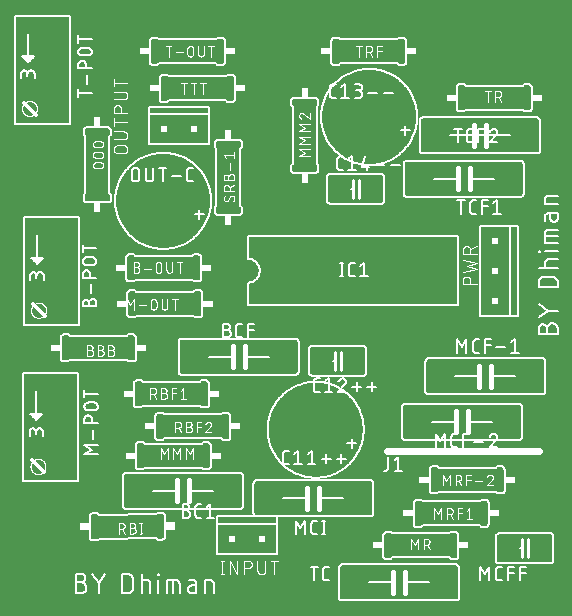
<source format=gbr>
G04 EAGLE Gerber RS-274X export*
G75*
%MOMM*%
%FSLAX34Y34*%
%LPD*%
%INSilkscreen Top*%
%IPNEG*%
%AMOC8*
5,1,8,0,0,1.08239X$1,22.5*%
G01*
%ADD10C,0.152400*%
%ADD11C,0.406400*%
%ADD12C,0.127000*%
%ADD13C,0.254000*%
%ADD14R,0.863600X0.609600*%
%ADD15C,0.101600*%
%ADD16C,0.304800*%
%ADD17C,0.050800*%
%ADD18R,0.609600X0.863600*%
%ADD19R,0.508000X0.508000*%
%ADD20C,0.609600*%


D10*
X234874Y137768D02*
X239389Y137768D01*
X239389Y137769D02*
X239522Y137767D01*
X239654Y137761D01*
X239786Y137751D01*
X239918Y137738D01*
X240050Y137720D01*
X240180Y137699D01*
X240311Y137674D01*
X240440Y137645D01*
X240568Y137612D01*
X240696Y137576D01*
X240822Y137536D01*
X240947Y137492D01*
X241071Y137444D01*
X241193Y137393D01*
X241314Y137338D01*
X241433Y137280D01*
X241551Y137218D01*
X241666Y137153D01*
X241780Y137084D01*
X241891Y137013D01*
X242000Y136937D01*
X242107Y136859D01*
X242212Y136778D01*
X242314Y136693D01*
X242414Y136606D01*
X242511Y136516D01*
X242606Y136423D01*
X242697Y136327D01*
X242786Y136229D01*
X242872Y136128D01*
X242955Y136024D01*
X243035Y135918D01*
X243111Y135810D01*
X243185Y135700D01*
X243255Y135587D01*
X243322Y135473D01*
X243385Y135356D01*
X243445Y135238D01*
X243502Y135118D01*
X243555Y134996D01*
X243604Y134873D01*
X243650Y134749D01*
X243692Y134623D01*
X243730Y134496D01*
X243765Y134368D01*
X243796Y134239D01*
X243823Y134110D01*
X243846Y133979D01*
X243866Y133848D01*
X243881Y133716D01*
X243893Y133584D01*
X243901Y133452D01*
X243905Y133319D01*
X243905Y133187D01*
X243901Y133054D01*
X243893Y132922D01*
X243881Y132790D01*
X243866Y132658D01*
X243846Y132527D01*
X243823Y132396D01*
X243796Y132267D01*
X243765Y132138D01*
X243730Y132010D01*
X243692Y131883D01*
X243650Y131757D01*
X243604Y131633D01*
X243555Y131510D01*
X243502Y131388D01*
X243445Y131268D01*
X243385Y131150D01*
X243322Y131033D01*
X243255Y130919D01*
X243185Y130806D01*
X243111Y130696D01*
X243035Y130588D01*
X242955Y130482D01*
X242872Y130378D01*
X242786Y130277D01*
X242697Y130179D01*
X242606Y130083D01*
X242511Y129990D01*
X242414Y129900D01*
X242314Y129813D01*
X242212Y129728D01*
X242107Y129647D01*
X242000Y129569D01*
X241891Y129493D01*
X241780Y129422D01*
X241666Y129353D01*
X241551Y129288D01*
X241433Y129226D01*
X241314Y129168D01*
X241193Y129113D01*
X241071Y129062D01*
X240947Y129014D01*
X240822Y128970D01*
X240696Y128930D01*
X240568Y128894D01*
X240440Y128861D01*
X240311Y128832D01*
X240180Y128807D01*
X240050Y128786D01*
X239918Y128768D01*
X239786Y128755D01*
X239654Y128745D01*
X239522Y128739D01*
X239389Y128737D01*
X234874Y128737D01*
X234874Y144993D01*
X239389Y144993D01*
X239508Y144991D01*
X239628Y144985D01*
X239747Y144975D01*
X239865Y144961D01*
X239984Y144944D01*
X240101Y144922D01*
X240218Y144897D01*
X240333Y144867D01*
X240448Y144834D01*
X240562Y144797D01*
X240674Y144757D01*
X240785Y144712D01*
X240894Y144664D01*
X241002Y144613D01*
X241108Y144558D01*
X241212Y144499D01*
X241314Y144437D01*
X241414Y144372D01*
X241512Y144303D01*
X241608Y144231D01*
X241701Y144156D01*
X241791Y144079D01*
X241879Y143998D01*
X241964Y143914D01*
X242046Y143827D01*
X242126Y143738D01*
X242202Y143646D01*
X242276Y143552D01*
X242346Y143455D01*
X242413Y143357D01*
X242477Y143256D01*
X242537Y143152D01*
X242594Y143047D01*
X242647Y142940D01*
X242697Y142832D01*
X242743Y142722D01*
X242785Y142610D01*
X242824Y142497D01*
X242859Y142383D01*
X242890Y142268D01*
X242918Y142151D01*
X242941Y142034D01*
X242961Y141917D01*
X242977Y141798D01*
X242989Y141679D01*
X242997Y141560D01*
X243001Y141441D01*
X243001Y141321D01*
X242997Y141202D01*
X242989Y141083D01*
X242977Y140964D01*
X242961Y140845D01*
X242941Y140728D01*
X242918Y140611D01*
X242890Y140494D01*
X242859Y140379D01*
X242824Y140265D01*
X242785Y140152D01*
X242743Y140040D01*
X242697Y139930D01*
X242647Y139822D01*
X242594Y139715D01*
X242537Y139610D01*
X242477Y139506D01*
X242413Y139405D01*
X242346Y139307D01*
X242276Y139210D01*
X242202Y139116D01*
X242126Y139024D01*
X242046Y138935D01*
X241964Y138848D01*
X241879Y138764D01*
X241791Y138683D01*
X241701Y138606D01*
X241608Y138531D01*
X241512Y138459D01*
X241414Y138390D01*
X241314Y138325D01*
X241212Y138263D01*
X241108Y138204D01*
X241002Y138149D01*
X240894Y138098D01*
X240785Y138050D01*
X240674Y138005D01*
X240562Y137965D01*
X240448Y137928D01*
X240333Y137895D01*
X240218Y137865D01*
X240101Y137840D01*
X239984Y137818D01*
X239865Y137801D01*
X239747Y137787D01*
X239628Y137777D01*
X239508Y137771D01*
X239389Y137769D01*
X248870Y144993D02*
X254289Y137317D01*
X259707Y144993D01*
X254289Y137317D02*
X254289Y128737D01*
X274262Y128737D02*
X274262Y144993D01*
X278778Y144993D01*
X278778Y144994D02*
X278909Y144992D01*
X279041Y144986D01*
X279172Y144977D01*
X279302Y144963D01*
X279433Y144946D01*
X279562Y144925D01*
X279691Y144901D01*
X279819Y144872D01*
X279947Y144840D01*
X280073Y144804D01*
X280198Y144765D01*
X280323Y144722D01*
X280445Y144675D01*
X280567Y144625D01*
X280687Y144571D01*
X280805Y144514D01*
X280921Y144453D01*
X281036Y144389D01*
X281149Y144322D01*
X281260Y144251D01*
X281368Y144177D01*
X281475Y144100D01*
X281579Y144020D01*
X281681Y143937D01*
X281780Y143852D01*
X281877Y143763D01*
X281971Y143671D01*
X282063Y143577D01*
X282152Y143480D01*
X282237Y143381D01*
X282320Y143279D01*
X282400Y143175D01*
X282477Y143068D01*
X282551Y142960D01*
X282622Y142849D01*
X282689Y142736D01*
X282753Y142621D01*
X282814Y142505D01*
X282871Y142387D01*
X282925Y142267D01*
X282975Y142145D01*
X283022Y142023D01*
X283065Y141898D01*
X283104Y141773D01*
X283140Y141647D01*
X283172Y141519D01*
X283201Y141391D01*
X283225Y141262D01*
X283246Y141133D01*
X283263Y141002D01*
X283277Y140872D01*
X283286Y140741D01*
X283292Y140609D01*
X283294Y140478D01*
X283293Y140478D02*
X283293Y133253D01*
X283294Y133253D02*
X283292Y133122D01*
X283286Y132990D01*
X283277Y132859D01*
X283263Y132729D01*
X283246Y132598D01*
X283225Y132469D01*
X283201Y132340D01*
X283172Y132212D01*
X283140Y132084D01*
X283104Y131958D01*
X283065Y131833D01*
X283022Y131708D01*
X282975Y131586D01*
X282925Y131464D01*
X282871Y131344D01*
X282814Y131226D01*
X282753Y131110D01*
X282689Y130995D01*
X282622Y130882D01*
X282551Y130771D01*
X282477Y130663D01*
X282400Y130556D01*
X282320Y130452D01*
X282237Y130350D01*
X282152Y130251D01*
X282063Y130154D01*
X281971Y130060D01*
X281877Y129968D01*
X281780Y129879D01*
X281681Y129794D01*
X281579Y129711D01*
X281475Y129631D01*
X281368Y129554D01*
X281260Y129480D01*
X281149Y129409D01*
X281036Y129342D01*
X280921Y129278D01*
X280805Y129217D01*
X280687Y129160D01*
X280567Y129106D01*
X280445Y129056D01*
X280323Y129009D01*
X280198Y128966D01*
X280073Y128927D01*
X279947Y128891D01*
X279819Y128859D01*
X279691Y128830D01*
X279562Y128806D01*
X279432Y128785D01*
X279302Y128768D01*
X279172Y128754D01*
X279041Y128745D01*
X278909Y128739D01*
X278778Y128737D01*
X274262Y128737D01*
X290796Y128737D02*
X290796Y144993D01*
X290796Y139575D02*
X295312Y139575D01*
X295312Y139574D02*
X295416Y139572D01*
X295519Y139566D01*
X295623Y139556D01*
X295726Y139542D01*
X295828Y139524D01*
X295929Y139503D01*
X296030Y139477D01*
X296129Y139448D01*
X296228Y139415D01*
X296325Y139378D01*
X296420Y139337D01*
X296514Y139293D01*
X296606Y139245D01*
X296696Y139194D01*
X296785Y139139D01*
X296871Y139081D01*
X296954Y139019D01*
X297036Y138955D01*
X297114Y138887D01*
X297190Y138817D01*
X297264Y138744D01*
X297334Y138667D01*
X297402Y138589D01*
X297466Y138507D01*
X297528Y138424D01*
X297586Y138338D01*
X297641Y138249D01*
X297692Y138159D01*
X297740Y138067D01*
X297784Y137973D01*
X297825Y137878D01*
X297862Y137781D01*
X297895Y137682D01*
X297924Y137583D01*
X297950Y137482D01*
X297971Y137381D01*
X297989Y137279D01*
X298003Y137176D01*
X298013Y137072D01*
X298019Y136969D01*
X298021Y136865D01*
X298021Y128737D01*
X304830Y128737D02*
X304830Y139575D01*
X304378Y144090D02*
X304378Y144993D01*
X305281Y144993D01*
X305281Y144090D01*
X304378Y144090D01*
X311916Y139575D02*
X311916Y128737D01*
X311916Y139575D02*
X320044Y139575D01*
X320044Y139574D02*
X320145Y139572D01*
X320246Y139566D01*
X320347Y139557D01*
X320448Y139544D01*
X320548Y139527D01*
X320647Y139506D01*
X320745Y139482D01*
X320842Y139454D01*
X320939Y139422D01*
X321034Y139387D01*
X321127Y139348D01*
X321219Y139306D01*
X321310Y139260D01*
X321399Y139211D01*
X321485Y139159D01*
X321570Y139103D01*
X321653Y139045D01*
X321733Y138983D01*
X321811Y138918D01*
X321887Y138851D01*
X321960Y138781D01*
X322030Y138708D01*
X322097Y138632D01*
X322162Y138554D01*
X322224Y138474D01*
X322282Y138391D01*
X322338Y138306D01*
X322390Y138220D01*
X322439Y138131D01*
X322485Y138040D01*
X322527Y137948D01*
X322566Y137855D01*
X322601Y137760D01*
X322633Y137663D01*
X322661Y137566D01*
X322685Y137468D01*
X322706Y137369D01*
X322723Y137269D01*
X322736Y137168D01*
X322745Y137067D01*
X322751Y136966D01*
X322753Y136865D01*
X322753Y128737D01*
X317335Y128737D02*
X317335Y139575D01*
X332962Y135059D02*
X337026Y135059D01*
X332962Y135059D02*
X332850Y135057D01*
X332739Y135051D01*
X332628Y135041D01*
X332517Y135028D01*
X332407Y135010D01*
X332298Y134988D01*
X332189Y134963D01*
X332081Y134934D01*
X331975Y134901D01*
X331869Y134864D01*
X331765Y134824D01*
X331663Y134780D01*
X331562Y134732D01*
X331463Y134681D01*
X331365Y134626D01*
X331270Y134568D01*
X331177Y134507D01*
X331086Y134442D01*
X330997Y134374D01*
X330911Y134303D01*
X330828Y134230D01*
X330747Y134153D01*
X330668Y134073D01*
X330593Y133991D01*
X330521Y133906D01*
X330451Y133819D01*
X330385Y133729D01*
X330322Y133637D01*
X330262Y133542D01*
X330206Y133446D01*
X330153Y133348D01*
X330104Y133248D01*
X330058Y133146D01*
X330016Y133043D01*
X329977Y132938D01*
X329942Y132832D01*
X329911Y132725D01*
X329884Y132617D01*
X329860Y132508D01*
X329841Y132398D01*
X329825Y132288D01*
X329813Y132177D01*
X329805Y132065D01*
X329801Y131954D01*
X329801Y131842D01*
X329805Y131731D01*
X329813Y131619D01*
X329825Y131508D01*
X329841Y131398D01*
X329860Y131288D01*
X329884Y131179D01*
X329911Y131071D01*
X329942Y130964D01*
X329977Y130858D01*
X330016Y130753D01*
X330058Y130650D01*
X330104Y130548D01*
X330153Y130448D01*
X330206Y130350D01*
X330262Y130254D01*
X330322Y130159D01*
X330385Y130067D01*
X330451Y129977D01*
X330521Y129890D01*
X330593Y129805D01*
X330668Y129723D01*
X330747Y129643D01*
X330828Y129566D01*
X330911Y129493D01*
X330997Y129422D01*
X331086Y129354D01*
X331177Y129289D01*
X331270Y129228D01*
X331365Y129170D01*
X331463Y129115D01*
X331562Y129064D01*
X331663Y129016D01*
X331765Y128972D01*
X331869Y128932D01*
X331975Y128895D01*
X332081Y128862D01*
X332189Y128833D01*
X332298Y128808D01*
X332407Y128786D01*
X332517Y128768D01*
X332628Y128755D01*
X332739Y128745D01*
X332850Y128739D01*
X332962Y128737D01*
X337026Y128737D01*
X337026Y136865D01*
X337024Y136966D01*
X337018Y137067D01*
X337009Y137168D01*
X336996Y137269D01*
X336979Y137369D01*
X336958Y137468D01*
X336934Y137566D01*
X336906Y137663D01*
X336874Y137760D01*
X336839Y137855D01*
X336800Y137948D01*
X336758Y138040D01*
X336712Y138131D01*
X336663Y138220D01*
X336611Y138306D01*
X336555Y138391D01*
X336497Y138474D01*
X336435Y138554D01*
X336370Y138632D01*
X336303Y138708D01*
X336233Y138781D01*
X336160Y138851D01*
X336084Y138918D01*
X336006Y138983D01*
X335926Y139045D01*
X335843Y139103D01*
X335758Y139159D01*
X335672Y139211D01*
X335583Y139260D01*
X335492Y139306D01*
X335400Y139348D01*
X335307Y139387D01*
X335212Y139422D01*
X335115Y139454D01*
X335018Y139482D01*
X334920Y139506D01*
X334821Y139527D01*
X334721Y139544D01*
X334620Y139557D01*
X334519Y139566D01*
X334418Y139572D01*
X334317Y139574D01*
X334317Y139575D02*
X330704Y139575D01*
X344464Y139575D02*
X344464Y128737D01*
X344464Y139575D02*
X348979Y139575D01*
X348979Y139574D02*
X349083Y139572D01*
X349186Y139566D01*
X349290Y139556D01*
X349393Y139542D01*
X349495Y139524D01*
X349596Y139503D01*
X349697Y139477D01*
X349796Y139448D01*
X349895Y139415D01*
X349992Y139378D01*
X350087Y139337D01*
X350181Y139293D01*
X350273Y139245D01*
X350363Y139194D01*
X350452Y139139D01*
X350538Y139081D01*
X350621Y139019D01*
X350703Y138955D01*
X350781Y138887D01*
X350857Y138817D01*
X350931Y138744D01*
X351001Y138667D01*
X351069Y138589D01*
X351133Y138507D01*
X351195Y138424D01*
X351253Y138338D01*
X351308Y138249D01*
X351359Y138159D01*
X351407Y138067D01*
X351451Y137973D01*
X351492Y137878D01*
X351529Y137781D01*
X351562Y137682D01*
X351591Y137583D01*
X351617Y137482D01*
X351638Y137381D01*
X351656Y137279D01*
X351670Y137176D01*
X351680Y137072D01*
X351686Y136969D01*
X351688Y136865D01*
X351688Y128737D01*
X633928Y348149D02*
X633928Y352664D01*
X633930Y352797D01*
X633936Y352929D01*
X633946Y353061D01*
X633959Y353193D01*
X633977Y353325D01*
X633998Y353455D01*
X634023Y353586D01*
X634052Y353715D01*
X634085Y353843D01*
X634121Y353971D01*
X634161Y354097D01*
X634205Y354222D01*
X634253Y354346D01*
X634304Y354468D01*
X634359Y354589D01*
X634417Y354708D01*
X634479Y354826D01*
X634544Y354941D01*
X634613Y355055D01*
X634684Y355166D01*
X634760Y355275D01*
X634838Y355382D01*
X634919Y355487D01*
X635004Y355589D01*
X635091Y355689D01*
X635181Y355786D01*
X635274Y355881D01*
X635370Y355972D01*
X635468Y356061D01*
X635569Y356147D01*
X635673Y356230D01*
X635779Y356310D01*
X635887Y356386D01*
X635997Y356460D01*
X636110Y356530D01*
X636224Y356597D01*
X636341Y356660D01*
X636459Y356720D01*
X636579Y356777D01*
X636701Y356830D01*
X636824Y356879D01*
X636948Y356925D01*
X637074Y356967D01*
X637201Y357005D01*
X637329Y357040D01*
X637458Y357071D01*
X637587Y357098D01*
X637718Y357121D01*
X637849Y357141D01*
X637981Y357156D01*
X638113Y357168D01*
X638245Y357176D01*
X638378Y357180D01*
X638510Y357180D01*
X638643Y357176D01*
X638775Y357168D01*
X638907Y357156D01*
X639039Y357141D01*
X639170Y357121D01*
X639301Y357098D01*
X639430Y357071D01*
X639559Y357040D01*
X639687Y357005D01*
X639814Y356967D01*
X639940Y356925D01*
X640064Y356879D01*
X640187Y356830D01*
X640309Y356777D01*
X640429Y356720D01*
X640547Y356660D01*
X640664Y356597D01*
X640778Y356530D01*
X640891Y356460D01*
X641001Y356386D01*
X641109Y356310D01*
X641215Y356230D01*
X641319Y356147D01*
X641420Y356061D01*
X641518Y355972D01*
X641614Y355881D01*
X641707Y355786D01*
X641797Y355689D01*
X641884Y355589D01*
X641969Y355487D01*
X642050Y355382D01*
X642128Y355275D01*
X642204Y355166D01*
X642275Y355055D01*
X642344Y354941D01*
X642409Y354826D01*
X642471Y354708D01*
X642529Y354589D01*
X642584Y354468D01*
X642635Y354346D01*
X642683Y354222D01*
X642727Y354097D01*
X642767Y353971D01*
X642803Y353843D01*
X642836Y353715D01*
X642865Y353586D01*
X642890Y353455D01*
X642911Y353325D01*
X642929Y353193D01*
X642942Y353061D01*
X642952Y352929D01*
X642958Y352797D01*
X642960Y352664D01*
X642959Y352664D02*
X642959Y348149D01*
X626703Y348149D01*
X626703Y352664D01*
X626704Y352664D02*
X626706Y352783D01*
X626712Y352903D01*
X626722Y353022D01*
X626736Y353140D01*
X626753Y353259D01*
X626775Y353376D01*
X626800Y353493D01*
X626830Y353608D01*
X626863Y353723D01*
X626900Y353837D01*
X626940Y353949D01*
X626985Y354060D01*
X627033Y354169D01*
X627084Y354277D01*
X627139Y354383D01*
X627198Y354487D01*
X627260Y354589D01*
X627325Y354689D01*
X627394Y354787D01*
X627466Y354883D01*
X627541Y354976D01*
X627618Y355066D01*
X627699Y355154D01*
X627783Y355239D01*
X627870Y355321D01*
X627959Y355401D01*
X628051Y355477D01*
X628145Y355551D01*
X628242Y355621D01*
X628340Y355688D01*
X628441Y355752D01*
X628545Y355812D01*
X628650Y355869D01*
X628757Y355922D01*
X628865Y355972D01*
X628975Y356018D01*
X629087Y356060D01*
X629200Y356099D01*
X629314Y356134D01*
X629429Y356165D01*
X629546Y356193D01*
X629663Y356216D01*
X629780Y356236D01*
X629899Y356252D01*
X630018Y356264D01*
X630137Y356272D01*
X630256Y356276D01*
X630376Y356276D01*
X630495Y356272D01*
X630614Y356264D01*
X630733Y356252D01*
X630852Y356236D01*
X630969Y356216D01*
X631086Y356193D01*
X631203Y356165D01*
X631318Y356134D01*
X631432Y356099D01*
X631545Y356060D01*
X631657Y356018D01*
X631767Y355972D01*
X631875Y355922D01*
X631982Y355869D01*
X632087Y355812D01*
X632191Y355752D01*
X632292Y355688D01*
X632390Y355621D01*
X632487Y355551D01*
X632581Y355477D01*
X632673Y355401D01*
X632762Y355321D01*
X632849Y355239D01*
X632933Y355154D01*
X633014Y355066D01*
X633091Y354976D01*
X633166Y354883D01*
X633238Y354787D01*
X633307Y354689D01*
X633372Y354589D01*
X633434Y354487D01*
X633493Y354383D01*
X633548Y354277D01*
X633599Y354169D01*
X633647Y354060D01*
X633692Y353949D01*
X633732Y353837D01*
X633769Y353723D01*
X633802Y353608D01*
X633832Y353493D01*
X633857Y353376D01*
X633879Y353259D01*
X633896Y353140D01*
X633910Y353022D01*
X633920Y352903D01*
X633926Y352783D01*
X633928Y352664D01*
X626703Y362145D02*
X634380Y367564D01*
X626703Y372982D01*
X634380Y367564D02*
X642959Y367564D01*
X642959Y387537D02*
X626703Y387537D01*
X626703Y392053D01*
X626705Y392184D01*
X626711Y392316D01*
X626720Y392447D01*
X626734Y392577D01*
X626751Y392708D01*
X626772Y392837D01*
X626796Y392966D01*
X626825Y393094D01*
X626857Y393222D01*
X626893Y393348D01*
X626932Y393473D01*
X626975Y393598D01*
X627022Y393720D01*
X627072Y393842D01*
X627126Y393962D01*
X627183Y394080D01*
X627244Y394196D01*
X627308Y394311D01*
X627375Y394424D01*
X627446Y394535D01*
X627520Y394643D01*
X627597Y394750D01*
X627677Y394854D01*
X627760Y394956D01*
X627845Y395055D01*
X627934Y395152D01*
X628026Y395246D01*
X628120Y395338D01*
X628217Y395427D01*
X628316Y395512D01*
X628418Y395595D01*
X628522Y395675D01*
X628629Y395752D01*
X628737Y395826D01*
X628848Y395897D01*
X628961Y395964D01*
X629076Y396028D01*
X629192Y396089D01*
X629310Y396146D01*
X629430Y396200D01*
X629552Y396250D01*
X629674Y396297D01*
X629799Y396340D01*
X629924Y396379D01*
X630050Y396415D01*
X630178Y396447D01*
X630306Y396476D01*
X630435Y396500D01*
X630564Y396521D01*
X630695Y396538D01*
X630825Y396552D01*
X630956Y396561D01*
X631088Y396567D01*
X631219Y396569D01*
X631219Y396568D02*
X638444Y396568D01*
X638444Y396569D02*
X638575Y396567D01*
X638707Y396561D01*
X638838Y396552D01*
X638968Y396538D01*
X639099Y396521D01*
X639228Y396500D01*
X639357Y396476D01*
X639485Y396447D01*
X639613Y396415D01*
X639739Y396379D01*
X639864Y396340D01*
X639989Y396297D01*
X640111Y396250D01*
X640233Y396200D01*
X640353Y396146D01*
X640471Y396089D01*
X640587Y396028D01*
X640702Y395964D01*
X640815Y395897D01*
X640926Y395826D01*
X641034Y395752D01*
X641141Y395675D01*
X641245Y395595D01*
X641347Y395512D01*
X641446Y395427D01*
X641543Y395338D01*
X641637Y395246D01*
X641729Y395152D01*
X641818Y395055D01*
X641903Y394956D01*
X641986Y394854D01*
X642066Y394750D01*
X642143Y394643D01*
X642217Y394535D01*
X642288Y394424D01*
X642355Y394311D01*
X642419Y394196D01*
X642480Y394080D01*
X642537Y393962D01*
X642591Y393842D01*
X642641Y393720D01*
X642688Y393598D01*
X642731Y393473D01*
X642770Y393348D01*
X642806Y393222D01*
X642838Y393094D01*
X642867Y392966D01*
X642891Y392837D01*
X642912Y392707D01*
X642929Y392577D01*
X642943Y392447D01*
X642952Y392316D01*
X642958Y392184D01*
X642960Y392053D01*
X642959Y392053D02*
X642959Y387537D01*
X642959Y404071D02*
X626703Y404071D01*
X632122Y404071D02*
X632122Y408587D01*
X632124Y408691D01*
X632130Y408794D01*
X632140Y408898D01*
X632154Y409001D01*
X632172Y409103D01*
X632193Y409204D01*
X632219Y409305D01*
X632248Y409404D01*
X632281Y409503D01*
X632318Y409600D01*
X632359Y409695D01*
X632403Y409789D01*
X632451Y409881D01*
X632502Y409971D01*
X632557Y410060D01*
X632615Y410146D01*
X632677Y410229D01*
X632741Y410311D01*
X632809Y410389D01*
X632879Y410465D01*
X632952Y410539D01*
X633029Y410609D01*
X633107Y410677D01*
X633189Y410741D01*
X633272Y410803D01*
X633358Y410861D01*
X633447Y410916D01*
X633537Y410967D01*
X633629Y411015D01*
X633723Y411059D01*
X633818Y411100D01*
X633915Y411137D01*
X634014Y411170D01*
X634113Y411199D01*
X634214Y411225D01*
X634315Y411246D01*
X634417Y411264D01*
X634520Y411278D01*
X634624Y411288D01*
X634727Y411294D01*
X634831Y411296D01*
X642959Y411296D01*
X642959Y418105D02*
X632122Y418105D01*
X627606Y417653D02*
X626703Y417653D01*
X626703Y418556D01*
X627606Y418556D01*
X627606Y417653D01*
X632122Y425191D02*
X642959Y425191D01*
X632122Y425191D02*
X632122Y433319D01*
X632124Y433420D01*
X632130Y433521D01*
X632139Y433622D01*
X632152Y433723D01*
X632169Y433823D01*
X632190Y433922D01*
X632214Y434020D01*
X632242Y434117D01*
X632274Y434214D01*
X632309Y434309D01*
X632348Y434402D01*
X632390Y434494D01*
X632436Y434585D01*
X632485Y434674D01*
X632537Y434760D01*
X632593Y434845D01*
X632651Y434928D01*
X632713Y435008D01*
X632778Y435086D01*
X632845Y435162D01*
X632915Y435235D01*
X632988Y435305D01*
X633064Y435372D01*
X633142Y435437D01*
X633222Y435499D01*
X633305Y435557D01*
X633390Y435613D01*
X633477Y435665D01*
X633565Y435714D01*
X633656Y435760D01*
X633748Y435802D01*
X633841Y435841D01*
X633936Y435876D01*
X634033Y435908D01*
X634130Y435936D01*
X634228Y435960D01*
X634327Y435981D01*
X634427Y435998D01*
X634528Y436011D01*
X634629Y436020D01*
X634730Y436026D01*
X634831Y436028D01*
X642959Y436028D01*
X642959Y430610D02*
X632122Y430610D01*
X636637Y446237D02*
X636637Y450301D01*
X636637Y446237D02*
X636639Y446125D01*
X636645Y446014D01*
X636655Y445903D01*
X636668Y445792D01*
X636686Y445682D01*
X636708Y445573D01*
X636733Y445464D01*
X636762Y445356D01*
X636795Y445250D01*
X636832Y445144D01*
X636872Y445040D01*
X636916Y444938D01*
X636964Y444837D01*
X637015Y444738D01*
X637070Y444640D01*
X637128Y444545D01*
X637189Y444452D01*
X637254Y444361D01*
X637322Y444272D01*
X637393Y444186D01*
X637466Y444103D01*
X637543Y444022D01*
X637623Y443943D01*
X637705Y443868D01*
X637790Y443796D01*
X637877Y443726D01*
X637967Y443660D01*
X638059Y443597D01*
X638154Y443537D01*
X638250Y443481D01*
X638348Y443428D01*
X638448Y443379D01*
X638550Y443333D01*
X638653Y443291D01*
X638758Y443252D01*
X638864Y443217D01*
X638971Y443186D01*
X639079Y443159D01*
X639188Y443135D01*
X639298Y443116D01*
X639408Y443100D01*
X639519Y443088D01*
X639631Y443080D01*
X639742Y443076D01*
X639854Y443076D01*
X639965Y443080D01*
X640077Y443088D01*
X640188Y443100D01*
X640298Y443116D01*
X640408Y443135D01*
X640517Y443159D01*
X640625Y443186D01*
X640732Y443217D01*
X640838Y443252D01*
X640943Y443291D01*
X641046Y443333D01*
X641148Y443379D01*
X641248Y443428D01*
X641346Y443481D01*
X641442Y443537D01*
X641537Y443597D01*
X641629Y443660D01*
X641719Y443726D01*
X641806Y443796D01*
X641891Y443868D01*
X641973Y443943D01*
X642053Y444022D01*
X642130Y444103D01*
X642203Y444186D01*
X642274Y444272D01*
X642342Y444361D01*
X642407Y444452D01*
X642468Y444545D01*
X642526Y444640D01*
X642581Y444738D01*
X642632Y444837D01*
X642680Y444938D01*
X642724Y445040D01*
X642764Y445144D01*
X642801Y445250D01*
X642834Y445356D01*
X642863Y445464D01*
X642888Y445573D01*
X642910Y445682D01*
X642928Y445792D01*
X642941Y445903D01*
X642951Y446014D01*
X642957Y446125D01*
X642959Y446237D01*
X642959Y450301D01*
X634831Y450301D01*
X634730Y450299D01*
X634629Y450293D01*
X634528Y450284D01*
X634427Y450271D01*
X634327Y450254D01*
X634228Y450233D01*
X634130Y450209D01*
X634033Y450181D01*
X633936Y450149D01*
X633841Y450114D01*
X633748Y450075D01*
X633656Y450033D01*
X633565Y449987D01*
X633477Y449938D01*
X633390Y449886D01*
X633305Y449830D01*
X633222Y449772D01*
X633142Y449710D01*
X633064Y449645D01*
X632988Y449578D01*
X632915Y449508D01*
X632845Y449435D01*
X632778Y449359D01*
X632713Y449281D01*
X632651Y449201D01*
X632593Y449118D01*
X632537Y449033D01*
X632485Y448947D01*
X632436Y448858D01*
X632390Y448767D01*
X632348Y448675D01*
X632309Y448582D01*
X632274Y448487D01*
X632242Y448390D01*
X632214Y448293D01*
X632190Y448195D01*
X632169Y448096D01*
X632152Y447996D01*
X632139Y447895D01*
X632130Y447794D01*
X632124Y447693D01*
X632122Y447592D01*
X632122Y443979D01*
X632122Y457739D02*
X642959Y457739D01*
X632122Y457739D02*
X632122Y462254D01*
X632124Y462358D01*
X632130Y462461D01*
X632140Y462565D01*
X632154Y462668D01*
X632172Y462770D01*
X632193Y462871D01*
X632219Y462972D01*
X632248Y463071D01*
X632281Y463170D01*
X632318Y463267D01*
X632359Y463362D01*
X632403Y463456D01*
X632451Y463548D01*
X632502Y463638D01*
X632557Y463727D01*
X632615Y463813D01*
X632677Y463896D01*
X632741Y463978D01*
X632809Y464056D01*
X632879Y464132D01*
X632952Y464206D01*
X633029Y464276D01*
X633107Y464344D01*
X633189Y464408D01*
X633272Y464470D01*
X633358Y464528D01*
X633447Y464583D01*
X633537Y464634D01*
X633629Y464682D01*
X633723Y464726D01*
X633818Y464767D01*
X633915Y464804D01*
X634014Y464837D01*
X634113Y464866D01*
X634214Y464892D01*
X634315Y464913D01*
X634417Y464931D01*
X634520Y464945D01*
X634624Y464955D01*
X634727Y464961D01*
X634831Y464963D01*
X634831Y464964D02*
X642959Y464964D01*
X484436Y224300D02*
X387916Y224300D01*
X385376Y221760D02*
X385376Y196360D01*
X387916Y193820D02*
X484436Y193820D01*
X486976Y196360D02*
X486976Y221760D01*
X486974Y221860D01*
X486968Y221959D01*
X486958Y222059D01*
X486945Y222157D01*
X486927Y222256D01*
X486906Y222353D01*
X486881Y222449D01*
X486852Y222545D01*
X486819Y222639D01*
X486783Y222732D01*
X486743Y222823D01*
X486699Y222913D01*
X486652Y223001D01*
X486602Y223087D01*
X486548Y223171D01*
X486491Y223253D01*
X486431Y223332D01*
X486367Y223410D01*
X486301Y223484D01*
X486232Y223556D01*
X486160Y223625D01*
X486086Y223691D01*
X486008Y223755D01*
X485929Y223815D01*
X485847Y223872D01*
X485763Y223926D01*
X485677Y223976D01*
X485589Y224023D01*
X485499Y224067D01*
X485408Y224107D01*
X485315Y224143D01*
X485221Y224176D01*
X485125Y224205D01*
X485029Y224230D01*
X484932Y224251D01*
X484833Y224269D01*
X484735Y224282D01*
X484635Y224292D01*
X484536Y224298D01*
X484436Y224300D01*
X486976Y196360D02*
X486974Y196260D01*
X486968Y196161D01*
X486958Y196061D01*
X486945Y195963D01*
X486927Y195864D01*
X486906Y195767D01*
X486881Y195671D01*
X486852Y195575D01*
X486819Y195481D01*
X486783Y195388D01*
X486743Y195297D01*
X486699Y195207D01*
X486652Y195119D01*
X486602Y195033D01*
X486548Y194949D01*
X486491Y194867D01*
X486431Y194788D01*
X486367Y194710D01*
X486301Y194636D01*
X486232Y194564D01*
X486160Y194495D01*
X486086Y194429D01*
X486008Y194365D01*
X485929Y194305D01*
X485847Y194248D01*
X485763Y194194D01*
X485677Y194144D01*
X485589Y194097D01*
X485499Y194053D01*
X485408Y194013D01*
X485315Y193977D01*
X485221Y193944D01*
X485125Y193915D01*
X485029Y193890D01*
X484932Y193869D01*
X484833Y193851D01*
X484735Y193838D01*
X484635Y193828D01*
X484536Y193822D01*
X484436Y193820D01*
X387916Y193820D02*
X387816Y193822D01*
X387717Y193828D01*
X387617Y193838D01*
X387519Y193851D01*
X387420Y193869D01*
X387323Y193890D01*
X387227Y193915D01*
X387131Y193944D01*
X387037Y193977D01*
X386944Y194013D01*
X386853Y194053D01*
X386763Y194097D01*
X386675Y194144D01*
X386589Y194194D01*
X386505Y194248D01*
X386423Y194305D01*
X386344Y194365D01*
X386266Y194429D01*
X386192Y194495D01*
X386120Y194564D01*
X386051Y194636D01*
X385985Y194710D01*
X385921Y194788D01*
X385861Y194867D01*
X385804Y194949D01*
X385750Y195033D01*
X385700Y195119D01*
X385653Y195207D01*
X385609Y195297D01*
X385569Y195388D01*
X385533Y195481D01*
X385500Y195575D01*
X385471Y195671D01*
X385446Y195767D01*
X385425Y195864D01*
X385407Y195963D01*
X385394Y196061D01*
X385384Y196161D01*
X385378Y196260D01*
X385376Y196360D01*
X385376Y221760D02*
X385378Y221860D01*
X385384Y221959D01*
X385394Y222059D01*
X385407Y222157D01*
X385425Y222256D01*
X385446Y222353D01*
X385471Y222449D01*
X385500Y222545D01*
X385533Y222639D01*
X385569Y222732D01*
X385609Y222823D01*
X385653Y222913D01*
X385700Y223001D01*
X385750Y223087D01*
X385804Y223171D01*
X385861Y223253D01*
X385921Y223332D01*
X385985Y223410D01*
X386051Y223484D01*
X386120Y223556D01*
X386192Y223625D01*
X386266Y223691D01*
X386344Y223755D01*
X386423Y223815D01*
X386505Y223872D01*
X386589Y223926D01*
X386675Y223976D01*
X386763Y224023D01*
X386853Y224067D01*
X386944Y224107D01*
X387037Y224143D01*
X387131Y224176D01*
X387227Y224205D01*
X387323Y224230D01*
X387420Y224251D01*
X387519Y224269D01*
X387617Y224282D01*
X387717Y224292D01*
X387816Y224298D01*
X387916Y224300D01*
X441256Y209060D02*
X461576Y209060D01*
X431096Y209060D02*
X410776Y209060D01*
D11*
X431096Y209060D02*
X431096Y217950D01*
X431096Y209060D02*
X431096Y200170D01*
X441256Y209060D02*
X441256Y217950D01*
X441256Y209060D02*
X441256Y200170D01*
D12*
X421222Y190045D02*
X421222Y178615D01*
X425032Y183695D02*
X421222Y190045D01*
X425032Y183695D02*
X428842Y190045D01*
X428842Y178615D01*
X436933Y178615D02*
X439473Y178615D01*
X436933Y178615D02*
X436833Y178617D01*
X436734Y178623D01*
X436634Y178633D01*
X436536Y178646D01*
X436437Y178664D01*
X436340Y178685D01*
X436244Y178710D01*
X436148Y178739D01*
X436054Y178772D01*
X435961Y178808D01*
X435870Y178848D01*
X435780Y178892D01*
X435692Y178939D01*
X435606Y178989D01*
X435522Y179043D01*
X435440Y179100D01*
X435361Y179160D01*
X435283Y179224D01*
X435209Y179290D01*
X435137Y179359D01*
X435068Y179431D01*
X435002Y179505D01*
X434938Y179583D01*
X434878Y179662D01*
X434821Y179744D01*
X434767Y179828D01*
X434717Y179914D01*
X434670Y180002D01*
X434626Y180092D01*
X434586Y180183D01*
X434550Y180276D01*
X434517Y180370D01*
X434488Y180466D01*
X434463Y180562D01*
X434442Y180659D01*
X434424Y180758D01*
X434411Y180856D01*
X434401Y180956D01*
X434395Y181055D01*
X434393Y181155D01*
X434393Y187505D01*
X434395Y187605D01*
X434401Y187704D01*
X434411Y187804D01*
X434424Y187902D01*
X434442Y188001D01*
X434463Y188098D01*
X434488Y188194D01*
X434517Y188290D01*
X434550Y188384D01*
X434586Y188477D01*
X434626Y188568D01*
X434670Y188658D01*
X434717Y188746D01*
X434767Y188832D01*
X434821Y188916D01*
X434878Y188998D01*
X434938Y189077D01*
X435002Y189155D01*
X435068Y189229D01*
X435137Y189301D01*
X435209Y189370D01*
X435283Y189436D01*
X435361Y189500D01*
X435440Y189560D01*
X435522Y189617D01*
X435606Y189671D01*
X435692Y189721D01*
X435780Y189768D01*
X435870Y189812D01*
X435961Y189852D01*
X436054Y189888D01*
X436148Y189921D01*
X436244Y189950D01*
X436340Y189975D01*
X436437Y189996D01*
X436536Y190014D01*
X436634Y190027D01*
X436734Y190037D01*
X436833Y190043D01*
X436933Y190045D01*
X439473Y190045D01*
X444844Y190045D02*
X444844Y178615D01*
X443574Y178615D02*
X446114Y178615D01*
X446114Y190045D02*
X443574Y190045D01*
D10*
X460219Y152886D02*
X556739Y152886D01*
X457679Y150346D02*
X457679Y124946D01*
X460219Y122406D02*
X556739Y122406D01*
X559279Y124946D02*
X559279Y150346D01*
X559277Y150446D01*
X559271Y150545D01*
X559261Y150645D01*
X559248Y150743D01*
X559230Y150842D01*
X559209Y150939D01*
X559184Y151035D01*
X559155Y151131D01*
X559122Y151225D01*
X559086Y151318D01*
X559046Y151409D01*
X559002Y151499D01*
X558955Y151587D01*
X558905Y151673D01*
X558851Y151757D01*
X558794Y151839D01*
X558734Y151918D01*
X558670Y151996D01*
X558604Y152070D01*
X558535Y152142D01*
X558463Y152211D01*
X558389Y152277D01*
X558311Y152341D01*
X558232Y152401D01*
X558150Y152458D01*
X558066Y152512D01*
X557980Y152562D01*
X557892Y152609D01*
X557802Y152653D01*
X557711Y152693D01*
X557618Y152729D01*
X557524Y152762D01*
X557428Y152791D01*
X557332Y152816D01*
X557235Y152837D01*
X557136Y152855D01*
X557038Y152868D01*
X556938Y152878D01*
X556839Y152884D01*
X556739Y152886D01*
X559279Y124946D02*
X559277Y124846D01*
X559271Y124747D01*
X559261Y124647D01*
X559248Y124549D01*
X559230Y124450D01*
X559209Y124353D01*
X559184Y124257D01*
X559155Y124161D01*
X559122Y124067D01*
X559086Y123974D01*
X559046Y123883D01*
X559002Y123793D01*
X558955Y123705D01*
X558905Y123619D01*
X558851Y123535D01*
X558794Y123453D01*
X558734Y123374D01*
X558670Y123296D01*
X558604Y123222D01*
X558535Y123150D01*
X558463Y123081D01*
X558389Y123015D01*
X558311Y122951D01*
X558232Y122891D01*
X558150Y122834D01*
X558066Y122780D01*
X557980Y122730D01*
X557892Y122683D01*
X557802Y122639D01*
X557711Y122599D01*
X557618Y122563D01*
X557524Y122530D01*
X557428Y122501D01*
X557332Y122476D01*
X557235Y122455D01*
X557136Y122437D01*
X557038Y122424D01*
X556938Y122414D01*
X556839Y122408D01*
X556739Y122406D01*
X460219Y122406D02*
X460119Y122408D01*
X460020Y122414D01*
X459920Y122424D01*
X459822Y122437D01*
X459723Y122455D01*
X459626Y122476D01*
X459530Y122501D01*
X459434Y122530D01*
X459340Y122563D01*
X459247Y122599D01*
X459156Y122639D01*
X459066Y122683D01*
X458978Y122730D01*
X458892Y122780D01*
X458808Y122834D01*
X458726Y122891D01*
X458647Y122951D01*
X458569Y123015D01*
X458495Y123081D01*
X458423Y123150D01*
X458354Y123222D01*
X458288Y123296D01*
X458224Y123374D01*
X458164Y123453D01*
X458107Y123535D01*
X458053Y123619D01*
X458003Y123705D01*
X457956Y123793D01*
X457912Y123883D01*
X457872Y123974D01*
X457836Y124067D01*
X457803Y124161D01*
X457774Y124257D01*
X457749Y124353D01*
X457728Y124450D01*
X457710Y124549D01*
X457697Y124647D01*
X457687Y124747D01*
X457681Y124846D01*
X457679Y124946D01*
X457679Y150346D02*
X457681Y150446D01*
X457687Y150545D01*
X457697Y150645D01*
X457710Y150743D01*
X457728Y150842D01*
X457749Y150939D01*
X457774Y151035D01*
X457803Y151131D01*
X457836Y151225D01*
X457872Y151318D01*
X457912Y151409D01*
X457956Y151499D01*
X458003Y151587D01*
X458053Y151673D01*
X458107Y151757D01*
X458164Y151839D01*
X458224Y151918D01*
X458288Y151996D01*
X458354Y152070D01*
X458423Y152142D01*
X458495Y152211D01*
X458569Y152277D01*
X458647Y152341D01*
X458726Y152401D01*
X458808Y152458D01*
X458892Y152512D01*
X458978Y152562D01*
X459066Y152609D01*
X459156Y152653D01*
X459247Y152693D01*
X459340Y152729D01*
X459434Y152762D01*
X459530Y152791D01*
X459626Y152816D01*
X459723Y152837D01*
X459822Y152855D01*
X459920Y152868D01*
X460020Y152878D01*
X460119Y152884D01*
X460219Y152886D01*
X513559Y137646D02*
X533879Y137646D01*
X503399Y137646D02*
X483079Y137646D01*
D11*
X503399Y137646D02*
X503399Y146536D01*
X503399Y137646D02*
X503399Y128756D01*
X513559Y137646D02*
X513559Y146536D01*
X513559Y137646D02*
X513559Y128756D01*
D12*
X436902Y139372D02*
X436902Y150802D01*
X433727Y150802D02*
X440077Y150802D01*
X446897Y139372D02*
X449437Y139372D01*
X446897Y139372D02*
X446797Y139374D01*
X446698Y139380D01*
X446598Y139390D01*
X446500Y139403D01*
X446401Y139421D01*
X446304Y139442D01*
X446208Y139467D01*
X446112Y139496D01*
X446018Y139529D01*
X445925Y139565D01*
X445834Y139605D01*
X445744Y139649D01*
X445656Y139696D01*
X445570Y139746D01*
X445486Y139800D01*
X445404Y139857D01*
X445325Y139917D01*
X445247Y139981D01*
X445173Y140047D01*
X445101Y140116D01*
X445032Y140188D01*
X444966Y140262D01*
X444902Y140340D01*
X444842Y140419D01*
X444785Y140501D01*
X444731Y140585D01*
X444681Y140671D01*
X444634Y140759D01*
X444590Y140849D01*
X444550Y140940D01*
X444514Y141033D01*
X444481Y141127D01*
X444452Y141223D01*
X444427Y141319D01*
X444406Y141416D01*
X444388Y141515D01*
X444375Y141613D01*
X444365Y141713D01*
X444359Y141812D01*
X444357Y141912D01*
X444357Y148262D01*
X444359Y148362D01*
X444365Y148461D01*
X444375Y148561D01*
X444388Y148659D01*
X444406Y148758D01*
X444427Y148855D01*
X444452Y148951D01*
X444481Y149047D01*
X444514Y149141D01*
X444550Y149234D01*
X444590Y149325D01*
X444634Y149415D01*
X444681Y149503D01*
X444731Y149589D01*
X444785Y149673D01*
X444842Y149755D01*
X444902Y149834D01*
X444966Y149912D01*
X445032Y149986D01*
X445101Y150058D01*
X445173Y150127D01*
X445247Y150193D01*
X445325Y150257D01*
X445404Y150317D01*
X445486Y150374D01*
X445570Y150428D01*
X445656Y150478D01*
X445744Y150525D01*
X445834Y150569D01*
X445925Y150609D01*
X446018Y150645D01*
X446112Y150678D01*
X446208Y150707D01*
X446304Y150732D01*
X446401Y150753D01*
X446500Y150771D01*
X446598Y150784D01*
X446698Y150794D01*
X446797Y150800D01*
X446897Y150802D01*
X449437Y150802D01*
D10*
X515008Y494763D02*
X611528Y494763D01*
X512468Y492223D02*
X512468Y466823D01*
X515008Y464283D02*
X611528Y464283D01*
X614068Y466823D02*
X614068Y492223D01*
X614066Y492323D01*
X614060Y492422D01*
X614050Y492522D01*
X614037Y492620D01*
X614019Y492719D01*
X613998Y492816D01*
X613973Y492912D01*
X613944Y493008D01*
X613911Y493102D01*
X613875Y493195D01*
X613835Y493286D01*
X613791Y493376D01*
X613744Y493464D01*
X613694Y493550D01*
X613640Y493634D01*
X613583Y493716D01*
X613523Y493795D01*
X613459Y493873D01*
X613393Y493947D01*
X613324Y494019D01*
X613252Y494088D01*
X613178Y494154D01*
X613100Y494218D01*
X613021Y494278D01*
X612939Y494335D01*
X612855Y494389D01*
X612769Y494439D01*
X612681Y494486D01*
X612591Y494530D01*
X612500Y494570D01*
X612407Y494606D01*
X612313Y494639D01*
X612217Y494668D01*
X612121Y494693D01*
X612024Y494714D01*
X611925Y494732D01*
X611827Y494745D01*
X611727Y494755D01*
X611628Y494761D01*
X611528Y494763D01*
X614068Y466823D02*
X614066Y466723D01*
X614060Y466624D01*
X614050Y466524D01*
X614037Y466426D01*
X614019Y466327D01*
X613998Y466230D01*
X613973Y466134D01*
X613944Y466038D01*
X613911Y465944D01*
X613875Y465851D01*
X613835Y465760D01*
X613791Y465670D01*
X613744Y465582D01*
X613694Y465496D01*
X613640Y465412D01*
X613583Y465330D01*
X613523Y465251D01*
X613459Y465173D01*
X613393Y465099D01*
X613324Y465027D01*
X613252Y464958D01*
X613178Y464892D01*
X613100Y464828D01*
X613021Y464768D01*
X612939Y464711D01*
X612855Y464657D01*
X612769Y464607D01*
X612681Y464560D01*
X612591Y464516D01*
X612500Y464476D01*
X612407Y464440D01*
X612313Y464407D01*
X612217Y464378D01*
X612121Y464353D01*
X612024Y464332D01*
X611925Y464314D01*
X611827Y464301D01*
X611727Y464291D01*
X611628Y464285D01*
X611528Y464283D01*
X515008Y464283D02*
X514908Y464285D01*
X514809Y464291D01*
X514709Y464301D01*
X514611Y464314D01*
X514512Y464332D01*
X514415Y464353D01*
X514319Y464378D01*
X514223Y464407D01*
X514129Y464440D01*
X514036Y464476D01*
X513945Y464516D01*
X513855Y464560D01*
X513767Y464607D01*
X513681Y464657D01*
X513597Y464711D01*
X513515Y464768D01*
X513436Y464828D01*
X513358Y464892D01*
X513284Y464958D01*
X513212Y465027D01*
X513143Y465099D01*
X513077Y465173D01*
X513013Y465251D01*
X512953Y465330D01*
X512896Y465412D01*
X512842Y465496D01*
X512792Y465582D01*
X512745Y465670D01*
X512701Y465760D01*
X512661Y465851D01*
X512625Y465944D01*
X512592Y466038D01*
X512563Y466134D01*
X512538Y466230D01*
X512517Y466327D01*
X512499Y466426D01*
X512486Y466524D01*
X512476Y466624D01*
X512470Y466723D01*
X512468Y466823D01*
X512468Y492223D02*
X512470Y492323D01*
X512476Y492422D01*
X512486Y492522D01*
X512499Y492620D01*
X512517Y492719D01*
X512538Y492816D01*
X512563Y492912D01*
X512592Y493008D01*
X512625Y493102D01*
X512661Y493195D01*
X512701Y493286D01*
X512745Y493376D01*
X512792Y493464D01*
X512842Y493550D01*
X512896Y493634D01*
X512953Y493716D01*
X513013Y493795D01*
X513077Y493873D01*
X513143Y493947D01*
X513212Y494019D01*
X513284Y494088D01*
X513358Y494154D01*
X513436Y494218D01*
X513515Y494278D01*
X513597Y494335D01*
X513681Y494389D01*
X513767Y494439D01*
X513855Y494486D01*
X513945Y494530D01*
X514036Y494570D01*
X514129Y494606D01*
X514223Y494639D01*
X514319Y494668D01*
X514415Y494693D01*
X514512Y494714D01*
X514611Y494732D01*
X514709Y494745D01*
X514809Y494755D01*
X514908Y494761D01*
X515008Y494763D01*
X568348Y479523D02*
X588668Y479523D01*
X558188Y479523D02*
X537868Y479523D01*
D11*
X558188Y479523D02*
X558188Y488413D01*
X558188Y479523D02*
X558188Y470633D01*
X568348Y479523D02*
X568348Y488413D01*
X568348Y479523D02*
X568348Y470633D01*
D12*
X561231Y461132D02*
X561231Y449702D01*
X558056Y461132D02*
X564406Y461132D01*
X571226Y449702D02*
X573766Y449702D01*
X571226Y449702D02*
X571126Y449704D01*
X571027Y449710D01*
X570927Y449720D01*
X570829Y449733D01*
X570730Y449751D01*
X570633Y449772D01*
X570537Y449797D01*
X570441Y449826D01*
X570347Y449859D01*
X570254Y449895D01*
X570163Y449935D01*
X570073Y449979D01*
X569985Y450026D01*
X569899Y450076D01*
X569815Y450130D01*
X569733Y450187D01*
X569654Y450247D01*
X569576Y450311D01*
X569502Y450377D01*
X569430Y450446D01*
X569361Y450518D01*
X569295Y450592D01*
X569231Y450670D01*
X569171Y450749D01*
X569114Y450831D01*
X569060Y450915D01*
X569010Y451001D01*
X568963Y451089D01*
X568919Y451179D01*
X568879Y451270D01*
X568843Y451363D01*
X568810Y451457D01*
X568781Y451553D01*
X568756Y451649D01*
X568735Y451746D01*
X568717Y451845D01*
X568704Y451943D01*
X568694Y452043D01*
X568688Y452142D01*
X568686Y452242D01*
X568686Y458592D01*
X568688Y458692D01*
X568694Y458791D01*
X568704Y458891D01*
X568717Y458989D01*
X568735Y459088D01*
X568756Y459185D01*
X568781Y459281D01*
X568810Y459377D01*
X568843Y459471D01*
X568879Y459564D01*
X568919Y459655D01*
X568963Y459745D01*
X569010Y459833D01*
X569060Y459919D01*
X569114Y460003D01*
X569171Y460085D01*
X569231Y460164D01*
X569295Y460242D01*
X569361Y460316D01*
X569430Y460388D01*
X569502Y460457D01*
X569576Y460523D01*
X569654Y460587D01*
X569733Y460647D01*
X569815Y460704D01*
X569899Y460758D01*
X569985Y460808D01*
X570073Y460855D01*
X570163Y460899D01*
X570254Y460939D01*
X570347Y460975D01*
X570441Y461008D01*
X570537Y461037D01*
X570633Y461062D01*
X570730Y461083D01*
X570829Y461101D01*
X570927Y461114D01*
X571027Y461124D01*
X571126Y461130D01*
X571226Y461132D01*
X573766Y461132D01*
X578655Y461132D02*
X578655Y449702D01*
X578655Y461132D02*
X583735Y461132D01*
X583735Y456052D02*
X578655Y456052D01*
X588155Y458592D02*
X591330Y461132D01*
X591330Y449702D01*
X588155Y449702D02*
X594505Y449702D01*
D10*
X625260Y531448D02*
X528740Y531448D01*
X526200Y528908D02*
X526200Y503508D01*
X528740Y500968D02*
X625260Y500968D01*
X627800Y503508D02*
X627800Y528908D01*
X627798Y529008D01*
X627792Y529107D01*
X627782Y529207D01*
X627769Y529305D01*
X627751Y529404D01*
X627730Y529501D01*
X627705Y529597D01*
X627676Y529693D01*
X627643Y529787D01*
X627607Y529880D01*
X627567Y529971D01*
X627523Y530061D01*
X627476Y530149D01*
X627426Y530235D01*
X627372Y530319D01*
X627315Y530401D01*
X627255Y530480D01*
X627191Y530558D01*
X627125Y530632D01*
X627056Y530704D01*
X626984Y530773D01*
X626910Y530839D01*
X626832Y530903D01*
X626753Y530963D01*
X626671Y531020D01*
X626587Y531074D01*
X626501Y531124D01*
X626413Y531171D01*
X626323Y531215D01*
X626232Y531255D01*
X626139Y531291D01*
X626045Y531324D01*
X625949Y531353D01*
X625853Y531378D01*
X625756Y531399D01*
X625657Y531417D01*
X625559Y531430D01*
X625459Y531440D01*
X625360Y531446D01*
X625260Y531448D01*
X627800Y503508D02*
X627798Y503408D01*
X627792Y503309D01*
X627782Y503209D01*
X627769Y503111D01*
X627751Y503012D01*
X627730Y502915D01*
X627705Y502819D01*
X627676Y502723D01*
X627643Y502629D01*
X627607Y502536D01*
X627567Y502445D01*
X627523Y502355D01*
X627476Y502267D01*
X627426Y502181D01*
X627372Y502097D01*
X627315Y502015D01*
X627255Y501936D01*
X627191Y501858D01*
X627125Y501784D01*
X627056Y501712D01*
X626984Y501643D01*
X626910Y501577D01*
X626832Y501513D01*
X626753Y501453D01*
X626671Y501396D01*
X626587Y501342D01*
X626501Y501292D01*
X626413Y501245D01*
X626323Y501201D01*
X626232Y501161D01*
X626139Y501125D01*
X626045Y501092D01*
X625949Y501063D01*
X625853Y501038D01*
X625756Y501017D01*
X625657Y500999D01*
X625559Y500986D01*
X625459Y500976D01*
X625360Y500970D01*
X625260Y500968D01*
X528740Y500968D02*
X528640Y500970D01*
X528541Y500976D01*
X528441Y500986D01*
X528343Y500999D01*
X528244Y501017D01*
X528147Y501038D01*
X528051Y501063D01*
X527955Y501092D01*
X527861Y501125D01*
X527768Y501161D01*
X527677Y501201D01*
X527587Y501245D01*
X527499Y501292D01*
X527413Y501342D01*
X527329Y501396D01*
X527247Y501453D01*
X527168Y501513D01*
X527090Y501577D01*
X527016Y501643D01*
X526944Y501712D01*
X526875Y501784D01*
X526809Y501858D01*
X526745Y501936D01*
X526685Y502015D01*
X526628Y502097D01*
X526574Y502181D01*
X526524Y502267D01*
X526477Y502355D01*
X526433Y502445D01*
X526393Y502536D01*
X526357Y502629D01*
X526324Y502723D01*
X526295Y502819D01*
X526270Y502915D01*
X526249Y503012D01*
X526231Y503111D01*
X526218Y503209D01*
X526208Y503309D01*
X526202Y503408D01*
X526200Y503508D01*
X526200Y528908D02*
X526202Y529008D01*
X526208Y529107D01*
X526218Y529207D01*
X526231Y529305D01*
X526249Y529404D01*
X526270Y529501D01*
X526295Y529597D01*
X526324Y529693D01*
X526357Y529787D01*
X526393Y529880D01*
X526433Y529971D01*
X526477Y530061D01*
X526524Y530149D01*
X526574Y530235D01*
X526628Y530319D01*
X526685Y530401D01*
X526745Y530480D01*
X526809Y530558D01*
X526875Y530632D01*
X526944Y530704D01*
X527016Y530773D01*
X527090Y530839D01*
X527168Y530903D01*
X527247Y530963D01*
X527329Y531020D01*
X527413Y531074D01*
X527499Y531124D01*
X527587Y531171D01*
X527677Y531215D01*
X527768Y531255D01*
X527861Y531291D01*
X527955Y531324D01*
X528051Y531353D01*
X528147Y531378D01*
X528244Y531399D01*
X528343Y531417D01*
X528441Y531430D01*
X528541Y531440D01*
X528640Y531446D01*
X528740Y531448D01*
X582080Y516208D02*
X602400Y516208D01*
X571920Y516208D02*
X551600Y516208D01*
D11*
X571920Y516208D02*
X571920Y525098D01*
X571920Y516208D02*
X571920Y507318D01*
X582080Y516208D02*
X582080Y525098D01*
X582080Y516208D02*
X582080Y507318D01*
D12*
X558446Y510223D02*
X558446Y521653D01*
X555271Y521653D02*
X561621Y521653D01*
X568441Y510223D02*
X570981Y510223D01*
X568441Y510223D02*
X568341Y510225D01*
X568242Y510231D01*
X568142Y510241D01*
X568044Y510254D01*
X567945Y510272D01*
X567848Y510293D01*
X567752Y510318D01*
X567656Y510347D01*
X567562Y510380D01*
X567469Y510416D01*
X567378Y510456D01*
X567288Y510500D01*
X567200Y510547D01*
X567114Y510597D01*
X567030Y510651D01*
X566948Y510708D01*
X566869Y510768D01*
X566791Y510832D01*
X566717Y510898D01*
X566645Y510967D01*
X566576Y511039D01*
X566510Y511113D01*
X566446Y511191D01*
X566386Y511270D01*
X566329Y511352D01*
X566275Y511436D01*
X566225Y511522D01*
X566178Y511610D01*
X566134Y511700D01*
X566094Y511791D01*
X566058Y511884D01*
X566025Y511978D01*
X565996Y512074D01*
X565971Y512170D01*
X565950Y512267D01*
X565932Y512366D01*
X565919Y512464D01*
X565909Y512564D01*
X565903Y512663D01*
X565901Y512763D01*
X565901Y519113D01*
X565903Y519213D01*
X565909Y519312D01*
X565919Y519412D01*
X565932Y519510D01*
X565950Y519609D01*
X565971Y519706D01*
X565996Y519802D01*
X566025Y519898D01*
X566058Y519992D01*
X566094Y520085D01*
X566134Y520176D01*
X566178Y520266D01*
X566225Y520354D01*
X566275Y520440D01*
X566329Y520524D01*
X566386Y520606D01*
X566446Y520685D01*
X566510Y520763D01*
X566576Y520837D01*
X566645Y520909D01*
X566717Y520978D01*
X566791Y521044D01*
X566869Y521108D01*
X566948Y521168D01*
X567030Y521225D01*
X567114Y521279D01*
X567200Y521329D01*
X567288Y521376D01*
X567378Y521420D01*
X567469Y521460D01*
X567562Y521496D01*
X567656Y521529D01*
X567752Y521558D01*
X567848Y521583D01*
X567945Y521604D01*
X568044Y521622D01*
X568142Y521635D01*
X568242Y521645D01*
X568341Y521651D01*
X568441Y521653D01*
X570981Y521653D01*
X575870Y521653D02*
X575870Y510223D01*
X575870Y521653D02*
X580950Y521653D01*
X580950Y516573D02*
X575870Y516573D01*
X588862Y521653D02*
X588966Y521651D01*
X589071Y521645D01*
X589175Y521636D01*
X589278Y521623D01*
X589381Y521605D01*
X589483Y521585D01*
X589585Y521560D01*
X589685Y521532D01*
X589785Y521500D01*
X589883Y521464D01*
X589980Y521425D01*
X590075Y521383D01*
X590169Y521337D01*
X590261Y521287D01*
X590351Y521235D01*
X590439Y521179D01*
X590525Y521119D01*
X590609Y521057D01*
X590690Y520992D01*
X590769Y520924D01*
X590846Y520852D01*
X590919Y520779D01*
X590991Y520702D01*
X591059Y520623D01*
X591124Y520542D01*
X591186Y520458D01*
X591246Y520372D01*
X591302Y520284D01*
X591354Y520194D01*
X591404Y520102D01*
X591450Y520008D01*
X591492Y519913D01*
X591531Y519816D01*
X591567Y519718D01*
X591599Y519618D01*
X591627Y519518D01*
X591652Y519416D01*
X591672Y519314D01*
X591690Y519211D01*
X591703Y519108D01*
X591712Y519004D01*
X591718Y518899D01*
X591720Y518795D01*
X588862Y521652D02*
X588744Y521650D01*
X588625Y521644D01*
X588507Y521635D01*
X588390Y521622D01*
X588273Y521604D01*
X588156Y521584D01*
X588040Y521559D01*
X587925Y521531D01*
X587812Y521498D01*
X587699Y521463D01*
X587587Y521423D01*
X587477Y521381D01*
X587368Y521334D01*
X587260Y521284D01*
X587155Y521231D01*
X587051Y521174D01*
X586949Y521114D01*
X586849Y521051D01*
X586751Y520984D01*
X586655Y520915D01*
X586562Y520842D01*
X586471Y520766D01*
X586382Y520688D01*
X586296Y520606D01*
X586213Y520522D01*
X586132Y520436D01*
X586055Y520346D01*
X585980Y520255D01*
X585908Y520161D01*
X585839Y520064D01*
X585774Y519966D01*
X585711Y519865D01*
X585652Y519762D01*
X585596Y519658D01*
X585544Y519552D01*
X585495Y519444D01*
X585450Y519335D01*
X585408Y519224D01*
X585370Y519112D01*
X590767Y516573D02*
X590843Y516648D01*
X590918Y516727D01*
X590989Y516808D01*
X591058Y516892D01*
X591123Y516978D01*
X591185Y517066D01*
X591245Y517156D01*
X591301Y517248D01*
X591354Y517343D01*
X591403Y517439D01*
X591449Y517537D01*
X591492Y517636D01*
X591531Y517737D01*
X591566Y517839D01*
X591598Y517942D01*
X591626Y518046D01*
X591651Y518151D01*
X591672Y518258D01*
X591689Y518364D01*
X591702Y518471D01*
X591711Y518579D01*
X591717Y518687D01*
X591719Y518795D01*
X590767Y516573D02*
X585370Y510223D01*
X591720Y510223D01*
D10*
X610136Y258422D02*
X513616Y258422D01*
X612676Y260962D02*
X612676Y286362D01*
X610136Y288902D02*
X513616Y288902D01*
X511076Y286362D02*
X511076Y260962D01*
X511078Y260862D01*
X511084Y260763D01*
X511094Y260663D01*
X511107Y260565D01*
X511125Y260466D01*
X511146Y260369D01*
X511171Y260273D01*
X511200Y260177D01*
X511233Y260083D01*
X511269Y259990D01*
X511309Y259899D01*
X511353Y259809D01*
X511400Y259721D01*
X511450Y259635D01*
X511504Y259551D01*
X511561Y259469D01*
X511621Y259390D01*
X511685Y259312D01*
X511751Y259238D01*
X511820Y259166D01*
X511892Y259097D01*
X511966Y259031D01*
X512044Y258967D01*
X512123Y258907D01*
X512205Y258850D01*
X512289Y258796D01*
X512375Y258746D01*
X512463Y258699D01*
X512553Y258655D01*
X512644Y258615D01*
X512737Y258579D01*
X512831Y258546D01*
X512927Y258517D01*
X513023Y258492D01*
X513120Y258471D01*
X513219Y258453D01*
X513317Y258440D01*
X513417Y258430D01*
X513516Y258424D01*
X513616Y258422D01*
X511076Y286362D02*
X511078Y286462D01*
X511084Y286561D01*
X511094Y286661D01*
X511107Y286759D01*
X511125Y286858D01*
X511146Y286955D01*
X511171Y287051D01*
X511200Y287147D01*
X511233Y287241D01*
X511269Y287334D01*
X511309Y287425D01*
X511353Y287515D01*
X511400Y287603D01*
X511450Y287689D01*
X511504Y287773D01*
X511561Y287855D01*
X511621Y287934D01*
X511685Y288012D01*
X511751Y288086D01*
X511820Y288158D01*
X511892Y288227D01*
X511966Y288293D01*
X512044Y288357D01*
X512123Y288417D01*
X512205Y288474D01*
X512289Y288528D01*
X512375Y288578D01*
X512463Y288625D01*
X512553Y288669D01*
X512644Y288709D01*
X512737Y288745D01*
X512831Y288778D01*
X512927Y288807D01*
X513023Y288832D01*
X513120Y288853D01*
X513219Y288871D01*
X513317Y288884D01*
X513417Y288894D01*
X513516Y288900D01*
X513616Y288902D01*
X610136Y288902D02*
X610236Y288900D01*
X610335Y288894D01*
X610435Y288884D01*
X610533Y288871D01*
X610632Y288853D01*
X610729Y288832D01*
X610825Y288807D01*
X610921Y288778D01*
X611015Y288745D01*
X611108Y288709D01*
X611199Y288669D01*
X611289Y288625D01*
X611377Y288578D01*
X611463Y288528D01*
X611547Y288474D01*
X611629Y288417D01*
X611708Y288357D01*
X611786Y288293D01*
X611860Y288227D01*
X611932Y288158D01*
X612001Y288086D01*
X612067Y288012D01*
X612131Y287934D01*
X612191Y287855D01*
X612248Y287773D01*
X612302Y287689D01*
X612352Y287603D01*
X612399Y287515D01*
X612443Y287425D01*
X612483Y287334D01*
X612519Y287241D01*
X612552Y287147D01*
X612581Y287051D01*
X612606Y286955D01*
X612627Y286858D01*
X612645Y286759D01*
X612658Y286661D01*
X612668Y286561D01*
X612674Y286462D01*
X612676Y286362D01*
X612676Y260962D02*
X612674Y260862D01*
X612668Y260763D01*
X612658Y260663D01*
X612645Y260565D01*
X612627Y260466D01*
X612606Y260369D01*
X612581Y260273D01*
X612552Y260177D01*
X612519Y260083D01*
X612483Y259990D01*
X612443Y259899D01*
X612399Y259809D01*
X612352Y259721D01*
X612302Y259635D01*
X612248Y259551D01*
X612191Y259469D01*
X612131Y259390D01*
X612067Y259312D01*
X612001Y259238D01*
X611932Y259166D01*
X611860Y259097D01*
X611786Y259031D01*
X611708Y258967D01*
X611629Y258907D01*
X611547Y258850D01*
X611463Y258796D01*
X611377Y258746D01*
X611289Y258699D01*
X611199Y258655D01*
X611108Y258615D01*
X611015Y258579D01*
X610921Y258546D01*
X610825Y258517D01*
X610729Y258492D01*
X610632Y258471D01*
X610533Y258453D01*
X610435Y258440D01*
X610335Y258430D01*
X610236Y258424D01*
X610136Y258422D01*
X556796Y273662D02*
X536476Y273662D01*
X566956Y273662D02*
X587276Y273662D01*
D11*
X566956Y273662D02*
X566956Y264772D01*
X566956Y273662D02*
X566956Y282552D01*
X556796Y273662D02*
X556796Y264772D01*
X556796Y273662D02*
X556796Y282552D01*
D12*
X539701Y263578D02*
X539701Y252148D01*
X543511Y257228D02*
X539701Y263578D01*
X543511Y257228D02*
X547321Y263578D01*
X547321Y252148D01*
X555411Y252148D02*
X557951Y252148D01*
X555411Y252148D02*
X555311Y252150D01*
X555212Y252156D01*
X555112Y252166D01*
X555014Y252179D01*
X554915Y252197D01*
X554818Y252218D01*
X554722Y252243D01*
X554626Y252272D01*
X554532Y252305D01*
X554439Y252341D01*
X554348Y252381D01*
X554258Y252425D01*
X554170Y252472D01*
X554084Y252522D01*
X554000Y252576D01*
X553918Y252633D01*
X553839Y252693D01*
X553761Y252757D01*
X553687Y252823D01*
X553615Y252892D01*
X553546Y252964D01*
X553480Y253038D01*
X553416Y253116D01*
X553356Y253195D01*
X553299Y253277D01*
X553245Y253361D01*
X553195Y253447D01*
X553148Y253535D01*
X553104Y253625D01*
X553064Y253716D01*
X553028Y253809D01*
X552995Y253903D01*
X552966Y253999D01*
X552941Y254095D01*
X552920Y254192D01*
X552902Y254291D01*
X552889Y254389D01*
X552879Y254489D01*
X552873Y254588D01*
X552871Y254688D01*
X552871Y261038D01*
X552873Y261138D01*
X552879Y261237D01*
X552889Y261337D01*
X552902Y261435D01*
X552920Y261534D01*
X552941Y261631D01*
X552966Y261727D01*
X552995Y261823D01*
X553028Y261917D01*
X553064Y262010D01*
X553104Y262101D01*
X553148Y262191D01*
X553195Y262279D01*
X553245Y262365D01*
X553299Y262449D01*
X553356Y262531D01*
X553416Y262610D01*
X553480Y262688D01*
X553546Y262762D01*
X553615Y262834D01*
X553687Y262903D01*
X553761Y262969D01*
X553839Y263033D01*
X553918Y263093D01*
X554000Y263150D01*
X554084Y263204D01*
X554170Y263254D01*
X554258Y263301D01*
X554348Y263345D01*
X554439Y263385D01*
X554532Y263421D01*
X554626Y263454D01*
X554722Y263483D01*
X554818Y263508D01*
X554915Y263529D01*
X555014Y263547D01*
X555112Y263560D01*
X555212Y263570D01*
X555311Y263576D01*
X555411Y263578D01*
X557951Y263578D01*
X562840Y263578D02*
X562840Y252148D01*
X562840Y263578D02*
X567920Y263578D01*
X567920Y258498D02*
X562840Y258498D01*
X572467Y256593D02*
X580087Y256593D01*
X588786Y263579D02*
X588890Y263577D01*
X588995Y263571D01*
X589099Y263562D01*
X589202Y263549D01*
X589305Y263531D01*
X589407Y263511D01*
X589509Y263486D01*
X589609Y263458D01*
X589709Y263426D01*
X589807Y263390D01*
X589904Y263351D01*
X589999Y263309D01*
X590093Y263263D01*
X590185Y263213D01*
X590275Y263161D01*
X590363Y263105D01*
X590449Y263045D01*
X590533Y262983D01*
X590614Y262918D01*
X590693Y262850D01*
X590770Y262778D01*
X590843Y262705D01*
X590915Y262628D01*
X590983Y262549D01*
X591048Y262468D01*
X591110Y262384D01*
X591170Y262298D01*
X591226Y262210D01*
X591278Y262120D01*
X591328Y262028D01*
X591374Y261934D01*
X591416Y261839D01*
X591455Y261742D01*
X591491Y261644D01*
X591523Y261544D01*
X591551Y261444D01*
X591576Y261342D01*
X591596Y261240D01*
X591614Y261137D01*
X591627Y261034D01*
X591636Y260930D01*
X591642Y260825D01*
X591644Y260721D01*
X588786Y263578D02*
X588668Y263576D01*
X588549Y263570D01*
X588431Y263561D01*
X588314Y263548D01*
X588197Y263530D01*
X588080Y263510D01*
X587964Y263485D01*
X587849Y263457D01*
X587736Y263424D01*
X587623Y263389D01*
X587511Y263349D01*
X587401Y263307D01*
X587292Y263260D01*
X587184Y263210D01*
X587079Y263157D01*
X586975Y263100D01*
X586873Y263040D01*
X586773Y262977D01*
X586675Y262910D01*
X586579Y262841D01*
X586486Y262768D01*
X586395Y262692D01*
X586306Y262614D01*
X586220Y262532D01*
X586137Y262448D01*
X586056Y262362D01*
X585979Y262272D01*
X585904Y262181D01*
X585832Y262087D01*
X585763Y261990D01*
X585698Y261892D01*
X585635Y261791D01*
X585576Y261688D01*
X585520Y261584D01*
X585468Y261478D01*
X585419Y261370D01*
X585374Y261261D01*
X585332Y261150D01*
X585294Y261038D01*
X590691Y258499D02*
X590767Y258574D01*
X590842Y258653D01*
X590913Y258734D01*
X590982Y258818D01*
X591047Y258904D01*
X591109Y258992D01*
X591169Y259082D01*
X591225Y259174D01*
X591278Y259269D01*
X591327Y259365D01*
X591373Y259463D01*
X591416Y259562D01*
X591455Y259663D01*
X591490Y259765D01*
X591522Y259868D01*
X591550Y259972D01*
X591575Y260077D01*
X591596Y260184D01*
X591613Y260290D01*
X591626Y260397D01*
X591635Y260505D01*
X591641Y260613D01*
X591643Y260721D01*
X590691Y258498D02*
X585294Y252148D01*
X591644Y252148D01*
D10*
X630037Y327488D02*
X533517Y327488D01*
X530977Y324948D02*
X530977Y299548D01*
X533517Y297008D02*
X630037Y297008D01*
X632577Y299548D02*
X632577Y324948D01*
X632575Y325048D01*
X632569Y325147D01*
X632559Y325247D01*
X632546Y325345D01*
X632528Y325444D01*
X632507Y325541D01*
X632482Y325637D01*
X632453Y325733D01*
X632420Y325827D01*
X632384Y325920D01*
X632344Y326011D01*
X632300Y326101D01*
X632253Y326189D01*
X632203Y326275D01*
X632149Y326359D01*
X632092Y326441D01*
X632032Y326520D01*
X631968Y326598D01*
X631902Y326672D01*
X631833Y326744D01*
X631761Y326813D01*
X631687Y326879D01*
X631609Y326943D01*
X631530Y327003D01*
X631448Y327060D01*
X631364Y327114D01*
X631278Y327164D01*
X631190Y327211D01*
X631100Y327255D01*
X631009Y327295D01*
X630916Y327331D01*
X630822Y327364D01*
X630726Y327393D01*
X630630Y327418D01*
X630533Y327439D01*
X630434Y327457D01*
X630336Y327470D01*
X630236Y327480D01*
X630137Y327486D01*
X630037Y327488D01*
X632577Y299548D02*
X632575Y299448D01*
X632569Y299349D01*
X632559Y299249D01*
X632546Y299151D01*
X632528Y299052D01*
X632507Y298955D01*
X632482Y298859D01*
X632453Y298763D01*
X632420Y298669D01*
X632384Y298576D01*
X632344Y298485D01*
X632300Y298395D01*
X632253Y298307D01*
X632203Y298221D01*
X632149Y298137D01*
X632092Y298055D01*
X632032Y297976D01*
X631968Y297898D01*
X631902Y297824D01*
X631833Y297752D01*
X631761Y297683D01*
X631687Y297617D01*
X631609Y297553D01*
X631530Y297493D01*
X631448Y297436D01*
X631364Y297382D01*
X631278Y297332D01*
X631190Y297285D01*
X631100Y297241D01*
X631009Y297201D01*
X630916Y297165D01*
X630822Y297132D01*
X630726Y297103D01*
X630630Y297078D01*
X630533Y297057D01*
X630434Y297039D01*
X630336Y297026D01*
X630236Y297016D01*
X630137Y297010D01*
X630037Y297008D01*
X533517Y297008D02*
X533417Y297010D01*
X533318Y297016D01*
X533218Y297026D01*
X533120Y297039D01*
X533021Y297057D01*
X532924Y297078D01*
X532828Y297103D01*
X532732Y297132D01*
X532638Y297165D01*
X532545Y297201D01*
X532454Y297241D01*
X532364Y297285D01*
X532276Y297332D01*
X532190Y297382D01*
X532106Y297436D01*
X532024Y297493D01*
X531945Y297553D01*
X531867Y297617D01*
X531793Y297683D01*
X531721Y297752D01*
X531652Y297824D01*
X531586Y297898D01*
X531522Y297976D01*
X531462Y298055D01*
X531405Y298137D01*
X531351Y298221D01*
X531301Y298307D01*
X531254Y298395D01*
X531210Y298485D01*
X531170Y298576D01*
X531134Y298669D01*
X531101Y298763D01*
X531072Y298859D01*
X531047Y298955D01*
X531026Y299052D01*
X531008Y299151D01*
X530995Y299249D01*
X530985Y299349D01*
X530979Y299448D01*
X530977Y299548D01*
X530977Y324948D02*
X530979Y325048D01*
X530985Y325147D01*
X530995Y325247D01*
X531008Y325345D01*
X531026Y325444D01*
X531047Y325541D01*
X531072Y325637D01*
X531101Y325733D01*
X531134Y325827D01*
X531170Y325920D01*
X531210Y326011D01*
X531254Y326101D01*
X531301Y326189D01*
X531351Y326275D01*
X531405Y326359D01*
X531462Y326441D01*
X531522Y326520D01*
X531586Y326598D01*
X531652Y326672D01*
X531721Y326744D01*
X531793Y326813D01*
X531867Y326879D01*
X531945Y326943D01*
X532024Y327003D01*
X532106Y327060D01*
X532190Y327114D01*
X532276Y327164D01*
X532364Y327211D01*
X532454Y327255D01*
X532545Y327295D01*
X532638Y327331D01*
X532732Y327364D01*
X532828Y327393D01*
X532924Y327418D01*
X533021Y327439D01*
X533120Y327457D01*
X533218Y327470D01*
X533318Y327480D01*
X533417Y327486D01*
X533517Y327488D01*
X586857Y312248D02*
X607177Y312248D01*
X576697Y312248D02*
X556377Y312248D01*
D11*
X576697Y312248D02*
X576697Y321138D01*
X576697Y312248D02*
X576697Y303358D01*
X586857Y312248D02*
X586857Y321138D01*
X586857Y312248D02*
X586857Y303358D01*
D12*
X558093Y332157D02*
X558093Y343587D01*
X561903Y337237D01*
X565713Y343587D01*
X565713Y332157D01*
X573803Y332157D02*
X576343Y332157D01*
X573803Y332157D02*
X573703Y332159D01*
X573604Y332165D01*
X573504Y332175D01*
X573406Y332188D01*
X573307Y332206D01*
X573210Y332227D01*
X573114Y332252D01*
X573018Y332281D01*
X572924Y332314D01*
X572831Y332350D01*
X572740Y332390D01*
X572650Y332434D01*
X572562Y332481D01*
X572476Y332531D01*
X572392Y332585D01*
X572310Y332642D01*
X572231Y332702D01*
X572153Y332766D01*
X572079Y332832D01*
X572007Y332901D01*
X571938Y332973D01*
X571872Y333047D01*
X571808Y333125D01*
X571748Y333204D01*
X571691Y333286D01*
X571637Y333370D01*
X571587Y333456D01*
X571540Y333544D01*
X571496Y333634D01*
X571456Y333725D01*
X571420Y333818D01*
X571387Y333912D01*
X571358Y334008D01*
X571333Y334104D01*
X571312Y334201D01*
X571294Y334300D01*
X571281Y334398D01*
X571271Y334498D01*
X571265Y334597D01*
X571263Y334697D01*
X571263Y341047D01*
X571265Y341147D01*
X571271Y341246D01*
X571281Y341346D01*
X571294Y341444D01*
X571312Y341543D01*
X571333Y341640D01*
X571358Y341736D01*
X571387Y341832D01*
X571420Y341926D01*
X571456Y342019D01*
X571496Y342110D01*
X571540Y342200D01*
X571587Y342288D01*
X571637Y342374D01*
X571691Y342458D01*
X571748Y342540D01*
X571808Y342619D01*
X571872Y342697D01*
X571938Y342771D01*
X572007Y342843D01*
X572079Y342912D01*
X572153Y342978D01*
X572231Y343042D01*
X572310Y343102D01*
X572392Y343159D01*
X572476Y343213D01*
X572562Y343263D01*
X572650Y343310D01*
X572740Y343354D01*
X572831Y343394D01*
X572924Y343430D01*
X573018Y343463D01*
X573114Y343492D01*
X573210Y343517D01*
X573307Y343538D01*
X573406Y343556D01*
X573504Y343569D01*
X573604Y343579D01*
X573703Y343585D01*
X573803Y343587D01*
X576343Y343587D01*
X581232Y343587D02*
X581232Y332157D01*
X581232Y343587D02*
X586312Y343587D01*
X586312Y338507D02*
X581232Y338507D01*
X590859Y336602D02*
X598479Y336602D01*
X603686Y341047D02*
X606861Y343587D01*
X606861Y332157D01*
X603686Y332157D02*
X610036Y332157D01*
D10*
X593307Y154042D02*
X636487Y154042D01*
X636487Y179442D02*
X593307Y179442D01*
X590767Y176902D02*
X590767Y156582D01*
X639027Y156582D02*
X639027Y176902D01*
X593307Y154042D02*
X593207Y154044D01*
X593108Y154050D01*
X593008Y154060D01*
X592910Y154073D01*
X592811Y154091D01*
X592714Y154112D01*
X592618Y154137D01*
X592522Y154166D01*
X592428Y154199D01*
X592335Y154235D01*
X592244Y154275D01*
X592154Y154319D01*
X592066Y154366D01*
X591980Y154416D01*
X591896Y154470D01*
X591814Y154527D01*
X591735Y154587D01*
X591657Y154651D01*
X591583Y154717D01*
X591511Y154786D01*
X591442Y154858D01*
X591376Y154932D01*
X591312Y155010D01*
X591252Y155089D01*
X591195Y155171D01*
X591141Y155255D01*
X591091Y155341D01*
X591044Y155429D01*
X591000Y155519D01*
X590960Y155610D01*
X590924Y155703D01*
X590891Y155797D01*
X590862Y155893D01*
X590837Y155989D01*
X590816Y156086D01*
X590798Y156185D01*
X590785Y156283D01*
X590775Y156383D01*
X590769Y156482D01*
X590767Y156582D01*
X636487Y154042D02*
X636587Y154044D01*
X636686Y154050D01*
X636786Y154060D01*
X636884Y154073D01*
X636983Y154091D01*
X637080Y154112D01*
X637176Y154137D01*
X637272Y154166D01*
X637366Y154199D01*
X637459Y154235D01*
X637550Y154275D01*
X637640Y154319D01*
X637728Y154366D01*
X637814Y154416D01*
X637898Y154470D01*
X637980Y154527D01*
X638059Y154587D01*
X638137Y154651D01*
X638211Y154717D01*
X638283Y154786D01*
X638352Y154858D01*
X638418Y154932D01*
X638482Y155010D01*
X638542Y155089D01*
X638599Y155171D01*
X638653Y155255D01*
X638703Y155341D01*
X638750Y155429D01*
X638794Y155519D01*
X638834Y155610D01*
X638870Y155703D01*
X638903Y155797D01*
X638932Y155893D01*
X638957Y155989D01*
X638978Y156086D01*
X638996Y156185D01*
X639009Y156283D01*
X639019Y156383D01*
X639025Y156482D01*
X639027Y156582D01*
X593307Y179442D02*
X593207Y179440D01*
X593108Y179434D01*
X593008Y179424D01*
X592910Y179411D01*
X592811Y179393D01*
X592714Y179372D01*
X592618Y179347D01*
X592522Y179318D01*
X592428Y179285D01*
X592335Y179249D01*
X592244Y179209D01*
X592154Y179165D01*
X592066Y179118D01*
X591980Y179068D01*
X591896Y179014D01*
X591814Y178957D01*
X591735Y178897D01*
X591657Y178833D01*
X591583Y178767D01*
X591511Y178698D01*
X591442Y178626D01*
X591376Y178552D01*
X591312Y178474D01*
X591252Y178395D01*
X591195Y178313D01*
X591141Y178229D01*
X591091Y178143D01*
X591044Y178055D01*
X591000Y177965D01*
X590960Y177874D01*
X590924Y177781D01*
X590891Y177687D01*
X590862Y177591D01*
X590837Y177495D01*
X590816Y177398D01*
X590798Y177299D01*
X590785Y177201D01*
X590775Y177101D01*
X590769Y177002D01*
X590767Y176902D01*
X636487Y179442D02*
X636587Y179440D01*
X636686Y179434D01*
X636786Y179424D01*
X636884Y179411D01*
X636983Y179393D01*
X637080Y179372D01*
X637176Y179347D01*
X637272Y179318D01*
X637366Y179285D01*
X637459Y179249D01*
X637550Y179209D01*
X637640Y179165D01*
X637728Y179118D01*
X637814Y179068D01*
X637898Y179014D01*
X637980Y178957D01*
X638059Y178897D01*
X638137Y178833D01*
X638211Y178767D01*
X638283Y178698D01*
X638352Y178626D01*
X638418Y178552D01*
X638482Y178474D01*
X638542Y178395D01*
X638599Y178313D01*
X638653Y178229D01*
X638703Y178143D01*
X638750Y178055D01*
X638794Y177965D01*
X638834Y177874D01*
X638870Y177781D01*
X638903Y177687D01*
X638932Y177591D01*
X638957Y177495D01*
X638978Y177398D01*
X638996Y177299D01*
X639009Y177201D01*
X639019Y177101D01*
X639025Y177002D01*
X639027Y176902D01*
X612357Y166742D02*
X611087Y166742D01*
D13*
X612357Y166742D02*
X612357Y159122D01*
X612357Y166742D02*
X612357Y174362D01*
X617437Y166742D02*
X617437Y159122D01*
X617437Y166742D02*
X617437Y174362D01*
D10*
X617437Y166742D02*
X618707Y166742D01*
D12*
X577548Y151096D02*
X577548Y139666D01*
X581358Y144746D02*
X577548Y151096D01*
X581358Y144746D02*
X585168Y151096D01*
X585168Y139666D01*
X593258Y139666D02*
X595798Y139666D01*
X593258Y139666D02*
X593158Y139668D01*
X593059Y139674D01*
X592959Y139684D01*
X592861Y139697D01*
X592762Y139715D01*
X592665Y139736D01*
X592569Y139761D01*
X592473Y139790D01*
X592379Y139823D01*
X592286Y139859D01*
X592195Y139899D01*
X592105Y139943D01*
X592017Y139990D01*
X591931Y140040D01*
X591847Y140094D01*
X591765Y140151D01*
X591686Y140211D01*
X591608Y140275D01*
X591534Y140341D01*
X591462Y140410D01*
X591393Y140482D01*
X591327Y140556D01*
X591263Y140634D01*
X591203Y140713D01*
X591146Y140795D01*
X591092Y140879D01*
X591042Y140965D01*
X590995Y141053D01*
X590951Y141143D01*
X590911Y141234D01*
X590875Y141327D01*
X590842Y141421D01*
X590813Y141517D01*
X590788Y141613D01*
X590767Y141710D01*
X590749Y141809D01*
X590736Y141907D01*
X590726Y142007D01*
X590720Y142106D01*
X590718Y142206D01*
X590718Y148556D01*
X590720Y148656D01*
X590726Y148755D01*
X590736Y148855D01*
X590749Y148953D01*
X590767Y149052D01*
X590788Y149149D01*
X590813Y149245D01*
X590842Y149341D01*
X590875Y149435D01*
X590911Y149528D01*
X590951Y149619D01*
X590995Y149709D01*
X591042Y149797D01*
X591092Y149883D01*
X591146Y149967D01*
X591203Y150049D01*
X591263Y150128D01*
X591327Y150206D01*
X591393Y150280D01*
X591462Y150352D01*
X591534Y150421D01*
X591608Y150487D01*
X591686Y150551D01*
X591765Y150611D01*
X591847Y150668D01*
X591931Y150722D01*
X592017Y150772D01*
X592105Y150819D01*
X592195Y150863D01*
X592286Y150903D01*
X592379Y150939D01*
X592473Y150972D01*
X592569Y151001D01*
X592665Y151026D01*
X592762Y151047D01*
X592861Y151065D01*
X592959Y151078D01*
X593059Y151088D01*
X593158Y151094D01*
X593258Y151096D01*
X595798Y151096D01*
X600687Y151096D02*
X600687Y139666D01*
X600687Y151096D02*
X605767Y151096D01*
X605767Y146016D02*
X600687Y146016D01*
X610593Y151096D02*
X610593Y139666D01*
X610593Y151096D02*
X615673Y151096D01*
X615673Y146016D02*
X610593Y146016D01*
D10*
X420985Y313643D02*
X324465Y313643D01*
X423525Y316183D02*
X423525Y341583D01*
X420985Y344123D02*
X324465Y344123D01*
X321925Y341583D02*
X321925Y316183D01*
X321927Y316083D01*
X321933Y315984D01*
X321943Y315884D01*
X321956Y315786D01*
X321974Y315687D01*
X321995Y315590D01*
X322020Y315494D01*
X322049Y315398D01*
X322082Y315304D01*
X322118Y315211D01*
X322158Y315120D01*
X322202Y315030D01*
X322249Y314942D01*
X322299Y314856D01*
X322353Y314772D01*
X322410Y314690D01*
X322470Y314611D01*
X322534Y314533D01*
X322600Y314459D01*
X322669Y314387D01*
X322741Y314318D01*
X322815Y314252D01*
X322893Y314188D01*
X322972Y314128D01*
X323054Y314071D01*
X323138Y314017D01*
X323224Y313967D01*
X323312Y313920D01*
X323402Y313876D01*
X323493Y313836D01*
X323586Y313800D01*
X323680Y313767D01*
X323776Y313738D01*
X323872Y313713D01*
X323969Y313692D01*
X324068Y313674D01*
X324166Y313661D01*
X324266Y313651D01*
X324365Y313645D01*
X324465Y313643D01*
X321925Y341583D02*
X321927Y341683D01*
X321933Y341782D01*
X321943Y341882D01*
X321956Y341980D01*
X321974Y342079D01*
X321995Y342176D01*
X322020Y342272D01*
X322049Y342368D01*
X322082Y342462D01*
X322118Y342555D01*
X322158Y342646D01*
X322202Y342736D01*
X322249Y342824D01*
X322299Y342910D01*
X322353Y342994D01*
X322410Y343076D01*
X322470Y343155D01*
X322534Y343233D01*
X322600Y343307D01*
X322669Y343379D01*
X322741Y343448D01*
X322815Y343514D01*
X322893Y343578D01*
X322972Y343638D01*
X323054Y343695D01*
X323138Y343749D01*
X323224Y343799D01*
X323312Y343846D01*
X323402Y343890D01*
X323493Y343930D01*
X323586Y343966D01*
X323680Y343999D01*
X323776Y344028D01*
X323872Y344053D01*
X323969Y344074D01*
X324068Y344092D01*
X324166Y344105D01*
X324266Y344115D01*
X324365Y344121D01*
X324465Y344123D01*
X420985Y344123D02*
X421085Y344121D01*
X421184Y344115D01*
X421284Y344105D01*
X421382Y344092D01*
X421481Y344074D01*
X421578Y344053D01*
X421674Y344028D01*
X421770Y343999D01*
X421864Y343966D01*
X421957Y343930D01*
X422048Y343890D01*
X422138Y343846D01*
X422226Y343799D01*
X422312Y343749D01*
X422396Y343695D01*
X422478Y343638D01*
X422557Y343578D01*
X422635Y343514D01*
X422709Y343448D01*
X422781Y343379D01*
X422850Y343307D01*
X422916Y343233D01*
X422980Y343155D01*
X423040Y343076D01*
X423097Y342994D01*
X423151Y342910D01*
X423201Y342824D01*
X423248Y342736D01*
X423292Y342646D01*
X423332Y342555D01*
X423368Y342462D01*
X423401Y342368D01*
X423430Y342272D01*
X423455Y342176D01*
X423476Y342079D01*
X423494Y341980D01*
X423507Y341882D01*
X423517Y341782D01*
X423523Y341683D01*
X423525Y341583D01*
X423525Y316183D02*
X423523Y316083D01*
X423517Y315984D01*
X423507Y315884D01*
X423494Y315786D01*
X423476Y315687D01*
X423455Y315590D01*
X423430Y315494D01*
X423401Y315398D01*
X423368Y315304D01*
X423332Y315211D01*
X423292Y315120D01*
X423248Y315030D01*
X423201Y314942D01*
X423151Y314856D01*
X423097Y314772D01*
X423040Y314690D01*
X422980Y314611D01*
X422916Y314533D01*
X422850Y314459D01*
X422781Y314387D01*
X422709Y314318D01*
X422635Y314252D01*
X422557Y314188D01*
X422478Y314128D01*
X422396Y314071D01*
X422312Y314017D01*
X422226Y313967D01*
X422138Y313920D01*
X422048Y313876D01*
X421957Y313836D01*
X421864Y313800D01*
X421770Y313767D01*
X421674Y313738D01*
X421578Y313713D01*
X421481Y313692D01*
X421382Y313674D01*
X421284Y313661D01*
X421184Y313651D01*
X421085Y313645D01*
X420985Y313643D01*
X367645Y328883D02*
X347325Y328883D01*
X377805Y328883D02*
X398125Y328883D01*
D11*
X377805Y328883D02*
X377805Y319993D01*
X377805Y328883D02*
X377805Y337773D01*
X367645Y328883D02*
X367645Y319993D01*
X367645Y328883D02*
X367645Y337773D01*
D12*
X362960Y351700D02*
X359785Y351700D01*
X362960Y351700D02*
X363071Y351698D01*
X363181Y351692D01*
X363292Y351683D01*
X363402Y351669D01*
X363511Y351652D01*
X363620Y351631D01*
X363728Y351606D01*
X363835Y351577D01*
X363941Y351545D01*
X364046Y351509D01*
X364149Y351469D01*
X364251Y351426D01*
X364352Y351379D01*
X364451Y351328D01*
X364548Y351275D01*
X364642Y351218D01*
X364735Y351157D01*
X364826Y351094D01*
X364915Y351027D01*
X365001Y350957D01*
X365084Y350884D01*
X365166Y350809D01*
X365244Y350731D01*
X365319Y350649D01*
X365392Y350566D01*
X365462Y350480D01*
X365529Y350391D01*
X365592Y350300D01*
X365653Y350207D01*
X365710Y350112D01*
X365763Y350016D01*
X365814Y349917D01*
X365861Y349816D01*
X365904Y349714D01*
X365944Y349611D01*
X365980Y349506D01*
X366012Y349400D01*
X366041Y349293D01*
X366066Y349185D01*
X366087Y349076D01*
X366104Y348967D01*
X366118Y348857D01*
X366127Y348746D01*
X366133Y348636D01*
X366135Y348525D01*
X366133Y348414D01*
X366127Y348304D01*
X366118Y348193D01*
X366104Y348083D01*
X366087Y347974D01*
X366066Y347865D01*
X366041Y347757D01*
X366012Y347650D01*
X365980Y347544D01*
X365944Y347439D01*
X365904Y347336D01*
X365861Y347234D01*
X365814Y347133D01*
X365763Y347034D01*
X365710Y346937D01*
X365653Y346843D01*
X365592Y346750D01*
X365529Y346659D01*
X365462Y346570D01*
X365392Y346484D01*
X365319Y346401D01*
X365244Y346319D01*
X365166Y346241D01*
X365084Y346166D01*
X365001Y346093D01*
X364915Y346023D01*
X364826Y345956D01*
X364735Y345893D01*
X364642Y345832D01*
X364548Y345775D01*
X364451Y345722D01*
X364352Y345671D01*
X364251Y345624D01*
X364149Y345581D01*
X364046Y345541D01*
X363941Y345505D01*
X363835Y345473D01*
X363728Y345444D01*
X363620Y345419D01*
X363511Y345398D01*
X363402Y345381D01*
X363292Y345367D01*
X363181Y345358D01*
X363071Y345352D01*
X362960Y345350D01*
X359785Y345350D01*
X359785Y356780D01*
X362960Y356780D01*
X363060Y356778D01*
X363159Y356772D01*
X363259Y356762D01*
X363357Y356749D01*
X363456Y356731D01*
X363553Y356710D01*
X363649Y356685D01*
X363745Y356656D01*
X363839Y356623D01*
X363932Y356587D01*
X364023Y356547D01*
X364113Y356503D01*
X364201Y356456D01*
X364287Y356406D01*
X364371Y356352D01*
X364453Y356295D01*
X364532Y356235D01*
X364610Y356171D01*
X364684Y356105D01*
X364756Y356036D01*
X364825Y355964D01*
X364891Y355890D01*
X364955Y355812D01*
X365015Y355733D01*
X365072Y355651D01*
X365126Y355567D01*
X365176Y355481D01*
X365223Y355393D01*
X365267Y355303D01*
X365307Y355212D01*
X365343Y355119D01*
X365376Y355025D01*
X365405Y354929D01*
X365430Y354833D01*
X365451Y354736D01*
X365469Y354637D01*
X365482Y354539D01*
X365492Y354439D01*
X365498Y354340D01*
X365500Y354240D01*
X365498Y354140D01*
X365492Y354041D01*
X365482Y353941D01*
X365469Y353843D01*
X365451Y353744D01*
X365430Y353647D01*
X365405Y353551D01*
X365376Y353455D01*
X365343Y353361D01*
X365307Y353268D01*
X365267Y353177D01*
X365223Y353087D01*
X365176Y352999D01*
X365126Y352913D01*
X365072Y352829D01*
X365015Y352747D01*
X364955Y352668D01*
X364891Y352590D01*
X364825Y352516D01*
X364756Y352444D01*
X364684Y352375D01*
X364610Y352309D01*
X364532Y352245D01*
X364453Y352185D01*
X364371Y352128D01*
X364287Y352074D01*
X364201Y352024D01*
X364113Y351977D01*
X364023Y351933D01*
X363932Y351893D01*
X363839Y351857D01*
X363745Y351824D01*
X363649Y351795D01*
X363553Y351770D01*
X363456Y351749D01*
X363357Y351731D01*
X363259Y351718D01*
X363159Y351708D01*
X363060Y351702D01*
X362960Y351700D01*
X373146Y345350D02*
X375686Y345350D01*
X373146Y345350D02*
X373046Y345352D01*
X372947Y345358D01*
X372847Y345368D01*
X372749Y345381D01*
X372650Y345399D01*
X372553Y345420D01*
X372457Y345445D01*
X372361Y345474D01*
X372267Y345507D01*
X372174Y345543D01*
X372083Y345583D01*
X371993Y345627D01*
X371905Y345674D01*
X371819Y345724D01*
X371735Y345778D01*
X371653Y345835D01*
X371574Y345895D01*
X371496Y345959D01*
X371422Y346025D01*
X371350Y346094D01*
X371281Y346166D01*
X371215Y346240D01*
X371151Y346318D01*
X371091Y346397D01*
X371034Y346479D01*
X370980Y346563D01*
X370930Y346649D01*
X370883Y346737D01*
X370839Y346827D01*
X370799Y346918D01*
X370763Y347011D01*
X370730Y347105D01*
X370701Y347201D01*
X370676Y347297D01*
X370655Y347394D01*
X370637Y347493D01*
X370624Y347591D01*
X370614Y347691D01*
X370608Y347790D01*
X370606Y347890D01*
X370606Y354240D01*
X370608Y354340D01*
X370614Y354439D01*
X370624Y354539D01*
X370637Y354637D01*
X370655Y354736D01*
X370676Y354833D01*
X370701Y354929D01*
X370730Y355025D01*
X370763Y355119D01*
X370799Y355212D01*
X370839Y355303D01*
X370883Y355393D01*
X370930Y355481D01*
X370980Y355567D01*
X371034Y355651D01*
X371091Y355733D01*
X371151Y355812D01*
X371215Y355890D01*
X371281Y355964D01*
X371350Y356036D01*
X371422Y356105D01*
X371496Y356171D01*
X371574Y356235D01*
X371653Y356295D01*
X371735Y356352D01*
X371819Y356406D01*
X371905Y356456D01*
X371993Y356503D01*
X372083Y356547D01*
X372174Y356587D01*
X372267Y356623D01*
X372361Y356656D01*
X372457Y356685D01*
X372553Y356710D01*
X372650Y356731D01*
X372749Y356749D01*
X372847Y356762D01*
X372947Y356772D01*
X373046Y356778D01*
X373146Y356780D01*
X375686Y356780D01*
X380575Y356780D02*
X380575Y345350D01*
X380575Y356780D02*
X385655Y356780D01*
X385655Y351700D02*
X380575Y351700D01*
D10*
X373919Y200035D02*
X277399Y200035D01*
X376459Y202575D02*
X376459Y227975D01*
X373919Y230515D02*
X277399Y230515D01*
X274859Y227975D02*
X274859Y202575D01*
X274861Y202475D01*
X274867Y202376D01*
X274877Y202276D01*
X274890Y202178D01*
X274908Y202079D01*
X274929Y201982D01*
X274954Y201886D01*
X274983Y201790D01*
X275016Y201696D01*
X275052Y201603D01*
X275092Y201512D01*
X275136Y201422D01*
X275183Y201334D01*
X275233Y201248D01*
X275287Y201164D01*
X275344Y201082D01*
X275404Y201003D01*
X275468Y200925D01*
X275534Y200851D01*
X275603Y200779D01*
X275675Y200710D01*
X275749Y200644D01*
X275827Y200580D01*
X275906Y200520D01*
X275988Y200463D01*
X276072Y200409D01*
X276158Y200359D01*
X276246Y200312D01*
X276336Y200268D01*
X276427Y200228D01*
X276520Y200192D01*
X276614Y200159D01*
X276710Y200130D01*
X276806Y200105D01*
X276903Y200084D01*
X277002Y200066D01*
X277100Y200053D01*
X277200Y200043D01*
X277299Y200037D01*
X277399Y200035D01*
X274859Y227975D02*
X274861Y228075D01*
X274867Y228174D01*
X274877Y228274D01*
X274890Y228372D01*
X274908Y228471D01*
X274929Y228568D01*
X274954Y228664D01*
X274983Y228760D01*
X275016Y228854D01*
X275052Y228947D01*
X275092Y229038D01*
X275136Y229128D01*
X275183Y229216D01*
X275233Y229302D01*
X275287Y229386D01*
X275344Y229468D01*
X275404Y229547D01*
X275468Y229625D01*
X275534Y229699D01*
X275603Y229771D01*
X275675Y229840D01*
X275749Y229906D01*
X275827Y229970D01*
X275906Y230030D01*
X275988Y230087D01*
X276072Y230141D01*
X276158Y230191D01*
X276246Y230238D01*
X276336Y230282D01*
X276427Y230322D01*
X276520Y230358D01*
X276614Y230391D01*
X276710Y230420D01*
X276806Y230445D01*
X276903Y230466D01*
X277002Y230484D01*
X277100Y230497D01*
X277200Y230507D01*
X277299Y230513D01*
X277399Y230515D01*
X373919Y230515D02*
X374019Y230513D01*
X374118Y230507D01*
X374218Y230497D01*
X374316Y230484D01*
X374415Y230466D01*
X374512Y230445D01*
X374608Y230420D01*
X374704Y230391D01*
X374798Y230358D01*
X374891Y230322D01*
X374982Y230282D01*
X375072Y230238D01*
X375160Y230191D01*
X375246Y230141D01*
X375330Y230087D01*
X375412Y230030D01*
X375491Y229970D01*
X375569Y229906D01*
X375643Y229840D01*
X375715Y229771D01*
X375784Y229699D01*
X375850Y229625D01*
X375914Y229547D01*
X375974Y229468D01*
X376031Y229386D01*
X376085Y229302D01*
X376135Y229216D01*
X376182Y229128D01*
X376226Y229038D01*
X376266Y228947D01*
X376302Y228854D01*
X376335Y228760D01*
X376364Y228664D01*
X376389Y228568D01*
X376410Y228471D01*
X376428Y228372D01*
X376441Y228274D01*
X376451Y228174D01*
X376457Y228075D01*
X376459Y227975D01*
X376459Y202575D02*
X376457Y202475D01*
X376451Y202376D01*
X376441Y202276D01*
X376428Y202178D01*
X376410Y202079D01*
X376389Y201982D01*
X376364Y201886D01*
X376335Y201790D01*
X376302Y201696D01*
X376266Y201603D01*
X376226Y201512D01*
X376182Y201422D01*
X376135Y201334D01*
X376085Y201248D01*
X376031Y201164D01*
X375974Y201082D01*
X375914Y201003D01*
X375850Y200925D01*
X375784Y200851D01*
X375715Y200779D01*
X375643Y200710D01*
X375569Y200644D01*
X375491Y200580D01*
X375412Y200520D01*
X375330Y200463D01*
X375246Y200409D01*
X375160Y200359D01*
X375072Y200312D01*
X374982Y200268D01*
X374891Y200228D01*
X374798Y200192D01*
X374704Y200159D01*
X374608Y200130D01*
X374512Y200105D01*
X374415Y200084D01*
X374316Y200066D01*
X374218Y200053D01*
X374118Y200043D01*
X374019Y200037D01*
X373919Y200035D01*
X320579Y215275D02*
X300259Y215275D01*
X330739Y215275D02*
X351059Y215275D01*
D11*
X330739Y215275D02*
X330739Y206385D01*
X330739Y215275D02*
X330739Y224165D01*
X320579Y215275D02*
X320579Y206385D01*
X320579Y215275D02*
X320579Y224165D01*
D12*
X325366Y198799D02*
X328541Y198799D01*
X328652Y198797D01*
X328762Y198791D01*
X328873Y198782D01*
X328983Y198768D01*
X329092Y198751D01*
X329201Y198730D01*
X329309Y198705D01*
X329416Y198676D01*
X329522Y198644D01*
X329627Y198608D01*
X329730Y198568D01*
X329832Y198525D01*
X329933Y198478D01*
X330032Y198427D01*
X330129Y198374D01*
X330223Y198317D01*
X330316Y198256D01*
X330407Y198193D01*
X330496Y198126D01*
X330582Y198056D01*
X330665Y197983D01*
X330747Y197908D01*
X330825Y197830D01*
X330900Y197748D01*
X330973Y197665D01*
X331043Y197579D01*
X331110Y197490D01*
X331173Y197399D01*
X331234Y197306D01*
X331291Y197211D01*
X331344Y197115D01*
X331395Y197016D01*
X331442Y196915D01*
X331485Y196813D01*
X331525Y196710D01*
X331561Y196605D01*
X331593Y196499D01*
X331622Y196392D01*
X331647Y196284D01*
X331668Y196175D01*
X331685Y196066D01*
X331699Y195956D01*
X331708Y195845D01*
X331714Y195735D01*
X331716Y195624D01*
X331714Y195513D01*
X331708Y195403D01*
X331699Y195292D01*
X331685Y195182D01*
X331668Y195073D01*
X331647Y194964D01*
X331622Y194856D01*
X331593Y194749D01*
X331561Y194643D01*
X331525Y194538D01*
X331485Y194435D01*
X331442Y194333D01*
X331395Y194232D01*
X331344Y194133D01*
X331291Y194036D01*
X331234Y193942D01*
X331173Y193849D01*
X331110Y193758D01*
X331043Y193669D01*
X330973Y193583D01*
X330900Y193500D01*
X330825Y193418D01*
X330747Y193340D01*
X330665Y193265D01*
X330582Y193192D01*
X330496Y193122D01*
X330407Y193055D01*
X330316Y192992D01*
X330223Y192931D01*
X330129Y192874D01*
X330032Y192821D01*
X329933Y192770D01*
X329832Y192723D01*
X329730Y192680D01*
X329627Y192640D01*
X329522Y192604D01*
X329416Y192572D01*
X329309Y192543D01*
X329201Y192518D01*
X329092Y192497D01*
X328983Y192480D01*
X328873Y192466D01*
X328762Y192457D01*
X328652Y192451D01*
X328541Y192449D01*
X325366Y192449D01*
X325366Y203879D01*
X328541Y203879D01*
X328641Y203877D01*
X328740Y203871D01*
X328840Y203861D01*
X328938Y203848D01*
X329037Y203830D01*
X329134Y203809D01*
X329230Y203784D01*
X329326Y203755D01*
X329420Y203722D01*
X329513Y203686D01*
X329604Y203646D01*
X329694Y203602D01*
X329782Y203555D01*
X329868Y203505D01*
X329952Y203451D01*
X330034Y203394D01*
X330113Y203334D01*
X330191Y203270D01*
X330265Y203204D01*
X330337Y203135D01*
X330406Y203063D01*
X330472Y202989D01*
X330536Y202911D01*
X330596Y202832D01*
X330653Y202750D01*
X330707Y202666D01*
X330757Y202580D01*
X330804Y202492D01*
X330848Y202402D01*
X330888Y202311D01*
X330924Y202218D01*
X330957Y202124D01*
X330986Y202028D01*
X331011Y201932D01*
X331032Y201835D01*
X331050Y201736D01*
X331063Y201638D01*
X331073Y201538D01*
X331079Y201439D01*
X331081Y201339D01*
X331079Y201239D01*
X331073Y201140D01*
X331063Y201040D01*
X331050Y200942D01*
X331032Y200843D01*
X331011Y200746D01*
X330986Y200650D01*
X330957Y200554D01*
X330924Y200460D01*
X330888Y200367D01*
X330848Y200276D01*
X330804Y200186D01*
X330757Y200098D01*
X330707Y200012D01*
X330653Y199928D01*
X330596Y199846D01*
X330536Y199767D01*
X330472Y199689D01*
X330406Y199615D01*
X330337Y199543D01*
X330265Y199474D01*
X330191Y199408D01*
X330113Y199344D01*
X330034Y199284D01*
X329952Y199227D01*
X329868Y199173D01*
X329782Y199123D01*
X329694Y199076D01*
X329604Y199032D01*
X329513Y198992D01*
X329420Y198956D01*
X329326Y198923D01*
X329230Y198894D01*
X329134Y198869D01*
X329037Y198848D01*
X328938Y198830D01*
X328840Y198817D01*
X328740Y198807D01*
X328641Y198801D01*
X328541Y198799D01*
X338728Y192449D02*
X341268Y192449D01*
X338728Y192449D02*
X338628Y192451D01*
X338529Y192457D01*
X338429Y192467D01*
X338331Y192480D01*
X338232Y192498D01*
X338135Y192519D01*
X338039Y192544D01*
X337943Y192573D01*
X337849Y192606D01*
X337756Y192642D01*
X337665Y192682D01*
X337575Y192726D01*
X337487Y192773D01*
X337401Y192823D01*
X337317Y192877D01*
X337235Y192934D01*
X337156Y192994D01*
X337078Y193058D01*
X337004Y193124D01*
X336932Y193193D01*
X336863Y193265D01*
X336797Y193339D01*
X336733Y193417D01*
X336673Y193496D01*
X336616Y193578D01*
X336562Y193662D01*
X336512Y193748D01*
X336465Y193836D01*
X336421Y193926D01*
X336381Y194017D01*
X336345Y194110D01*
X336312Y194204D01*
X336283Y194300D01*
X336258Y194396D01*
X336237Y194493D01*
X336219Y194592D01*
X336206Y194690D01*
X336196Y194790D01*
X336190Y194889D01*
X336188Y194989D01*
X336188Y201339D01*
X336190Y201439D01*
X336196Y201538D01*
X336206Y201638D01*
X336219Y201736D01*
X336237Y201835D01*
X336258Y201932D01*
X336283Y202028D01*
X336312Y202124D01*
X336345Y202218D01*
X336381Y202311D01*
X336421Y202402D01*
X336465Y202492D01*
X336512Y202580D01*
X336562Y202666D01*
X336616Y202750D01*
X336673Y202832D01*
X336733Y202911D01*
X336797Y202989D01*
X336863Y203063D01*
X336932Y203135D01*
X337004Y203204D01*
X337078Y203270D01*
X337156Y203334D01*
X337235Y203394D01*
X337317Y203451D01*
X337401Y203505D01*
X337487Y203555D01*
X337575Y203602D01*
X337665Y203646D01*
X337756Y203686D01*
X337849Y203722D01*
X337943Y203755D01*
X338039Y203784D01*
X338135Y203809D01*
X338232Y203830D01*
X338331Y203848D01*
X338429Y203861D01*
X338529Y203871D01*
X338628Y203877D01*
X338728Y203879D01*
X341268Y203879D01*
X345750Y201339D02*
X348925Y203879D01*
X348925Y192449D01*
X345750Y192449D02*
X352100Y192449D01*
D10*
X380455Y430910D02*
X558255Y430910D01*
X558255Y372490D02*
X380455Y372490D01*
X558255Y372490D02*
X558255Y430910D01*
X380455Y430910D02*
X380455Y411860D01*
X380455Y391540D02*
X380455Y372490D01*
X380455Y391540D02*
X380702Y391543D01*
X380950Y391552D01*
X381197Y391567D01*
X381443Y391588D01*
X381689Y391615D01*
X381934Y391648D01*
X382179Y391687D01*
X382422Y391732D01*
X382664Y391783D01*
X382905Y391840D01*
X383144Y391902D01*
X383382Y391971D01*
X383618Y392045D01*
X383852Y392125D01*
X384084Y392210D01*
X384314Y392302D01*
X384542Y392398D01*
X384767Y392501D01*
X384990Y392608D01*
X385210Y392722D01*
X385427Y392840D01*
X385642Y392964D01*
X385853Y393093D01*
X386061Y393227D01*
X386266Y393366D01*
X386467Y393510D01*
X386665Y393658D01*
X386859Y393812D01*
X387049Y393970D01*
X387235Y394133D01*
X387417Y394300D01*
X387595Y394472D01*
X387769Y394648D01*
X387939Y394828D01*
X388104Y395013D01*
X388264Y395201D01*
X388420Y395393D01*
X388572Y395589D01*
X388718Y395788D01*
X388860Y395991D01*
X388996Y396198D01*
X389128Y396407D01*
X389254Y396620D01*
X389375Y396836D01*
X389491Y397054D01*
X389601Y397276D01*
X389706Y397500D01*
X389806Y397726D01*
X389900Y397955D01*
X389988Y398186D01*
X390071Y398420D01*
X390148Y398655D01*
X390219Y398892D01*
X390285Y399130D01*
X390344Y399370D01*
X390398Y399612D01*
X390446Y399855D01*
X390488Y400098D01*
X390524Y400343D01*
X390554Y400589D01*
X390578Y400835D01*
X390596Y401082D01*
X390608Y401329D01*
X390614Y401576D01*
X390614Y401824D01*
X390608Y402071D01*
X390596Y402318D01*
X390578Y402565D01*
X390554Y402811D01*
X390524Y403057D01*
X390488Y403302D01*
X390446Y403545D01*
X390398Y403788D01*
X390344Y404030D01*
X390285Y404270D01*
X390219Y404508D01*
X390148Y404745D01*
X390071Y404980D01*
X389988Y405214D01*
X389900Y405445D01*
X389806Y405674D01*
X389706Y405900D01*
X389601Y406124D01*
X389491Y406346D01*
X389375Y406564D01*
X389254Y406780D01*
X389128Y406993D01*
X388996Y407202D01*
X388860Y407409D01*
X388718Y407612D01*
X388572Y407811D01*
X388420Y408007D01*
X388264Y408199D01*
X388104Y408387D01*
X387939Y408572D01*
X387769Y408752D01*
X387595Y408928D01*
X387417Y409100D01*
X387235Y409267D01*
X387049Y409430D01*
X386859Y409588D01*
X386665Y409742D01*
X386467Y409890D01*
X386266Y410034D01*
X386061Y410173D01*
X385853Y410307D01*
X385642Y410436D01*
X385427Y410560D01*
X385210Y410678D01*
X384990Y410792D01*
X384767Y410899D01*
X384542Y411002D01*
X384314Y411098D01*
X384084Y411190D01*
X383852Y411275D01*
X383618Y411355D01*
X383382Y411429D01*
X383144Y411498D01*
X382905Y411560D01*
X382664Y411617D01*
X382422Y411668D01*
X382179Y411713D01*
X381934Y411752D01*
X381689Y411785D01*
X381443Y411812D01*
X381197Y411833D01*
X380950Y411848D01*
X380702Y411857D01*
X380455Y411860D01*
D12*
X460121Y408201D02*
X460121Y396771D01*
X458851Y396771D02*
X461391Y396771D01*
X461391Y408201D02*
X458851Y408201D01*
X468593Y396771D02*
X471133Y396771D01*
X468593Y396771D02*
X468493Y396773D01*
X468394Y396779D01*
X468294Y396789D01*
X468196Y396802D01*
X468097Y396820D01*
X468000Y396841D01*
X467904Y396866D01*
X467808Y396895D01*
X467714Y396928D01*
X467621Y396964D01*
X467530Y397004D01*
X467440Y397048D01*
X467352Y397095D01*
X467266Y397145D01*
X467182Y397199D01*
X467100Y397256D01*
X467021Y397316D01*
X466943Y397380D01*
X466869Y397446D01*
X466797Y397515D01*
X466728Y397587D01*
X466662Y397661D01*
X466598Y397739D01*
X466538Y397818D01*
X466481Y397900D01*
X466427Y397984D01*
X466377Y398070D01*
X466330Y398158D01*
X466286Y398248D01*
X466246Y398339D01*
X466210Y398432D01*
X466177Y398526D01*
X466148Y398622D01*
X466123Y398718D01*
X466102Y398815D01*
X466084Y398914D01*
X466071Y399012D01*
X466061Y399112D01*
X466055Y399211D01*
X466053Y399311D01*
X466053Y405661D01*
X466055Y405761D01*
X466061Y405860D01*
X466071Y405960D01*
X466084Y406058D01*
X466102Y406157D01*
X466123Y406254D01*
X466148Y406350D01*
X466177Y406446D01*
X466210Y406540D01*
X466246Y406633D01*
X466286Y406724D01*
X466330Y406814D01*
X466377Y406902D01*
X466427Y406988D01*
X466481Y407072D01*
X466538Y407154D01*
X466598Y407233D01*
X466662Y407311D01*
X466728Y407385D01*
X466797Y407457D01*
X466869Y407526D01*
X466943Y407592D01*
X467021Y407656D01*
X467100Y407716D01*
X467182Y407773D01*
X467266Y407827D01*
X467352Y407877D01*
X467440Y407924D01*
X467530Y407968D01*
X467621Y408008D01*
X467714Y408044D01*
X467808Y408077D01*
X467904Y408106D01*
X468000Y408131D01*
X468097Y408152D01*
X468196Y408170D01*
X468294Y408183D01*
X468394Y408193D01*
X468493Y408199D01*
X468593Y408201D01*
X471133Y408201D01*
X475615Y405661D02*
X478790Y408201D01*
X478790Y396771D01*
X475615Y396771D02*
X481965Y396771D01*
D10*
X451198Y596248D02*
X451200Y596348D01*
X451206Y596447D01*
X451216Y596547D01*
X451229Y596645D01*
X451247Y596744D01*
X451268Y596841D01*
X451293Y596937D01*
X451322Y597033D01*
X451355Y597127D01*
X451391Y597220D01*
X451431Y597311D01*
X451475Y597401D01*
X451522Y597489D01*
X451572Y597575D01*
X451626Y597659D01*
X451683Y597741D01*
X451743Y597820D01*
X451807Y597898D01*
X451873Y597972D01*
X451942Y598044D01*
X452014Y598113D01*
X452088Y598179D01*
X452166Y598243D01*
X452245Y598303D01*
X452327Y598360D01*
X452411Y598414D01*
X452497Y598464D01*
X452585Y598511D01*
X452675Y598555D01*
X452766Y598595D01*
X452859Y598631D01*
X452953Y598664D01*
X453049Y598693D01*
X453145Y598718D01*
X453242Y598739D01*
X453341Y598757D01*
X453439Y598770D01*
X453539Y598780D01*
X453638Y598786D01*
X453738Y598788D01*
X451198Y578468D02*
X451200Y578368D01*
X451206Y578269D01*
X451216Y578169D01*
X451229Y578071D01*
X451247Y577972D01*
X451268Y577875D01*
X451293Y577779D01*
X451322Y577683D01*
X451355Y577589D01*
X451391Y577496D01*
X451431Y577405D01*
X451475Y577315D01*
X451522Y577227D01*
X451572Y577141D01*
X451626Y577057D01*
X451683Y576975D01*
X451743Y576896D01*
X451807Y576818D01*
X451873Y576744D01*
X451942Y576672D01*
X452014Y576603D01*
X452088Y576537D01*
X452166Y576473D01*
X452245Y576413D01*
X452327Y576356D01*
X452411Y576302D01*
X452497Y576252D01*
X452585Y576205D01*
X452675Y576161D01*
X452766Y576121D01*
X452859Y576085D01*
X452953Y576052D01*
X453049Y576023D01*
X453145Y575998D01*
X453242Y575977D01*
X453341Y575959D01*
X453439Y575946D01*
X453539Y575936D01*
X453638Y575930D01*
X453738Y575928D01*
X512158Y575928D02*
X512258Y575930D01*
X512357Y575936D01*
X512457Y575946D01*
X512555Y575959D01*
X512654Y575977D01*
X512751Y575998D01*
X512847Y576023D01*
X512943Y576052D01*
X513037Y576085D01*
X513130Y576121D01*
X513221Y576161D01*
X513311Y576205D01*
X513399Y576252D01*
X513485Y576302D01*
X513569Y576356D01*
X513651Y576413D01*
X513730Y576473D01*
X513808Y576537D01*
X513882Y576603D01*
X513954Y576672D01*
X514023Y576744D01*
X514089Y576818D01*
X514153Y576896D01*
X514213Y576975D01*
X514270Y577057D01*
X514324Y577141D01*
X514374Y577227D01*
X514421Y577315D01*
X514465Y577405D01*
X514505Y577496D01*
X514541Y577589D01*
X514574Y577683D01*
X514603Y577779D01*
X514628Y577875D01*
X514649Y577972D01*
X514667Y578071D01*
X514680Y578169D01*
X514690Y578269D01*
X514696Y578368D01*
X514698Y578468D01*
X514698Y596248D02*
X514696Y596348D01*
X514690Y596447D01*
X514680Y596547D01*
X514667Y596645D01*
X514649Y596744D01*
X514628Y596841D01*
X514603Y596937D01*
X514574Y597033D01*
X514541Y597127D01*
X514505Y597220D01*
X514465Y597311D01*
X514421Y597401D01*
X514374Y597489D01*
X514324Y597575D01*
X514270Y597659D01*
X514213Y597741D01*
X514153Y597820D01*
X514089Y597898D01*
X514023Y597972D01*
X513954Y598044D01*
X513882Y598113D01*
X513808Y598179D01*
X513730Y598243D01*
X513651Y598303D01*
X513569Y598360D01*
X513485Y598414D01*
X513399Y598464D01*
X513311Y598511D01*
X513221Y598555D01*
X513130Y598595D01*
X513037Y598631D01*
X512943Y598664D01*
X512847Y598693D01*
X512751Y598718D01*
X512654Y598739D01*
X512555Y598757D01*
X512457Y598770D01*
X512357Y598780D01*
X512258Y598786D01*
X512158Y598788D01*
X451198Y596248D02*
X451198Y578468D01*
X453738Y598788D02*
X457548Y598788D01*
X458818Y597518D01*
X457548Y575928D02*
X453738Y575928D01*
X457548Y575928D02*
X458818Y577198D01*
X507078Y597518D02*
X508348Y598788D01*
X507078Y597518D02*
X458818Y597518D01*
X507078Y577198D02*
X508348Y575928D01*
X507078Y577198D02*
X458818Y577198D01*
X508348Y598788D02*
X512158Y598788D01*
X512158Y575928D02*
X508348Y575928D01*
X514698Y578468D02*
X514698Y596248D01*
D14*
X519016Y587358D03*
X446880Y587358D03*
D15*
X474739Y591772D02*
X474739Y582882D01*
X472270Y591772D02*
X477209Y591772D01*
X480954Y591772D02*
X480954Y582882D01*
X480954Y591772D02*
X483423Y591772D01*
X483423Y591771D02*
X483521Y591769D01*
X483619Y591763D01*
X483717Y591753D01*
X483814Y591740D01*
X483911Y591722D01*
X484007Y591701D01*
X484101Y591676D01*
X484195Y591647D01*
X484288Y591615D01*
X484379Y591578D01*
X484469Y591539D01*
X484557Y591495D01*
X484643Y591448D01*
X484728Y591398D01*
X484810Y591345D01*
X484890Y591288D01*
X484968Y591228D01*
X485043Y591165D01*
X485116Y591099D01*
X485186Y591030D01*
X485253Y590959D01*
X485318Y590885D01*
X485379Y590808D01*
X485438Y590729D01*
X485493Y590648D01*
X485545Y590565D01*
X485593Y590479D01*
X485638Y590392D01*
X485680Y590303D01*
X485718Y590213D01*
X485752Y590121D01*
X485783Y590028D01*
X485810Y589933D01*
X485833Y589838D01*
X485853Y589741D01*
X485868Y589645D01*
X485880Y589547D01*
X485888Y589449D01*
X485892Y589351D01*
X485892Y589253D01*
X485888Y589155D01*
X485880Y589057D01*
X485868Y588959D01*
X485853Y588863D01*
X485833Y588766D01*
X485810Y588671D01*
X485783Y588576D01*
X485752Y588483D01*
X485718Y588391D01*
X485680Y588301D01*
X485638Y588212D01*
X485593Y588125D01*
X485545Y588039D01*
X485493Y587956D01*
X485438Y587875D01*
X485379Y587796D01*
X485318Y587719D01*
X485253Y587645D01*
X485186Y587574D01*
X485116Y587505D01*
X485043Y587439D01*
X484968Y587376D01*
X484890Y587316D01*
X484810Y587259D01*
X484728Y587206D01*
X484643Y587156D01*
X484557Y587109D01*
X484469Y587065D01*
X484379Y587026D01*
X484288Y586989D01*
X484195Y586957D01*
X484101Y586928D01*
X484007Y586903D01*
X483911Y586882D01*
X483814Y586864D01*
X483717Y586851D01*
X483619Y586841D01*
X483521Y586835D01*
X483423Y586833D01*
X480954Y586833D01*
X483917Y586833D02*
X485892Y582882D01*
X490121Y582882D02*
X490121Y591772D01*
X494072Y591772D01*
X494072Y587821D02*
X490121Y587821D01*
D10*
X557451Y556946D02*
X557453Y557046D01*
X557459Y557145D01*
X557469Y557245D01*
X557482Y557343D01*
X557500Y557442D01*
X557521Y557539D01*
X557546Y557635D01*
X557575Y557731D01*
X557608Y557825D01*
X557644Y557918D01*
X557684Y558009D01*
X557728Y558099D01*
X557775Y558187D01*
X557825Y558273D01*
X557879Y558357D01*
X557936Y558439D01*
X557996Y558518D01*
X558060Y558596D01*
X558126Y558670D01*
X558195Y558742D01*
X558267Y558811D01*
X558341Y558877D01*
X558419Y558941D01*
X558498Y559001D01*
X558580Y559058D01*
X558664Y559112D01*
X558750Y559162D01*
X558838Y559209D01*
X558928Y559253D01*
X559019Y559293D01*
X559112Y559329D01*
X559206Y559362D01*
X559302Y559391D01*
X559398Y559416D01*
X559495Y559437D01*
X559594Y559455D01*
X559692Y559468D01*
X559792Y559478D01*
X559891Y559484D01*
X559991Y559486D01*
X557451Y539166D02*
X557453Y539066D01*
X557459Y538967D01*
X557469Y538867D01*
X557482Y538769D01*
X557500Y538670D01*
X557521Y538573D01*
X557546Y538477D01*
X557575Y538381D01*
X557608Y538287D01*
X557644Y538194D01*
X557684Y538103D01*
X557728Y538013D01*
X557775Y537925D01*
X557825Y537839D01*
X557879Y537755D01*
X557936Y537673D01*
X557996Y537594D01*
X558060Y537516D01*
X558126Y537442D01*
X558195Y537370D01*
X558267Y537301D01*
X558341Y537235D01*
X558419Y537171D01*
X558498Y537111D01*
X558580Y537054D01*
X558664Y537000D01*
X558750Y536950D01*
X558838Y536903D01*
X558928Y536859D01*
X559019Y536819D01*
X559112Y536783D01*
X559206Y536750D01*
X559302Y536721D01*
X559398Y536696D01*
X559495Y536675D01*
X559594Y536657D01*
X559692Y536644D01*
X559792Y536634D01*
X559891Y536628D01*
X559991Y536626D01*
X618411Y536626D02*
X618511Y536628D01*
X618610Y536634D01*
X618710Y536644D01*
X618808Y536657D01*
X618907Y536675D01*
X619004Y536696D01*
X619100Y536721D01*
X619196Y536750D01*
X619290Y536783D01*
X619383Y536819D01*
X619474Y536859D01*
X619564Y536903D01*
X619652Y536950D01*
X619738Y537000D01*
X619822Y537054D01*
X619904Y537111D01*
X619983Y537171D01*
X620061Y537235D01*
X620135Y537301D01*
X620207Y537370D01*
X620276Y537442D01*
X620342Y537516D01*
X620406Y537594D01*
X620466Y537673D01*
X620523Y537755D01*
X620577Y537839D01*
X620627Y537925D01*
X620674Y538013D01*
X620718Y538103D01*
X620758Y538194D01*
X620794Y538287D01*
X620827Y538381D01*
X620856Y538477D01*
X620881Y538573D01*
X620902Y538670D01*
X620920Y538769D01*
X620933Y538867D01*
X620943Y538967D01*
X620949Y539066D01*
X620951Y539166D01*
X620951Y556946D02*
X620949Y557046D01*
X620943Y557145D01*
X620933Y557245D01*
X620920Y557343D01*
X620902Y557442D01*
X620881Y557539D01*
X620856Y557635D01*
X620827Y557731D01*
X620794Y557825D01*
X620758Y557918D01*
X620718Y558009D01*
X620674Y558099D01*
X620627Y558187D01*
X620577Y558273D01*
X620523Y558357D01*
X620466Y558439D01*
X620406Y558518D01*
X620342Y558596D01*
X620276Y558670D01*
X620207Y558742D01*
X620135Y558811D01*
X620061Y558877D01*
X619983Y558941D01*
X619904Y559001D01*
X619822Y559058D01*
X619738Y559112D01*
X619652Y559162D01*
X619564Y559209D01*
X619474Y559253D01*
X619383Y559293D01*
X619290Y559329D01*
X619196Y559362D01*
X619100Y559391D01*
X619004Y559416D01*
X618907Y559437D01*
X618808Y559455D01*
X618710Y559468D01*
X618610Y559478D01*
X618511Y559484D01*
X618411Y559486D01*
X557451Y556946D02*
X557451Y539166D01*
X559991Y559486D02*
X563801Y559486D01*
X565071Y558216D01*
X563801Y536626D02*
X559991Y536626D01*
X563801Y536626D02*
X565071Y537896D01*
X613331Y558216D02*
X614601Y559486D01*
X613331Y558216D02*
X565071Y558216D01*
X613331Y537896D02*
X614601Y536626D01*
X613331Y537896D02*
X565071Y537896D01*
X614601Y559486D02*
X618411Y559486D01*
X618411Y536626D02*
X614601Y536626D01*
X620951Y539166D02*
X620951Y556946D01*
D14*
X625269Y548056D03*
X553133Y548056D03*
D15*
X583994Y544675D02*
X583994Y553565D01*
X586463Y553565D02*
X581524Y553565D01*
X590208Y553565D02*
X590208Y544675D01*
X590208Y553565D02*
X592677Y553565D01*
X592775Y553563D01*
X592873Y553557D01*
X592971Y553547D01*
X593068Y553534D01*
X593165Y553516D01*
X593261Y553495D01*
X593355Y553470D01*
X593449Y553441D01*
X593542Y553409D01*
X593633Y553372D01*
X593723Y553333D01*
X593811Y553289D01*
X593897Y553242D01*
X593982Y553192D01*
X594064Y553139D01*
X594144Y553082D01*
X594222Y553022D01*
X594297Y552959D01*
X594370Y552893D01*
X594440Y552824D01*
X594507Y552753D01*
X594572Y552679D01*
X594633Y552602D01*
X594692Y552523D01*
X594747Y552442D01*
X594799Y552359D01*
X594847Y552273D01*
X594892Y552186D01*
X594934Y552097D01*
X594972Y552007D01*
X595006Y551915D01*
X595037Y551822D01*
X595064Y551727D01*
X595087Y551632D01*
X595107Y551535D01*
X595122Y551439D01*
X595134Y551341D01*
X595142Y551243D01*
X595146Y551145D01*
X595146Y551047D01*
X595142Y550949D01*
X595134Y550851D01*
X595122Y550753D01*
X595107Y550657D01*
X595087Y550560D01*
X595064Y550465D01*
X595037Y550370D01*
X595006Y550277D01*
X594972Y550185D01*
X594934Y550095D01*
X594892Y550006D01*
X594847Y549919D01*
X594799Y549833D01*
X594747Y549750D01*
X594692Y549669D01*
X594633Y549590D01*
X594572Y549513D01*
X594507Y549439D01*
X594440Y549368D01*
X594370Y549299D01*
X594297Y549233D01*
X594222Y549170D01*
X594144Y549110D01*
X594064Y549053D01*
X593982Y549000D01*
X593897Y548950D01*
X593811Y548903D01*
X593723Y548859D01*
X593633Y548820D01*
X593542Y548783D01*
X593449Y548751D01*
X593355Y548722D01*
X593261Y548697D01*
X593165Y548676D01*
X593068Y548658D01*
X592971Y548645D01*
X592873Y548635D01*
X592775Y548629D01*
X592677Y548627D01*
X592677Y548626D02*
X590208Y548626D01*
X593171Y548626D02*
X595147Y544675D01*
D10*
X497857Y180348D02*
X497757Y180346D01*
X497658Y180340D01*
X497558Y180330D01*
X497460Y180317D01*
X497361Y180299D01*
X497264Y180278D01*
X497168Y180253D01*
X497072Y180224D01*
X496978Y180191D01*
X496885Y180155D01*
X496794Y180115D01*
X496704Y180071D01*
X496616Y180024D01*
X496530Y179974D01*
X496446Y179920D01*
X496364Y179863D01*
X496285Y179803D01*
X496207Y179739D01*
X496133Y179673D01*
X496061Y179604D01*
X495992Y179532D01*
X495926Y179458D01*
X495862Y179380D01*
X495802Y179301D01*
X495745Y179219D01*
X495691Y179135D01*
X495641Y179049D01*
X495594Y178961D01*
X495550Y178871D01*
X495510Y178780D01*
X495474Y178687D01*
X495441Y178593D01*
X495412Y178497D01*
X495387Y178401D01*
X495366Y178304D01*
X495348Y178205D01*
X495335Y178107D01*
X495325Y178007D01*
X495319Y177908D01*
X495317Y177808D01*
X495317Y160028D02*
X495319Y159928D01*
X495325Y159829D01*
X495335Y159729D01*
X495348Y159631D01*
X495366Y159532D01*
X495387Y159435D01*
X495412Y159339D01*
X495441Y159243D01*
X495474Y159149D01*
X495510Y159056D01*
X495550Y158965D01*
X495594Y158875D01*
X495641Y158787D01*
X495691Y158701D01*
X495745Y158617D01*
X495802Y158535D01*
X495862Y158456D01*
X495926Y158378D01*
X495992Y158304D01*
X496061Y158232D01*
X496133Y158163D01*
X496207Y158097D01*
X496285Y158033D01*
X496364Y157973D01*
X496446Y157916D01*
X496530Y157862D01*
X496616Y157812D01*
X496704Y157765D01*
X496794Y157721D01*
X496885Y157681D01*
X496978Y157645D01*
X497072Y157612D01*
X497168Y157583D01*
X497264Y157558D01*
X497361Y157537D01*
X497460Y157519D01*
X497558Y157506D01*
X497658Y157496D01*
X497757Y157490D01*
X497857Y157488D01*
X556277Y157488D02*
X556377Y157490D01*
X556476Y157496D01*
X556576Y157506D01*
X556674Y157519D01*
X556773Y157537D01*
X556870Y157558D01*
X556966Y157583D01*
X557062Y157612D01*
X557156Y157645D01*
X557249Y157681D01*
X557340Y157721D01*
X557430Y157765D01*
X557518Y157812D01*
X557604Y157862D01*
X557688Y157916D01*
X557770Y157973D01*
X557849Y158033D01*
X557927Y158097D01*
X558001Y158163D01*
X558073Y158232D01*
X558142Y158304D01*
X558208Y158378D01*
X558272Y158456D01*
X558332Y158535D01*
X558389Y158617D01*
X558443Y158701D01*
X558493Y158787D01*
X558540Y158875D01*
X558584Y158965D01*
X558624Y159056D01*
X558660Y159149D01*
X558693Y159243D01*
X558722Y159339D01*
X558747Y159435D01*
X558768Y159532D01*
X558786Y159631D01*
X558799Y159729D01*
X558809Y159829D01*
X558815Y159928D01*
X558817Y160028D01*
X558817Y177808D02*
X558815Y177908D01*
X558809Y178007D01*
X558799Y178107D01*
X558786Y178205D01*
X558768Y178304D01*
X558747Y178401D01*
X558722Y178497D01*
X558693Y178593D01*
X558660Y178687D01*
X558624Y178780D01*
X558584Y178871D01*
X558540Y178961D01*
X558493Y179049D01*
X558443Y179135D01*
X558389Y179219D01*
X558332Y179301D01*
X558272Y179380D01*
X558208Y179458D01*
X558142Y179532D01*
X558073Y179604D01*
X558001Y179673D01*
X557927Y179739D01*
X557849Y179803D01*
X557770Y179863D01*
X557688Y179920D01*
X557604Y179974D01*
X557518Y180024D01*
X557430Y180071D01*
X557340Y180115D01*
X557249Y180155D01*
X557156Y180191D01*
X557062Y180224D01*
X556966Y180253D01*
X556870Y180278D01*
X556773Y180299D01*
X556674Y180317D01*
X556576Y180330D01*
X556476Y180340D01*
X556377Y180346D01*
X556277Y180348D01*
X495317Y177808D02*
X495317Y160028D01*
X497857Y180348D02*
X501667Y180348D01*
X502937Y179078D01*
X501667Y157488D02*
X497857Y157488D01*
X501667Y157488D02*
X502937Y158758D01*
X551197Y179078D02*
X552467Y180348D01*
X551197Y179078D02*
X502937Y179078D01*
X551197Y158758D02*
X552467Y157488D01*
X551197Y158758D02*
X502937Y158758D01*
X552467Y180348D02*
X556277Y180348D01*
X556277Y157488D02*
X552467Y157488D01*
X558817Y160028D02*
X558817Y177808D01*
D14*
X563135Y168918D03*
X490999Y168918D03*
D15*
X518860Y165678D02*
X518860Y174568D01*
X521823Y169629D01*
X524786Y174568D01*
X524786Y165678D01*
X529523Y165678D02*
X529523Y174568D01*
X531993Y174568D01*
X531993Y174567D02*
X532091Y174565D01*
X532189Y174559D01*
X532287Y174549D01*
X532384Y174536D01*
X532481Y174518D01*
X532577Y174497D01*
X532671Y174472D01*
X532765Y174443D01*
X532858Y174411D01*
X532949Y174374D01*
X533039Y174335D01*
X533127Y174291D01*
X533213Y174244D01*
X533298Y174194D01*
X533380Y174141D01*
X533460Y174084D01*
X533538Y174024D01*
X533613Y173961D01*
X533686Y173895D01*
X533756Y173826D01*
X533823Y173755D01*
X533888Y173681D01*
X533949Y173604D01*
X534008Y173525D01*
X534063Y173444D01*
X534115Y173361D01*
X534163Y173275D01*
X534208Y173188D01*
X534250Y173099D01*
X534288Y173009D01*
X534322Y172917D01*
X534353Y172824D01*
X534380Y172729D01*
X534403Y172634D01*
X534423Y172537D01*
X534438Y172441D01*
X534450Y172343D01*
X534458Y172245D01*
X534462Y172147D01*
X534462Y172049D01*
X534458Y171951D01*
X534450Y171853D01*
X534438Y171755D01*
X534423Y171659D01*
X534403Y171562D01*
X534380Y171467D01*
X534353Y171372D01*
X534322Y171279D01*
X534288Y171187D01*
X534250Y171097D01*
X534208Y171008D01*
X534163Y170921D01*
X534115Y170835D01*
X534063Y170752D01*
X534008Y170671D01*
X533949Y170592D01*
X533888Y170515D01*
X533823Y170441D01*
X533756Y170370D01*
X533686Y170301D01*
X533613Y170235D01*
X533538Y170172D01*
X533460Y170112D01*
X533380Y170055D01*
X533298Y170002D01*
X533213Y169952D01*
X533127Y169905D01*
X533039Y169861D01*
X532949Y169822D01*
X532858Y169785D01*
X532765Y169753D01*
X532671Y169724D01*
X532577Y169699D01*
X532481Y169678D01*
X532384Y169660D01*
X532287Y169647D01*
X532189Y169637D01*
X532091Y169631D01*
X531993Y169629D01*
X529523Y169629D01*
X532487Y169629D02*
X534462Y165678D01*
D10*
X581845Y184798D02*
X581945Y184800D01*
X582044Y184806D01*
X582144Y184816D01*
X582242Y184829D01*
X582341Y184847D01*
X582438Y184868D01*
X582534Y184893D01*
X582630Y184922D01*
X582724Y184955D01*
X582817Y184991D01*
X582908Y185031D01*
X582998Y185075D01*
X583086Y185122D01*
X583172Y185172D01*
X583256Y185226D01*
X583338Y185283D01*
X583417Y185343D01*
X583495Y185407D01*
X583569Y185473D01*
X583641Y185542D01*
X583710Y185614D01*
X583776Y185688D01*
X583840Y185766D01*
X583900Y185845D01*
X583957Y185927D01*
X584011Y186011D01*
X584061Y186097D01*
X584108Y186185D01*
X584152Y186275D01*
X584192Y186366D01*
X584228Y186459D01*
X584261Y186553D01*
X584290Y186649D01*
X584315Y186745D01*
X584336Y186842D01*
X584354Y186941D01*
X584367Y187039D01*
X584377Y187139D01*
X584383Y187238D01*
X584385Y187338D01*
X584385Y205118D02*
X584383Y205218D01*
X584377Y205317D01*
X584367Y205417D01*
X584354Y205515D01*
X584336Y205614D01*
X584315Y205711D01*
X584290Y205807D01*
X584261Y205903D01*
X584228Y205997D01*
X584192Y206090D01*
X584152Y206181D01*
X584108Y206271D01*
X584061Y206359D01*
X584011Y206445D01*
X583957Y206529D01*
X583900Y206611D01*
X583840Y206690D01*
X583776Y206768D01*
X583710Y206842D01*
X583641Y206914D01*
X583569Y206983D01*
X583495Y207049D01*
X583417Y207113D01*
X583338Y207173D01*
X583256Y207230D01*
X583172Y207284D01*
X583086Y207334D01*
X582998Y207381D01*
X582908Y207425D01*
X582817Y207465D01*
X582724Y207501D01*
X582630Y207534D01*
X582534Y207563D01*
X582438Y207588D01*
X582341Y207609D01*
X582242Y207627D01*
X582144Y207640D01*
X582044Y207650D01*
X581945Y207656D01*
X581845Y207658D01*
X523425Y207658D02*
X523325Y207656D01*
X523226Y207650D01*
X523126Y207640D01*
X523028Y207627D01*
X522929Y207609D01*
X522832Y207588D01*
X522736Y207563D01*
X522640Y207534D01*
X522546Y207501D01*
X522453Y207465D01*
X522362Y207425D01*
X522272Y207381D01*
X522184Y207334D01*
X522098Y207284D01*
X522014Y207230D01*
X521932Y207173D01*
X521853Y207113D01*
X521775Y207049D01*
X521701Y206983D01*
X521629Y206914D01*
X521560Y206842D01*
X521494Y206768D01*
X521430Y206690D01*
X521370Y206611D01*
X521313Y206529D01*
X521259Y206445D01*
X521209Y206359D01*
X521162Y206271D01*
X521118Y206181D01*
X521078Y206090D01*
X521042Y205997D01*
X521009Y205903D01*
X520980Y205807D01*
X520955Y205711D01*
X520934Y205614D01*
X520916Y205515D01*
X520903Y205417D01*
X520893Y205317D01*
X520887Y205218D01*
X520885Y205118D01*
X520885Y187338D02*
X520887Y187238D01*
X520893Y187139D01*
X520903Y187039D01*
X520916Y186941D01*
X520934Y186842D01*
X520955Y186745D01*
X520980Y186649D01*
X521009Y186553D01*
X521042Y186459D01*
X521078Y186366D01*
X521118Y186275D01*
X521162Y186185D01*
X521209Y186097D01*
X521259Y186011D01*
X521313Y185927D01*
X521370Y185845D01*
X521430Y185766D01*
X521494Y185688D01*
X521560Y185614D01*
X521629Y185542D01*
X521701Y185473D01*
X521775Y185407D01*
X521853Y185343D01*
X521932Y185283D01*
X522014Y185226D01*
X522098Y185172D01*
X522184Y185122D01*
X522272Y185075D01*
X522362Y185031D01*
X522453Y184991D01*
X522546Y184955D01*
X522640Y184922D01*
X522736Y184893D01*
X522832Y184868D01*
X522929Y184847D01*
X523028Y184829D01*
X523126Y184816D01*
X523226Y184806D01*
X523325Y184800D01*
X523425Y184798D01*
X584385Y187338D02*
X584385Y205118D01*
X581845Y184798D02*
X578035Y184798D01*
X576765Y186068D01*
X578035Y207658D02*
X581845Y207658D01*
X578035Y207658D02*
X576765Y206388D01*
X528505Y186068D02*
X527235Y184798D01*
X528505Y186068D02*
X576765Y186068D01*
X528505Y206388D02*
X527235Y207658D01*
X528505Y206388D02*
X576765Y206388D01*
X527235Y184798D02*
X523425Y184798D01*
X523425Y207658D02*
X527235Y207658D01*
X520885Y205118D02*
X520885Y187338D01*
D14*
X516567Y196228D03*
X588703Y196228D03*
D15*
X538484Y200368D02*
X538484Y191478D01*
X541448Y195429D02*
X538484Y200368D01*
X541448Y195429D02*
X544411Y200368D01*
X544411Y191478D01*
X549148Y191478D02*
X549148Y200368D01*
X551617Y200368D01*
X551617Y200367D02*
X551715Y200365D01*
X551813Y200359D01*
X551911Y200349D01*
X552008Y200336D01*
X552105Y200318D01*
X552201Y200297D01*
X552295Y200272D01*
X552389Y200243D01*
X552482Y200211D01*
X552573Y200174D01*
X552663Y200135D01*
X552751Y200091D01*
X552837Y200044D01*
X552922Y199994D01*
X553004Y199941D01*
X553084Y199884D01*
X553162Y199824D01*
X553237Y199761D01*
X553310Y199695D01*
X553380Y199626D01*
X553447Y199555D01*
X553512Y199481D01*
X553573Y199404D01*
X553632Y199325D01*
X553687Y199244D01*
X553739Y199161D01*
X553787Y199075D01*
X553832Y198988D01*
X553874Y198899D01*
X553912Y198809D01*
X553946Y198717D01*
X553977Y198624D01*
X554004Y198529D01*
X554027Y198434D01*
X554047Y198337D01*
X554062Y198241D01*
X554074Y198143D01*
X554082Y198045D01*
X554086Y197947D01*
X554086Y197849D01*
X554082Y197751D01*
X554074Y197653D01*
X554062Y197555D01*
X554047Y197459D01*
X554027Y197362D01*
X554004Y197267D01*
X553977Y197172D01*
X553946Y197079D01*
X553912Y196987D01*
X553874Y196897D01*
X553832Y196808D01*
X553787Y196721D01*
X553739Y196635D01*
X553687Y196552D01*
X553632Y196471D01*
X553573Y196392D01*
X553512Y196315D01*
X553447Y196241D01*
X553380Y196170D01*
X553310Y196101D01*
X553237Y196035D01*
X553162Y195972D01*
X553084Y195912D01*
X553004Y195855D01*
X552922Y195802D01*
X552837Y195752D01*
X552751Y195705D01*
X552663Y195661D01*
X552573Y195622D01*
X552482Y195585D01*
X552389Y195553D01*
X552295Y195524D01*
X552201Y195499D01*
X552105Y195478D01*
X552008Y195460D01*
X551911Y195447D01*
X551813Y195437D01*
X551715Y195431D01*
X551617Y195429D01*
X549148Y195429D01*
X552111Y195429D02*
X554087Y191478D01*
X558315Y191478D02*
X558315Y200368D01*
X562266Y200368D01*
X562266Y196417D02*
X558315Y196417D01*
X565724Y198392D02*
X568194Y200368D01*
X568194Y191478D01*
X570663Y191478D02*
X565724Y191478D01*
D10*
X534457Y233449D02*
X534459Y233549D01*
X534465Y233648D01*
X534475Y233748D01*
X534488Y233846D01*
X534506Y233945D01*
X534527Y234042D01*
X534552Y234138D01*
X534581Y234234D01*
X534614Y234328D01*
X534650Y234421D01*
X534690Y234512D01*
X534734Y234602D01*
X534781Y234690D01*
X534831Y234776D01*
X534885Y234860D01*
X534942Y234942D01*
X535002Y235021D01*
X535066Y235099D01*
X535132Y235173D01*
X535201Y235245D01*
X535273Y235314D01*
X535347Y235380D01*
X535425Y235444D01*
X535504Y235504D01*
X535586Y235561D01*
X535670Y235615D01*
X535756Y235665D01*
X535844Y235712D01*
X535934Y235756D01*
X536025Y235796D01*
X536118Y235832D01*
X536212Y235865D01*
X536308Y235894D01*
X536404Y235919D01*
X536501Y235940D01*
X536600Y235958D01*
X536698Y235971D01*
X536798Y235981D01*
X536897Y235987D01*
X536997Y235989D01*
X534457Y215669D02*
X534459Y215569D01*
X534465Y215470D01*
X534475Y215370D01*
X534488Y215272D01*
X534506Y215173D01*
X534527Y215076D01*
X534552Y214980D01*
X534581Y214884D01*
X534614Y214790D01*
X534650Y214697D01*
X534690Y214606D01*
X534734Y214516D01*
X534781Y214428D01*
X534831Y214342D01*
X534885Y214258D01*
X534942Y214176D01*
X535002Y214097D01*
X535066Y214019D01*
X535132Y213945D01*
X535201Y213873D01*
X535273Y213804D01*
X535347Y213738D01*
X535425Y213674D01*
X535504Y213614D01*
X535586Y213557D01*
X535670Y213503D01*
X535756Y213453D01*
X535844Y213406D01*
X535934Y213362D01*
X536025Y213322D01*
X536118Y213286D01*
X536212Y213253D01*
X536308Y213224D01*
X536404Y213199D01*
X536501Y213178D01*
X536600Y213160D01*
X536698Y213147D01*
X536798Y213137D01*
X536897Y213131D01*
X536997Y213129D01*
X595417Y213129D02*
X595517Y213131D01*
X595616Y213137D01*
X595716Y213147D01*
X595814Y213160D01*
X595913Y213178D01*
X596010Y213199D01*
X596106Y213224D01*
X596202Y213253D01*
X596296Y213286D01*
X596389Y213322D01*
X596480Y213362D01*
X596570Y213406D01*
X596658Y213453D01*
X596744Y213503D01*
X596828Y213557D01*
X596910Y213614D01*
X596989Y213674D01*
X597067Y213738D01*
X597141Y213804D01*
X597213Y213873D01*
X597282Y213945D01*
X597348Y214019D01*
X597412Y214097D01*
X597472Y214176D01*
X597529Y214258D01*
X597583Y214342D01*
X597633Y214428D01*
X597680Y214516D01*
X597724Y214606D01*
X597764Y214697D01*
X597800Y214790D01*
X597833Y214884D01*
X597862Y214980D01*
X597887Y215076D01*
X597908Y215173D01*
X597926Y215272D01*
X597939Y215370D01*
X597949Y215470D01*
X597955Y215569D01*
X597957Y215669D01*
X597957Y233449D02*
X597955Y233549D01*
X597949Y233648D01*
X597939Y233748D01*
X597926Y233846D01*
X597908Y233945D01*
X597887Y234042D01*
X597862Y234138D01*
X597833Y234234D01*
X597800Y234328D01*
X597764Y234421D01*
X597724Y234512D01*
X597680Y234602D01*
X597633Y234690D01*
X597583Y234776D01*
X597529Y234860D01*
X597472Y234942D01*
X597412Y235021D01*
X597348Y235099D01*
X597282Y235173D01*
X597213Y235245D01*
X597141Y235314D01*
X597067Y235380D01*
X596989Y235444D01*
X596910Y235504D01*
X596828Y235561D01*
X596744Y235615D01*
X596658Y235665D01*
X596570Y235712D01*
X596480Y235756D01*
X596389Y235796D01*
X596296Y235832D01*
X596202Y235865D01*
X596106Y235894D01*
X596010Y235919D01*
X595913Y235940D01*
X595814Y235958D01*
X595716Y235971D01*
X595616Y235981D01*
X595517Y235987D01*
X595417Y235989D01*
X534457Y233449D02*
X534457Y215669D01*
X536997Y235989D02*
X540807Y235989D01*
X542077Y234719D01*
X540807Y213129D02*
X536997Y213129D01*
X540807Y213129D02*
X542077Y214399D01*
X590337Y234719D02*
X591607Y235989D01*
X590337Y234719D02*
X542077Y234719D01*
X590337Y214399D02*
X591607Y213129D01*
X590337Y214399D02*
X542077Y214399D01*
X591607Y235989D02*
X595417Y235989D01*
X595417Y213129D02*
X591607Y213129D01*
X597957Y215669D02*
X597957Y233449D01*
D14*
X602275Y224559D03*
X530139Y224559D03*
D15*
X545781Y228733D02*
X545781Y219843D01*
X548745Y223794D02*
X545781Y228733D01*
X548745Y223794D02*
X551708Y228733D01*
X551708Y219843D01*
X556445Y219843D02*
X556445Y228733D01*
X558914Y228733D01*
X559012Y228731D01*
X559110Y228725D01*
X559208Y228715D01*
X559305Y228702D01*
X559402Y228684D01*
X559498Y228663D01*
X559592Y228638D01*
X559686Y228609D01*
X559779Y228577D01*
X559870Y228540D01*
X559960Y228501D01*
X560048Y228457D01*
X560134Y228410D01*
X560219Y228360D01*
X560301Y228307D01*
X560381Y228250D01*
X560459Y228190D01*
X560534Y228127D01*
X560607Y228061D01*
X560677Y227992D01*
X560744Y227921D01*
X560809Y227847D01*
X560870Y227770D01*
X560929Y227691D01*
X560984Y227610D01*
X561036Y227527D01*
X561084Y227441D01*
X561129Y227354D01*
X561171Y227265D01*
X561209Y227175D01*
X561243Y227083D01*
X561274Y226990D01*
X561301Y226895D01*
X561324Y226800D01*
X561344Y226703D01*
X561359Y226607D01*
X561371Y226509D01*
X561379Y226411D01*
X561383Y226313D01*
X561383Y226215D01*
X561379Y226117D01*
X561371Y226019D01*
X561359Y225921D01*
X561344Y225825D01*
X561324Y225728D01*
X561301Y225633D01*
X561274Y225538D01*
X561243Y225445D01*
X561209Y225353D01*
X561171Y225263D01*
X561129Y225174D01*
X561084Y225087D01*
X561036Y225001D01*
X560984Y224918D01*
X560929Y224837D01*
X560870Y224758D01*
X560809Y224681D01*
X560744Y224607D01*
X560677Y224536D01*
X560607Y224467D01*
X560534Y224401D01*
X560459Y224338D01*
X560381Y224278D01*
X560301Y224221D01*
X560219Y224168D01*
X560134Y224118D01*
X560048Y224071D01*
X559960Y224027D01*
X559870Y223988D01*
X559779Y223951D01*
X559686Y223919D01*
X559592Y223890D01*
X559498Y223865D01*
X559402Y223844D01*
X559305Y223826D01*
X559208Y223813D01*
X559110Y223803D01*
X559012Y223797D01*
X558914Y223795D01*
X558914Y223794D02*
X556445Y223794D01*
X559408Y223794D02*
X561384Y219843D01*
X565612Y219843D02*
X565612Y228733D01*
X569563Y228733D01*
X569563Y224782D02*
X565612Y224782D01*
X573122Y223301D02*
X579048Y223301D01*
X585842Y228734D02*
X585934Y228732D01*
X586026Y228726D01*
X586117Y228717D01*
X586208Y228704D01*
X586298Y228687D01*
X586388Y228666D01*
X586476Y228642D01*
X586564Y228614D01*
X586650Y228582D01*
X586735Y228547D01*
X586818Y228508D01*
X586900Y228466D01*
X586980Y228421D01*
X587058Y228372D01*
X587134Y228320D01*
X587207Y228265D01*
X587279Y228207D01*
X587348Y228147D01*
X587414Y228083D01*
X587478Y228017D01*
X587538Y227948D01*
X587596Y227876D01*
X587651Y227803D01*
X587703Y227727D01*
X587752Y227649D01*
X587797Y227569D01*
X587839Y227487D01*
X587878Y227404D01*
X587913Y227319D01*
X587945Y227233D01*
X587973Y227145D01*
X587997Y227057D01*
X588018Y226967D01*
X588035Y226877D01*
X588048Y226786D01*
X588057Y226695D01*
X588063Y226603D01*
X588065Y226511D01*
X585842Y228733D02*
X585736Y228731D01*
X585631Y228725D01*
X585526Y228715D01*
X585421Y228702D01*
X585317Y228684D01*
X585214Y228663D01*
X585111Y228638D01*
X585009Y228609D01*
X584909Y228576D01*
X584810Y228540D01*
X584712Y228500D01*
X584616Y228456D01*
X584521Y228409D01*
X584429Y228359D01*
X584338Y228305D01*
X584249Y228247D01*
X584163Y228187D01*
X584079Y228123D01*
X583997Y228057D01*
X583917Y227987D01*
X583841Y227914D01*
X583767Y227839D01*
X583696Y227761D01*
X583628Y227680D01*
X583562Y227597D01*
X583500Y227511D01*
X583442Y227424D01*
X583386Y227334D01*
X583334Y227242D01*
X583285Y227148D01*
X583240Y227053D01*
X583198Y226956D01*
X583160Y226857D01*
X583126Y226758D01*
X587323Y224782D02*
X587392Y224851D01*
X587458Y224921D01*
X587521Y224995D01*
X587580Y225071D01*
X587637Y225149D01*
X587691Y225229D01*
X587741Y225312D01*
X587788Y225396D01*
X587831Y225483D01*
X587871Y225571D01*
X587907Y225660D01*
X587940Y225751D01*
X587969Y225843D01*
X587994Y225937D01*
X588015Y226031D01*
X588033Y226126D01*
X588046Y226222D01*
X588056Y226318D01*
X588062Y226414D01*
X588064Y226511D01*
X587323Y224782D02*
X583125Y219843D01*
X588064Y219843D01*
D10*
X310549Y176537D02*
X310548Y176437D01*
X310543Y176338D01*
X310534Y176238D01*
X310521Y176140D01*
X310504Y176041D01*
X310484Y175944D01*
X310460Y175847D01*
X310431Y175751D01*
X310400Y175657D01*
X310364Y175564D01*
X310325Y175472D01*
X310282Y175382D01*
X310236Y175293D01*
X310186Y175207D01*
X310133Y175122D01*
X310077Y175040D01*
X310017Y174960D01*
X309955Y174882D01*
X309889Y174807D01*
X309821Y174735D01*
X309749Y174665D01*
X309675Y174598D01*
X309599Y174534D01*
X309520Y174473D01*
X309439Y174415D01*
X309355Y174361D01*
X309269Y174310D01*
X309182Y174262D01*
X309092Y174218D01*
X309001Y174177D01*
X308909Y174140D01*
X308815Y174106D01*
X308720Y174076D01*
X308623Y174050D01*
X308526Y174028D01*
X308428Y174010D01*
X308330Y173995D01*
X308230Y173985D01*
X308131Y173978D01*
X308031Y173975D01*
X310394Y194316D02*
X310391Y194416D01*
X310384Y194515D01*
X310374Y194615D01*
X310359Y194713D01*
X310341Y194811D01*
X310319Y194908D01*
X310293Y195005D01*
X310263Y195100D01*
X310229Y195194D01*
X310192Y195286D01*
X310151Y195377D01*
X310107Y195467D01*
X310059Y195554D01*
X310008Y195640D01*
X309954Y195724D01*
X309896Y195805D01*
X309835Y195884D01*
X309771Y195960D01*
X309704Y196034D01*
X309634Y196106D01*
X309562Y196174D01*
X309487Y196240D01*
X309409Y196302D01*
X309329Y196362D01*
X309247Y196418D01*
X309162Y196471D01*
X309076Y196521D01*
X308987Y196567D01*
X308897Y196610D01*
X308805Y196649D01*
X308712Y196685D01*
X308618Y196716D01*
X308522Y196745D01*
X308425Y196769D01*
X308328Y196789D01*
X308229Y196806D01*
X308131Y196819D01*
X308031Y196828D01*
X307932Y196833D01*
X307832Y196834D01*
X249415Y196324D02*
X249315Y196321D01*
X249216Y196314D01*
X249116Y196304D01*
X249018Y196289D01*
X248920Y196271D01*
X248823Y196249D01*
X248726Y196223D01*
X248631Y196193D01*
X248537Y196159D01*
X248445Y196122D01*
X248354Y196081D01*
X248264Y196037D01*
X248177Y195989D01*
X248091Y195938D01*
X248007Y195884D01*
X247926Y195826D01*
X247847Y195765D01*
X247771Y195701D01*
X247697Y195634D01*
X247625Y195564D01*
X247557Y195492D01*
X247491Y195417D01*
X247429Y195339D01*
X247369Y195259D01*
X247313Y195177D01*
X247260Y195092D01*
X247210Y195006D01*
X247164Y194917D01*
X247121Y194827D01*
X247082Y194735D01*
X247046Y194642D01*
X247015Y194548D01*
X246986Y194452D01*
X246962Y194355D01*
X246942Y194258D01*
X246925Y194159D01*
X246912Y194061D01*
X246903Y193961D01*
X246898Y193862D01*
X246897Y193762D01*
X247052Y175983D02*
X247055Y175883D01*
X247062Y175784D01*
X247072Y175684D01*
X247087Y175586D01*
X247105Y175488D01*
X247127Y175391D01*
X247153Y175294D01*
X247183Y175199D01*
X247217Y175105D01*
X247254Y175013D01*
X247295Y174922D01*
X247339Y174832D01*
X247387Y174745D01*
X247438Y174659D01*
X247492Y174575D01*
X247550Y174494D01*
X247611Y174415D01*
X247675Y174339D01*
X247742Y174265D01*
X247812Y174193D01*
X247884Y174125D01*
X247959Y174059D01*
X248037Y173997D01*
X248117Y173937D01*
X248199Y173881D01*
X248284Y173828D01*
X248370Y173778D01*
X248459Y173732D01*
X248549Y173689D01*
X248641Y173650D01*
X248734Y173614D01*
X248828Y173583D01*
X248924Y173554D01*
X249021Y173530D01*
X249118Y173510D01*
X249217Y173493D01*
X249315Y173480D01*
X249415Y173471D01*
X249514Y173466D01*
X249614Y173465D01*
X310549Y176537D02*
X310394Y194316D01*
X308032Y173975D02*
X304222Y173942D01*
X302941Y175200D01*
X304022Y196801D02*
X307832Y196834D01*
X304022Y196801D02*
X302763Y195520D01*
X254683Y174779D02*
X253424Y173498D01*
X254683Y174779D02*
X302941Y175200D01*
X254505Y195099D02*
X253224Y196357D01*
X254505Y195099D02*
X302763Y195520D01*
X253424Y173498D02*
X249614Y173465D01*
X249414Y196324D02*
X253224Y196357D01*
X246897Y193762D02*
X247052Y175983D01*
D14*
G36*
X238312Y187845D02*
X246947Y187920D01*
X247000Y181825D01*
X238365Y181750D01*
X238312Y187845D01*
G37*
G36*
X310446Y188474D02*
X319081Y188549D01*
X319134Y182454D01*
X310499Y182379D01*
X310446Y188474D01*
G37*
D15*
X271333Y187793D02*
X271411Y178903D01*
X271333Y187793D02*
X273802Y187814D01*
X273901Y187813D01*
X273999Y187808D01*
X274096Y187799D01*
X274194Y187786D01*
X274291Y187770D01*
X274387Y187749D01*
X274482Y187725D01*
X274576Y187697D01*
X274669Y187665D01*
X274760Y187630D01*
X274850Y187591D01*
X274939Y187548D01*
X275026Y187502D01*
X275110Y187452D01*
X275193Y187400D01*
X275274Y187344D01*
X275352Y187284D01*
X275428Y187222D01*
X275501Y187157D01*
X275572Y187089D01*
X275640Y187018D01*
X275705Y186944D01*
X275767Y186868D01*
X275826Y186790D01*
X275882Y186709D01*
X275935Y186626D01*
X275984Y186541D01*
X276030Y186454D01*
X276072Y186366D01*
X276111Y186276D01*
X276146Y186184D01*
X276178Y186091D01*
X276205Y185997D01*
X276229Y185902D01*
X276250Y185806D01*
X276266Y185709D01*
X276279Y185611D01*
X276287Y185514D01*
X276292Y185416D01*
X276293Y185317D01*
X276290Y185219D01*
X276283Y185121D01*
X276272Y185024D01*
X276257Y184927D01*
X276239Y184830D01*
X276216Y184735D01*
X276190Y184640D01*
X276160Y184547D01*
X276127Y184454D01*
X276090Y184363D01*
X276049Y184274D01*
X276004Y184187D01*
X275957Y184101D01*
X275905Y184017D01*
X275851Y183935D01*
X275793Y183856D01*
X275733Y183779D01*
X275669Y183704D01*
X275602Y183632D01*
X275533Y183563D01*
X275460Y183496D01*
X275386Y183433D01*
X275308Y183372D01*
X275229Y183315D01*
X275147Y183260D01*
X275063Y183209D01*
X274977Y183162D01*
X274889Y183118D01*
X274800Y183077D01*
X274709Y183040D01*
X274617Y183007D01*
X274523Y182977D01*
X274428Y182951D01*
X274333Y182929D01*
X274236Y182911D01*
X274139Y182896D01*
X274042Y182886D01*
X273944Y182879D01*
X273846Y182876D01*
X273845Y182875D02*
X271376Y182854D01*
X274339Y182880D02*
X276349Y178946D01*
X280665Y183923D02*
X283134Y183944D01*
X283233Y183943D01*
X283331Y183938D01*
X283428Y183929D01*
X283526Y183916D01*
X283623Y183900D01*
X283719Y183879D01*
X283814Y183855D01*
X283908Y183827D01*
X284001Y183795D01*
X284092Y183760D01*
X284182Y183721D01*
X284271Y183678D01*
X284358Y183632D01*
X284442Y183582D01*
X284525Y183530D01*
X284606Y183474D01*
X284684Y183414D01*
X284760Y183352D01*
X284833Y183287D01*
X284904Y183219D01*
X284972Y183148D01*
X285037Y183074D01*
X285099Y182998D01*
X285158Y182920D01*
X285214Y182839D01*
X285267Y182756D01*
X285316Y182671D01*
X285362Y182584D01*
X285404Y182496D01*
X285443Y182406D01*
X285478Y182314D01*
X285510Y182221D01*
X285537Y182127D01*
X285561Y182032D01*
X285582Y181936D01*
X285598Y181839D01*
X285611Y181741D01*
X285619Y181644D01*
X285624Y181546D01*
X285625Y181447D01*
X285622Y181349D01*
X285615Y181251D01*
X285604Y181154D01*
X285589Y181057D01*
X285571Y180960D01*
X285548Y180865D01*
X285522Y180770D01*
X285492Y180677D01*
X285459Y180584D01*
X285422Y180493D01*
X285381Y180404D01*
X285336Y180317D01*
X285289Y180231D01*
X285237Y180147D01*
X285183Y180065D01*
X285125Y179986D01*
X285065Y179909D01*
X285001Y179834D01*
X284934Y179762D01*
X284865Y179693D01*
X284792Y179626D01*
X284718Y179563D01*
X284640Y179502D01*
X284561Y179445D01*
X284479Y179390D01*
X284395Y179339D01*
X284309Y179292D01*
X284221Y179248D01*
X284132Y179207D01*
X284041Y179170D01*
X283949Y179137D01*
X283855Y179107D01*
X283760Y179081D01*
X283665Y179059D01*
X283568Y179041D01*
X283471Y179026D01*
X283374Y179016D01*
X283276Y179009D01*
X283178Y179006D01*
X283177Y179006D02*
X280708Y178984D01*
X280630Y187874D01*
X283100Y187895D01*
X283100Y187896D02*
X283188Y187895D01*
X283277Y187890D01*
X283365Y187880D01*
X283453Y187867D01*
X283540Y187850D01*
X283626Y187829D01*
X283711Y187805D01*
X283795Y187776D01*
X283878Y187744D01*
X283959Y187708D01*
X284038Y187668D01*
X284116Y187625D01*
X284191Y187579D01*
X284264Y187529D01*
X284335Y187476D01*
X284404Y187419D01*
X284470Y187360D01*
X284533Y187298D01*
X284594Y187233D01*
X284651Y187165D01*
X284705Y187095D01*
X284757Y187023D01*
X284804Y186948D01*
X284849Y186872D01*
X284890Y186793D01*
X284927Y186712D01*
X284961Y186630D01*
X284991Y186547D01*
X285017Y186462D01*
X285040Y186376D01*
X285058Y186290D01*
X285073Y186202D01*
X285083Y186114D01*
X285090Y186026D01*
X285093Y185937D01*
X285092Y185849D01*
X285087Y185760D01*
X285077Y185672D01*
X285064Y185584D01*
X285047Y185497D01*
X285026Y185411D01*
X285002Y185326D01*
X284973Y185242D01*
X284941Y185159D01*
X284905Y185078D01*
X284865Y184999D01*
X284822Y184921D01*
X284776Y184846D01*
X284726Y184773D01*
X284673Y184702D01*
X284616Y184633D01*
X284557Y184567D01*
X284495Y184504D01*
X284430Y184443D01*
X284362Y184386D01*
X284292Y184332D01*
X284220Y184280D01*
X284145Y184233D01*
X284069Y184188D01*
X283990Y184147D01*
X283909Y184110D01*
X283827Y184076D01*
X283744Y184046D01*
X283659Y184020D01*
X283574Y183997D01*
X283487Y183979D01*
X283399Y183964D01*
X283311Y183954D01*
X283223Y183947D01*
X283134Y183944D01*
X289784Y187954D02*
X289861Y179064D01*
X288874Y179055D02*
X290849Y179073D01*
X290772Y187962D02*
X288796Y187945D01*
D10*
X302318Y278709D02*
X302320Y278809D01*
X302326Y278908D01*
X302336Y279008D01*
X302349Y279106D01*
X302367Y279205D01*
X302388Y279302D01*
X302413Y279398D01*
X302442Y279494D01*
X302475Y279588D01*
X302511Y279681D01*
X302551Y279772D01*
X302595Y279862D01*
X302642Y279950D01*
X302692Y280036D01*
X302746Y280120D01*
X302803Y280202D01*
X302863Y280281D01*
X302927Y280359D01*
X302993Y280433D01*
X303062Y280505D01*
X303134Y280574D01*
X303208Y280640D01*
X303286Y280704D01*
X303365Y280764D01*
X303447Y280821D01*
X303531Y280875D01*
X303617Y280925D01*
X303705Y280972D01*
X303795Y281016D01*
X303886Y281056D01*
X303979Y281092D01*
X304073Y281125D01*
X304169Y281154D01*
X304265Y281179D01*
X304362Y281200D01*
X304461Y281218D01*
X304559Y281231D01*
X304659Y281241D01*
X304758Y281247D01*
X304858Y281249D01*
X302318Y260929D02*
X302320Y260829D01*
X302326Y260730D01*
X302336Y260630D01*
X302349Y260532D01*
X302367Y260433D01*
X302388Y260336D01*
X302413Y260240D01*
X302442Y260144D01*
X302475Y260050D01*
X302511Y259957D01*
X302551Y259866D01*
X302595Y259776D01*
X302642Y259688D01*
X302692Y259602D01*
X302746Y259518D01*
X302803Y259436D01*
X302863Y259357D01*
X302927Y259279D01*
X302993Y259205D01*
X303062Y259133D01*
X303134Y259064D01*
X303208Y258998D01*
X303286Y258934D01*
X303365Y258874D01*
X303447Y258817D01*
X303531Y258763D01*
X303617Y258713D01*
X303705Y258666D01*
X303795Y258622D01*
X303886Y258582D01*
X303979Y258546D01*
X304073Y258513D01*
X304169Y258484D01*
X304265Y258459D01*
X304362Y258438D01*
X304461Y258420D01*
X304559Y258407D01*
X304659Y258397D01*
X304758Y258391D01*
X304858Y258389D01*
X363278Y258389D02*
X363378Y258391D01*
X363477Y258397D01*
X363577Y258407D01*
X363675Y258420D01*
X363774Y258438D01*
X363871Y258459D01*
X363967Y258484D01*
X364063Y258513D01*
X364157Y258546D01*
X364250Y258582D01*
X364341Y258622D01*
X364431Y258666D01*
X364519Y258713D01*
X364605Y258763D01*
X364689Y258817D01*
X364771Y258874D01*
X364850Y258934D01*
X364928Y258998D01*
X365002Y259064D01*
X365074Y259133D01*
X365143Y259205D01*
X365209Y259279D01*
X365273Y259357D01*
X365333Y259436D01*
X365390Y259518D01*
X365444Y259602D01*
X365494Y259688D01*
X365541Y259776D01*
X365585Y259866D01*
X365625Y259957D01*
X365661Y260050D01*
X365694Y260144D01*
X365723Y260240D01*
X365748Y260336D01*
X365769Y260433D01*
X365787Y260532D01*
X365800Y260630D01*
X365810Y260730D01*
X365816Y260829D01*
X365818Y260929D01*
X365818Y278709D02*
X365816Y278809D01*
X365810Y278908D01*
X365800Y279008D01*
X365787Y279106D01*
X365769Y279205D01*
X365748Y279302D01*
X365723Y279398D01*
X365694Y279494D01*
X365661Y279588D01*
X365625Y279681D01*
X365585Y279772D01*
X365541Y279862D01*
X365494Y279950D01*
X365444Y280036D01*
X365390Y280120D01*
X365333Y280202D01*
X365273Y280281D01*
X365209Y280359D01*
X365143Y280433D01*
X365074Y280505D01*
X365002Y280574D01*
X364928Y280640D01*
X364850Y280704D01*
X364771Y280764D01*
X364689Y280821D01*
X364605Y280875D01*
X364519Y280925D01*
X364431Y280972D01*
X364341Y281016D01*
X364250Y281056D01*
X364157Y281092D01*
X364063Y281125D01*
X363967Y281154D01*
X363871Y281179D01*
X363774Y281200D01*
X363675Y281218D01*
X363577Y281231D01*
X363477Y281241D01*
X363378Y281247D01*
X363278Y281249D01*
X302318Y278709D02*
X302318Y260929D01*
X304858Y281249D02*
X308668Y281249D01*
X309938Y279979D01*
X308668Y258389D02*
X304858Y258389D01*
X308668Y258389D02*
X309938Y259659D01*
X358198Y279979D02*
X359468Y281249D01*
X358198Y279979D02*
X309938Y279979D01*
X358198Y259659D02*
X359468Y258389D01*
X358198Y259659D02*
X309938Y259659D01*
X359468Y281249D02*
X363278Y281249D01*
X363278Y258389D02*
X359468Y258389D01*
X365818Y260929D02*
X365818Y278709D01*
D14*
X370136Y269819D03*
X298000Y269819D03*
D15*
X319178Y273582D02*
X319178Y264692D01*
X319178Y273582D02*
X321647Y273582D01*
X321745Y273580D01*
X321843Y273574D01*
X321941Y273564D01*
X322038Y273551D01*
X322135Y273533D01*
X322231Y273512D01*
X322325Y273487D01*
X322419Y273458D01*
X322512Y273426D01*
X322603Y273389D01*
X322693Y273350D01*
X322781Y273306D01*
X322867Y273259D01*
X322952Y273209D01*
X323034Y273156D01*
X323114Y273099D01*
X323192Y273039D01*
X323267Y272976D01*
X323340Y272910D01*
X323410Y272841D01*
X323477Y272770D01*
X323542Y272696D01*
X323603Y272619D01*
X323662Y272540D01*
X323717Y272459D01*
X323769Y272376D01*
X323817Y272290D01*
X323862Y272203D01*
X323904Y272114D01*
X323942Y272024D01*
X323976Y271932D01*
X324007Y271839D01*
X324034Y271744D01*
X324057Y271649D01*
X324077Y271552D01*
X324092Y271456D01*
X324104Y271358D01*
X324112Y271260D01*
X324116Y271162D01*
X324116Y271064D01*
X324112Y270966D01*
X324104Y270868D01*
X324092Y270770D01*
X324077Y270674D01*
X324057Y270577D01*
X324034Y270482D01*
X324007Y270387D01*
X323976Y270294D01*
X323942Y270202D01*
X323904Y270112D01*
X323862Y270023D01*
X323817Y269936D01*
X323769Y269850D01*
X323717Y269767D01*
X323662Y269686D01*
X323603Y269607D01*
X323542Y269530D01*
X323477Y269456D01*
X323410Y269385D01*
X323340Y269316D01*
X323267Y269250D01*
X323192Y269187D01*
X323114Y269127D01*
X323034Y269070D01*
X322952Y269017D01*
X322867Y268967D01*
X322781Y268920D01*
X322693Y268876D01*
X322603Y268837D01*
X322512Y268800D01*
X322419Y268768D01*
X322325Y268739D01*
X322231Y268714D01*
X322135Y268693D01*
X322038Y268675D01*
X321941Y268662D01*
X321843Y268652D01*
X321745Y268646D01*
X321647Y268644D01*
X321647Y268643D02*
X319178Y268643D01*
X322141Y268643D02*
X324117Y264692D01*
X328475Y269631D02*
X330945Y269631D01*
X331043Y269629D01*
X331141Y269623D01*
X331239Y269613D01*
X331336Y269600D01*
X331433Y269582D01*
X331529Y269561D01*
X331623Y269536D01*
X331717Y269507D01*
X331810Y269475D01*
X331901Y269438D01*
X331991Y269399D01*
X332079Y269355D01*
X332165Y269308D01*
X332250Y269258D01*
X332332Y269205D01*
X332412Y269148D01*
X332490Y269088D01*
X332565Y269025D01*
X332638Y268959D01*
X332708Y268890D01*
X332775Y268819D01*
X332840Y268745D01*
X332901Y268668D01*
X332960Y268589D01*
X333015Y268508D01*
X333067Y268425D01*
X333115Y268339D01*
X333160Y268252D01*
X333202Y268163D01*
X333240Y268073D01*
X333274Y267981D01*
X333305Y267888D01*
X333332Y267793D01*
X333355Y267698D01*
X333375Y267601D01*
X333390Y267505D01*
X333402Y267407D01*
X333410Y267309D01*
X333414Y267211D01*
X333414Y267113D01*
X333410Y267015D01*
X333402Y266917D01*
X333390Y266819D01*
X333375Y266723D01*
X333355Y266626D01*
X333332Y266531D01*
X333305Y266436D01*
X333274Y266343D01*
X333240Y266251D01*
X333202Y266161D01*
X333160Y266072D01*
X333115Y265985D01*
X333067Y265899D01*
X333015Y265816D01*
X332960Y265735D01*
X332901Y265656D01*
X332840Y265579D01*
X332775Y265505D01*
X332708Y265434D01*
X332638Y265365D01*
X332565Y265299D01*
X332490Y265236D01*
X332412Y265176D01*
X332332Y265119D01*
X332250Y265066D01*
X332165Y265016D01*
X332079Y264969D01*
X331991Y264925D01*
X331901Y264886D01*
X331810Y264849D01*
X331717Y264817D01*
X331623Y264788D01*
X331529Y264763D01*
X331433Y264742D01*
X331336Y264724D01*
X331239Y264711D01*
X331141Y264701D01*
X331043Y264695D01*
X330945Y264693D01*
X330945Y264692D02*
X328475Y264692D01*
X328475Y273582D01*
X330945Y273582D01*
X330945Y273583D02*
X331032Y273581D01*
X331120Y273575D01*
X331207Y273566D01*
X331293Y273552D01*
X331379Y273535D01*
X331463Y273514D01*
X331547Y273489D01*
X331630Y273460D01*
X331711Y273428D01*
X331791Y273393D01*
X331869Y273354D01*
X331946Y273311D01*
X332020Y273265D01*
X332092Y273216D01*
X332162Y273164D01*
X332230Y273108D01*
X332295Y273050D01*
X332358Y272989D01*
X332417Y272925D01*
X332474Y272858D01*
X332528Y272790D01*
X332579Y272718D01*
X332626Y272645D01*
X332671Y272570D01*
X332712Y272492D01*
X332749Y272413D01*
X332783Y272333D01*
X332813Y272251D01*
X332840Y272168D01*
X332863Y272083D01*
X332882Y271998D01*
X332897Y271912D01*
X332909Y271825D01*
X332917Y271738D01*
X332921Y271651D01*
X332921Y271563D01*
X332917Y271476D01*
X332909Y271389D01*
X332897Y271302D01*
X332882Y271216D01*
X332863Y271131D01*
X332840Y271046D01*
X332813Y270963D01*
X332783Y270881D01*
X332749Y270801D01*
X332712Y270722D01*
X332671Y270644D01*
X332626Y270569D01*
X332579Y270496D01*
X332528Y270424D01*
X332474Y270356D01*
X332417Y270289D01*
X332358Y270225D01*
X332295Y270164D01*
X332230Y270106D01*
X332162Y270050D01*
X332092Y269998D01*
X332020Y269949D01*
X331946Y269903D01*
X331869Y269860D01*
X331791Y269821D01*
X331711Y269786D01*
X331630Y269754D01*
X331547Y269725D01*
X331463Y269700D01*
X331379Y269679D01*
X331293Y269662D01*
X331207Y269648D01*
X331120Y269639D01*
X331032Y269633D01*
X330945Y269631D01*
X337260Y273582D02*
X337260Y264692D01*
X337260Y273582D02*
X341211Y273582D01*
X341211Y269631D02*
X337260Y269631D01*
X347386Y273583D02*
X347478Y273581D01*
X347570Y273575D01*
X347661Y273566D01*
X347752Y273553D01*
X347842Y273536D01*
X347932Y273515D01*
X348020Y273491D01*
X348108Y273463D01*
X348194Y273431D01*
X348279Y273396D01*
X348362Y273357D01*
X348444Y273315D01*
X348524Y273270D01*
X348602Y273221D01*
X348678Y273169D01*
X348751Y273114D01*
X348823Y273056D01*
X348892Y272996D01*
X348958Y272932D01*
X349022Y272866D01*
X349082Y272797D01*
X349140Y272725D01*
X349195Y272652D01*
X349247Y272576D01*
X349296Y272498D01*
X349341Y272418D01*
X349383Y272336D01*
X349422Y272253D01*
X349457Y272168D01*
X349489Y272082D01*
X349517Y271994D01*
X349541Y271906D01*
X349562Y271816D01*
X349579Y271726D01*
X349592Y271635D01*
X349601Y271544D01*
X349607Y271452D01*
X349609Y271360D01*
X347386Y273582D02*
X347280Y273580D01*
X347175Y273574D01*
X347070Y273564D01*
X346965Y273551D01*
X346861Y273533D01*
X346758Y273512D01*
X346655Y273487D01*
X346553Y273458D01*
X346453Y273425D01*
X346354Y273389D01*
X346256Y273349D01*
X346160Y273305D01*
X346065Y273258D01*
X345973Y273208D01*
X345882Y273154D01*
X345793Y273096D01*
X345707Y273036D01*
X345623Y272972D01*
X345541Y272906D01*
X345461Y272836D01*
X345385Y272763D01*
X345311Y272688D01*
X345240Y272610D01*
X345172Y272529D01*
X345106Y272446D01*
X345044Y272360D01*
X344986Y272273D01*
X344930Y272183D01*
X344878Y272091D01*
X344829Y271997D01*
X344784Y271902D01*
X344742Y271805D01*
X344704Y271706D01*
X344670Y271607D01*
X348867Y269631D02*
X348936Y269700D01*
X349002Y269770D01*
X349065Y269844D01*
X349124Y269920D01*
X349181Y269998D01*
X349235Y270078D01*
X349285Y270161D01*
X349332Y270245D01*
X349375Y270332D01*
X349415Y270420D01*
X349451Y270509D01*
X349484Y270600D01*
X349513Y270692D01*
X349538Y270786D01*
X349559Y270880D01*
X349577Y270975D01*
X349590Y271071D01*
X349600Y271167D01*
X349606Y271263D01*
X349608Y271360D01*
X348868Y269631D02*
X344670Y264692D01*
X349608Y264692D01*
D10*
X286631Y308759D02*
X286531Y308757D01*
X286432Y308751D01*
X286332Y308741D01*
X286234Y308728D01*
X286135Y308710D01*
X286038Y308689D01*
X285942Y308664D01*
X285846Y308635D01*
X285752Y308602D01*
X285659Y308566D01*
X285568Y308526D01*
X285478Y308482D01*
X285390Y308435D01*
X285304Y308385D01*
X285220Y308331D01*
X285138Y308274D01*
X285059Y308214D01*
X284981Y308150D01*
X284907Y308084D01*
X284835Y308015D01*
X284766Y307943D01*
X284700Y307869D01*
X284636Y307791D01*
X284576Y307712D01*
X284519Y307630D01*
X284465Y307546D01*
X284415Y307460D01*
X284368Y307372D01*
X284324Y307282D01*
X284284Y307191D01*
X284248Y307098D01*
X284215Y307004D01*
X284186Y306908D01*
X284161Y306812D01*
X284140Y306715D01*
X284122Y306616D01*
X284109Y306518D01*
X284099Y306418D01*
X284093Y306319D01*
X284091Y306219D01*
X284091Y288439D02*
X284093Y288339D01*
X284099Y288240D01*
X284109Y288140D01*
X284122Y288042D01*
X284140Y287943D01*
X284161Y287846D01*
X284186Y287750D01*
X284215Y287654D01*
X284248Y287560D01*
X284284Y287467D01*
X284324Y287376D01*
X284368Y287286D01*
X284415Y287198D01*
X284465Y287112D01*
X284519Y287028D01*
X284576Y286946D01*
X284636Y286867D01*
X284700Y286789D01*
X284766Y286715D01*
X284835Y286643D01*
X284907Y286574D01*
X284981Y286508D01*
X285059Y286444D01*
X285138Y286384D01*
X285220Y286327D01*
X285304Y286273D01*
X285390Y286223D01*
X285478Y286176D01*
X285568Y286132D01*
X285659Y286092D01*
X285752Y286056D01*
X285846Y286023D01*
X285942Y285994D01*
X286038Y285969D01*
X286135Y285948D01*
X286234Y285930D01*
X286332Y285917D01*
X286432Y285907D01*
X286531Y285901D01*
X286631Y285899D01*
X345051Y285899D02*
X345151Y285901D01*
X345250Y285907D01*
X345350Y285917D01*
X345448Y285930D01*
X345547Y285948D01*
X345644Y285969D01*
X345740Y285994D01*
X345836Y286023D01*
X345930Y286056D01*
X346023Y286092D01*
X346114Y286132D01*
X346204Y286176D01*
X346292Y286223D01*
X346378Y286273D01*
X346462Y286327D01*
X346544Y286384D01*
X346623Y286444D01*
X346701Y286508D01*
X346775Y286574D01*
X346847Y286643D01*
X346916Y286715D01*
X346982Y286789D01*
X347046Y286867D01*
X347106Y286946D01*
X347163Y287028D01*
X347217Y287112D01*
X347267Y287198D01*
X347314Y287286D01*
X347358Y287376D01*
X347398Y287467D01*
X347434Y287560D01*
X347467Y287654D01*
X347496Y287750D01*
X347521Y287846D01*
X347542Y287943D01*
X347560Y288042D01*
X347573Y288140D01*
X347583Y288240D01*
X347589Y288339D01*
X347591Y288439D01*
X347591Y306219D02*
X347589Y306319D01*
X347583Y306418D01*
X347573Y306518D01*
X347560Y306616D01*
X347542Y306715D01*
X347521Y306812D01*
X347496Y306908D01*
X347467Y307004D01*
X347434Y307098D01*
X347398Y307191D01*
X347358Y307282D01*
X347314Y307372D01*
X347267Y307460D01*
X347217Y307546D01*
X347163Y307630D01*
X347106Y307712D01*
X347046Y307791D01*
X346982Y307869D01*
X346916Y307943D01*
X346847Y308015D01*
X346775Y308084D01*
X346701Y308150D01*
X346623Y308214D01*
X346544Y308274D01*
X346462Y308331D01*
X346378Y308385D01*
X346292Y308435D01*
X346204Y308482D01*
X346114Y308526D01*
X346023Y308566D01*
X345930Y308602D01*
X345836Y308635D01*
X345740Y308664D01*
X345644Y308689D01*
X345547Y308710D01*
X345448Y308728D01*
X345350Y308741D01*
X345250Y308751D01*
X345151Y308757D01*
X345051Y308759D01*
X284091Y306219D02*
X284091Y288439D01*
X286631Y308759D02*
X290441Y308759D01*
X291711Y307489D01*
X290441Y285899D02*
X286631Y285899D01*
X290441Y285899D02*
X291711Y287169D01*
X339971Y307489D02*
X341241Y308759D01*
X339971Y307489D02*
X291711Y307489D01*
X339971Y287169D02*
X341241Y285899D01*
X339971Y287169D02*
X291711Y287169D01*
X341241Y308759D02*
X345051Y308759D01*
X345051Y285899D02*
X341241Y285899D01*
X347591Y288439D02*
X347591Y306219D01*
D14*
X351909Y297329D03*
X279773Y297329D03*
D15*
X298099Y293209D02*
X298099Y302099D01*
X300569Y302099D01*
X300569Y302098D02*
X300667Y302096D01*
X300765Y302090D01*
X300863Y302080D01*
X300960Y302067D01*
X301057Y302049D01*
X301153Y302028D01*
X301247Y302003D01*
X301341Y301974D01*
X301434Y301942D01*
X301525Y301905D01*
X301615Y301866D01*
X301703Y301822D01*
X301789Y301775D01*
X301874Y301725D01*
X301956Y301672D01*
X302036Y301615D01*
X302114Y301555D01*
X302189Y301492D01*
X302262Y301426D01*
X302332Y301357D01*
X302399Y301286D01*
X302464Y301212D01*
X302525Y301135D01*
X302584Y301056D01*
X302639Y300975D01*
X302691Y300892D01*
X302739Y300806D01*
X302784Y300719D01*
X302826Y300630D01*
X302864Y300540D01*
X302898Y300448D01*
X302929Y300355D01*
X302956Y300260D01*
X302979Y300165D01*
X302999Y300068D01*
X303014Y299972D01*
X303026Y299874D01*
X303034Y299776D01*
X303038Y299678D01*
X303038Y299580D01*
X303034Y299482D01*
X303026Y299384D01*
X303014Y299286D01*
X302999Y299190D01*
X302979Y299093D01*
X302956Y298998D01*
X302929Y298903D01*
X302898Y298810D01*
X302864Y298718D01*
X302826Y298628D01*
X302784Y298539D01*
X302739Y298452D01*
X302691Y298366D01*
X302639Y298283D01*
X302584Y298202D01*
X302525Y298123D01*
X302464Y298046D01*
X302399Y297972D01*
X302332Y297901D01*
X302262Y297832D01*
X302189Y297766D01*
X302114Y297703D01*
X302036Y297643D01*
X301956Y297586D01*
X301874Y297533D01*
X301789Y297483D01*
X301703Y297436D01*
X301615Y297392D01*
X301525Y297353D01*
X301434Y297316D01*
X301341Y297284D01*
X301247Y297255D01*
X301153Y297230D01*
X301057Y297209D01*
X300960Y297191D01*
X300863Y297178D01*
X300765Y297168D01*
X300667Y297162D01*
X300569Y297160D01*
X298099Y297160D01*
X301063Y297160D02*
X303038Y293209D01*
X307397Y298148D02*
X309867Y298148D01*
X309867Y298147D02*
X309965Y298145D01*
X310063Y298139D01*
X310161Y298129D01*
X310258Y298116D01*
X310355Y298098D01*
X310451Y298077D01*
X310545Y298052D01*
X310639Y298023D01*
X310732Y297991D01*
X310823Y297954D01*
X310913Y297915D01*
X311001Y297871D01*
X311087Y297824D01*
X311172Y297774D01*
X311254Y297721D01*
X311334Y297664D01*
X311412Y297604D01*
X311487Y297541D01*
X311560Y297475D01*
X311630Y297406D01*
X311697Y297335D01*
X311762Y297261D01*
X311823Y297184D01*
X311882Y297105D01*
X311937Y297024D01*
X311989Y296941D01*
X312037Y296855D01*
X312082Y296768D01*
X312124Y296679D01*
X312162Y296589D01*
X312196Y296497D01*
X312227Y296404D01*
X312254Y296309D01*
X312277Y296214D01*
X312297Y296117D01*
X312312Y296021D01*
X312324Y295923D01*
X312332Y295825D01*
X312336Y295727D01*
X312336Y295629D01*
X312332Y295531D01*
X312324Y295433D01*
X312312Y295335D01*
X312297Y295239D01*
X312277Y295142D01*
X312254Y295047D01*
X312227Y294952D01*
X312196Y294859D01*
X312162Y294767D01*
X312124Y294677D01*
X312082Y294588D01*
X312037Y294501D01*
X311989Y294415D01*
X311937Y294332D01*
X311882Y294251D01*
X311823Y294172D01*
X311762Y294095D01*
X311697Y294021D01*
X311630Y293950D01*
X311560Y293881D01*
X311487Y293815D01*
X311412Y293752D01*
X311334Y293692D01*
X311254Y293635D01*
X311172Y293582D01*
X311087Y293532D01*
X311001Y293485D01*
X310913Y293441D01*
X310823Y293402D01*
X310732Y293365D01*
X310639Y293333D01*
X310545Y293304D01*
X310451Y293279D01*
X310355Y293258D01*
X310258Y293240D01*
X310161Y293227D01*
X310063Y293217D01*
X309965Y293211D01*
X309867Y293209D01*
X307397Y293209D01*
X307397Y302099D01*
X309867Y302099D01*
X309954Y302097D01*
X310042Y302091D01*
X310129Y302082D01*
X310215Y302068D01*
X310301Y302051D01*
X310385Y302030D01*
X310469Y302005D01*
X310552Y301976D01*
X310633Y301944D01*
X310713Y301909D01*
X310791Y301870D01*
X310868Y301827D01*
X310942Y301781D01*
X311014Y301732D01*
X311084Y301680D01*
X311152Y301624D01*
X311217Y301566D01*
X311280Y301505D01*
X311339Y301441D01*
X311396Y301374D01*
X311450Y301306D01*
X311501Y301234D01*
X311548Y301161D01*
X311593Y301086D01*
X311634Y301008D01*
X311671Y300929D01*
X311705Y300849D01*
X311735Y300767D01*
X311762Y300684D01*
X311785Y300599D01*
X311804Y300514D01*
X311819Y300428D01*
X311831Y300341D01*
X311839Y300254D01*
X311843Y300167D01*
X311843Y300079D01*
X311839Y299992D01*
X311831Y299905D01*
X311819Y299818D01*
X311804Y299732D01*
X311785Y299647D01*
X311762Y299562D01*
X311735Y299479D01*
X311705Y299397D01*
X311671Y299317D01*
X311634Y299238D01*
X311593Y299160D01*
X311548Y299085D01*
X311501Y299012D01*
X311450Y298940D01*
X311396Y298872D01*
X311339Y298805D01*
X311280Y298741D01*
X311217Y298680D01*
X311152Y298622D01*
X311084Y298566D01*
X311014Y298514D01*
X310942Y298465D01*
X310868Y298419D01*
X310791Y298376D01*
X310713Y298337D01*
X310633Y298302D01*
X310552Y298270D01*
X310469Y298241D01*
X310385Y298216D01*
X310301Y298195D01*
X310215Y298178D01*
X310129Y298164D01*
X310042Y298155D01*
X309954Y298149D01*
X309867Y298147D01*
X316182Y302099D02*
X316182Y293209D01*
X316182Y302099D02*
X320133Y302099D01*
X320133Y298148D02*
X316182Y298148D01*
X323591Y300123D02*
X326061Y302099D01*
X326061Y293209D01*
X328530Y293209D02*
X323591Y293209D01*
D10*
X190710Y355356D02*
X190710Y446796D01*
X190710Y355356D02*
X237700Y355356D01*
X237700Y446796D01*
X190710Y446796D01*
D16*
X198330Y373136D02*
X208490Y362976D01*
D10*
X202140Y407426D02*
X202140Y411236D01*
X200870Y408696D02*
X202140Y407426D01*
X203410Y408696D01*
X204680Y409966D02*
X199600Y409966D01*
X198330Y411236D01*
X204680Y409966D02*
X205950Y411236D01*
X203410Y408696D02*
X200870Y408696D01*
X199600Y409966D01*
X203410Y408696D02*
X204680Y409966D01*
X205950Y411236D02*
X202140Y411236D01*
X198330Y411236D01*
X197060Y412506D01*
X205950Y411236D02*
X207220Y412506D01*
X197060Y412506D01*
X202140Y411236D02*
X202140Y431556D01*
D17*
X197060Y368056D02*
X197062Y368215D01*
X197068Y368374D01*
X197078Y368532D01*
X197092Y368691D01*
X197110Y368849D01*
X197131Y369006D01*
X197157Y369163D01*
X197187Y369319D01*
X197220Y369475D01*
X197258Y369629D01*
X197299Y369783D01*
X197344Y369935D01*
X197393Y370086D01*
X197446Y370236D01*
X197502Y370385D01*
X197563Y370532D01*
X197626Y370677D01*
X197694Y370821D01*
X197765Y370964D01*
X197839Y371104D01*
X197917Y371242D01*
X197999Y371379D01*
X198084Y371513D01*
X198172Y371646D01*
X198263Y371776D01*
X198358Y371903D01*
X198456Y372028D01*
X198557Y372151D01*
X198661Y372271D01*
X198768Y372389D01*
X198878Y372504D01*
X198991Y372616D01*
X199106Y372725D01*
X199224Y372831D01*
X199345Y372935D01*
X199469Y373035D01*
X199594Y373132D01*
X199723Y373226D01*
X199853Y373316D01*
X199986Y373404D01*
X200121Y373488D01*
X200258Y373568D01*
X200397Y373646D01*
X200538Y373719D01*
X200680Y373789D01*
X200825Y373856D01*
X200971Y373919D01*
X201118Y373978D01*
X201267Y374034D01*
X201418Y374085D01*
X201569Y374133D01*
X201722Y374177D01*
X201876Y374218D01*
X202030Y374254D01*
X202186Y374287D01*
X202342Y374316D01*
X202499Y374340D01*
X202657Y374361D01*
X202815Y374378D01*
X202973Y374391D01*
X203132Y374400D01*
X203291Y374405D01*
X203450Y374406D01*
X203609Y374403D01*
X203767Y374396D01*
X203926Y374385D01*
X204084Y374370D01*
X204242Y374351D01*
X204399Y374328D01*
X204556Y374302D01*
X204712Y374271D01*
X204867Y374237D01*
X205021Y374198D01*
X205175Y374156D01*
X205327Y374110D01*
X205478Y374060D01*
X205627Y374006D01*
X205776Y373949D01*
X205922Y373888D01*
X206068Y373823D01*
X206211Y373755D01*
X206353Y373683D01*
X206493Y373607D01*
X206631Y373529D01*
X206767Y373446D01*
X206901Y373361D01*
X207032Y373272D01*
X207162Y373179D01*
X207289Y373084D01*
X207413Y372985D01*
X207536Y372883D01*
X207655Y372779D01*
X207772Y372671D01*
X207886Y372560D01*
X207997Y372447D01*
X208106Y372331D01*
X208211Y372212D01*
X208314Y372090D01*
X208413Y371966D01*
X208510Y371840D01*
X208603Y371711D01*
X208693Y371580D01*
X208779Y371446D01*
X208862Y371311D01*
X208942Y371173D01*
X209018Y371034D01*
X209091Y370893D01*
X209160Y370750D01*
X209226Y370605D01*
X209288Y370458D01*
X209346Y370311D01*
X209401Y370161D01*
X209452Y370011D01*
X209499Y369859D01*
X209542Y369706D01*
X209581Y369552D01*
X209617Y369397D01*
X209648Y369241D01*
X209676Y369085D01*
X209700Y368928D01*
X209720Y368770D01*
X209736Y368612D01*
X209748Y368453D01*
X209756Y368294D01*
X209760Y368135D01*
X209760Y367977D01*
X209756Y367818D01*
X209748Y367659D01*
X209736Y367500D01*
X209720Y367342D01*
X209700Y367184D01*
X209676Y367027D01*
X209648Y366871D01*
X209617Y366715D01*
X209581Y366560D01*
X209542Y366406D01*
X209499Y366253D01*
X209452Y366101D01*
X209401Y365951D01*
X209346Y365801D01*
X209288Y365654D01*
X209226Y365507D01*
X209160Y365362D01*
X209091Y365219D01*
X209018Y365078D01*
X208942Y364939D01*
X208862Y364801D01*
X208779Y364666D01*
X208693Y364532D01*
X208603Y364401D01*
X208510Y364272D01*
X208413Y364146D01*
X208314Y364022D01*
X208211Y363900D01*
X208106Y363781D01*
X207997Y363665D01*
X207886Y363552D01*
X207772Y363441D01*
X207655Y363333D01*
X207536Y363229D01*
X207413Y363127D01*
X207289Y363028D01*
X207162Y362933D01*
X207032Y362840D01*
X206901Y362751D01*
X206767Y362666D01*
X206631Y362583D01*
X206493Y362505D01*
X206353Y362429D01*
X206211Y362357D01*
X206068Y362289D01*
X205922Y362224D01*
X205776Y362163D01*
X205627Y362106D01*
X205478Y362052D01*
X205327Y362002D01*
X205175Y361956D01*
X205021Y361914D01*
X204867Y361875D01*
X204712Y361841D01*
X204556Y361810D01*
X204399Y361784D01*
X204242Y361761D01*
X204084Y361742D01*
X203926Y361727D01*
X203767Y361716D01*
X203609Y361709D01*
X203450Y361706D01*
X203291Y361707D01*
X203132Y361712D01*
X202973Y361721D01*
X202815Y361734D01*
X202657Y361751D01*
X202499Y361772D01*
X202342Y361796D01*
X202186Y361825D01*
X202030Y361858D01*
X201876Y361894D01*
X201722Y361935D01*
X201569Y361979D01*
X201418Y362027D01*
X201267Y362078D01*
X201118Y362134D01*
X200971Y362193D01*
X200825Y362256D01*
X200680Y362323D01*
X200538Y362393D01*
X200397Y362466D01*
X200258Y362544D01*
X200121Y362624D01*
X199986Y362708D01*
X199853Y362796D01*
X199723Y362886D01*
X199594Y362980D01*
X199469Y363077D01*
X199345Y363177D01*
X199224Y363281D01*
X199106Y363387D01*
X198991Y363496D01*
X198878Y363608D01*
X198768Y363723D01*
X198661Y363841D01*
X198557Y363961D01*
X198456Y364084D01*
X198358Y364209D01*
X198263Y364336D01*
X198172Y364466D01*
X198084Y364599D01*
X197999Y364733D01*
X197917Y364870D01*
X197839Y365008D01*
X197765Y365148D01*
X197694Y365291D01*
X197626Y365435D01*
X197563Y365580D01*
X197502Y365727D01*
X197446Y365876D01*
X197393Y366026D01*
X197344Y366177D01*
X197299Y366329D01*
X197258Y366483D01*
X197220Y366637D01*
X197187Y366793D01*
X197157Y366949D01*
X197131Y367106D01*
X197110Y367263D01*
X197092Y367421D01*
X197078Y367580D01*
X197068Y367738D01*
X197062Y367897D01*
X197060Y368056D01*
D12*
X207855Y394091D02*
X207855Y397266D01*
X207853Y397377D01*
X207847Y397487D01*
X207838Y397598D01*
X207824Y397708D01*
X207807Y397817D01*
X207786Y397926D01*
X207761Y398034D01*
X207732Y398141D01*
X207700Y398247D01*
X207664Y398352D01*
X207624Y398455D01*
X207581Y398557D01*
X207534Y398658D01*
X207483Y398757D01*
X207430Y398854D01*
X207373Y398948D01*
X207312Y399041D01*
X207249Y399132D01*
X207182Y399221D01*
X207112Y399307D01*
X207039Y399390D01*
X206964Y399472D01*
X206886Y399550D01*
X206804Y399625D01*
X206721Y399698D01*
X206635Y399768D01*
X206546Y399835D01*
X206455Y399898D01*
X206362Y399959D01*
X206268Y400016D01*
X206171Y400069D01*
X206072Y400120D01*
X205971Y400167D01*
X205869Y400210D01*
X205766Y400250D01*
X205661Y400286D01*
X205555Y400318D01*
X205448Y400347D01*
X205340Y400372D01*
X205231Y400393D01*
X205122Y400410D01*
X205012Y400424D01*
X204901Y400433D01*
X204791Y400439D01*
X204680Y400441D01*
X204569Y400439D01*
X204459Y400433D01*
X204348Y400424D01*
X204238Y400410D01*
X204129Y400393D01*
X204020Y400372D01*
X203912Y400347D01*
X203805Y400318D01*
X203699Y400286D01*
X203594Y400250D01*
X203491Y400210D01*
X203389Y400167D01*
X203288Y400120D01*
X203189Y400069D01*
X203093Y400016D01*
X202998Y399959D01*
X202905Y399898D01*
X202814Y399835D01*
X202725Y399768D01*
X202639Y399698D01*
X202556Y399625D01*
X202474Y399550D01*
X202396Y399472D01*
X202321Y399390D01*
X202248Y399307D01*
X202178Y399221D01*
X202111Y399132D01*
X202048Y399041D01*
X201987Y398948D01*
X201930Y398854D01*
X201877Y398757D01*
X201826Y398658D01*
X201779Y398557D01*
X201736Y398455D01*
X201696Y398352D01*
X201660Y398247D01*
X201628Y398141D01*
X201599Y398034D01*
X201574Y397926D01*
X201553Y397817D01*
X201536Y397708D01*
X201522Y397598D01*
X201513Y397487D01*
X201507Y397377D01*
X201505Y397266D01*
X196425Y397901D02*
X196425Y394091D01*
X196425Y397901D02*
X196427Y398001D01*
X196433Y398100D01*
X196443Y398200D01*
X196456Y398298D01*
X196474Y398397D01*
X196495Y398494D01*
X196520Y398590D01*
X196549Y398686D01*
X196582Y398780D01*
X196618Y398873D01*
X196658Y398964D01*
X196702Y399054D01*
X196749Y399142D01*
X196799Y399228D01*
X196853Y399312D01*
X196910Y399394D01*
X196970Y399473D01*
X197034Y399551D01*
X197100Y399625D01*
X197169Y399697D01*
X197241Y399766D01*
X197315Y399832D01*
X197393Y399896D01*
X197472Y399956D01*
X197554Y400013D01*
X197638Y400067D01*
X197724Y400117D01*
X197812Y400164D01*
X197902Y400208D01*
X197993Y400248D01*
X198086Y400284D01*
X198180Y400317D01*
X198276Y400346D01*
X198372Y400371D01*
X198469Y400392D01*
X198568Y400410D01*
X198666Y400423D01*
X198766Y400433D01*
X198865Y400439D01*
X198965Y400441D01*
X199065Y400439D01*
X199164Y400433D01*
X199264Y400423D01*
X199362Y400410D01*
X199461Y400392D01*
X199558Y400371D01*
X199654Y400346D01*
X199750Y400317D01*
X199844Y400284D01*
X199937Y400248D01*
X200028Y400208D01*
X200118Y400164D01*
X200206Y400117D01*
X200292Y400067D01*
X200376Y400013D01*
X200458Y399956D01*
X200537Y399896D01*
X200615Y399832D01*
X200689Y399766D01*
X200761Y399697D01*
X200830Y399625D01*
X200896Y399551D01*
X200960Y399473D01*
X201020Y399394D01*
X201077Y399312D01*
X201131Y399228D01*
X201181Y399142D01*
X201228Y399054D01*
X201272Y398964D01*
X201312Y398873D01*
X201348Y398780D01*
X201381Y398686D01*
X201410Y398590D01*
X201435Y398494D01*
X201456Y398397D01*
X201474Y398298D01*
X201487Y398200D01*
X201497Y398100D01*
X201503Y398001D01*
X201505Y397901D01*
X201505Y395361D01*
X245908Y374476D02*
X245908Y371301D01*
X245908Y374476D02*
X245910Y374587D01*
X245916Y374697D01*
X245925Y374808D01*
X245939Y374918D01*
X245956Y375027D01*
X245977Y375136D01*
X246002Y375244D01*
X246031Y375351D01*
X246063Y375457D01*
X246099Y375562D01*
X246139Y375665D01*
X246182Y375767D01*
X246229Y375868D01*
X246280Y375967D01*
X246333Y376064D01*
X246390Y376158D01*
X246451Y376251D01*
X246514Y376342D01*
X246581Y376431D01*
X246651Y376517D01*
X246724Y376600D01*
X246799Y376682D01*
X246877Y376760D01*
X246959Y376835D01*
X247042Y376908D01*
X247128Y376978D01*
X247217Y377045D01*
X247308Y377108D01*
X247401Y377169D01*
X247496Y377226D01*
X247592Y377279D01*
X247691Y377330D01*
X247792Y377377D01*
X247894Y377420D01*
X247997Y377460D01*
X248102Y377496D01*
X248208Y377528D01*
X248315Y377557D01*
X248423Y377582D01*
X248532Y377603D01*
X248641Y377620D01*
X248751Y377634D01*
X248862Y377643D01*
X248972Y377649D01*
X249083Y377651D01*
X249194Y377649D01*
X249304Y377643D01*
X249415Y377634D01*
X249525Y377620D01*
X249634Y377603D01*
X249743Y377582D01*
X249851Y377557D01*
X249958Y377528D01*
X250064Y377496D01*
X250169Y377460D01*
X250272Y377420D01*
X250374Y377377D01*
X250475Y377330D01*
X250574Y377279D01*
X250671Y377226D01*
X250765Y377169D01*
X250858Y377108D01*
X250949Y377045D01*
X251038Y376978D01*
X251124Y376908D01*
X251207Y376835D01*
X251289Y376760D01*
X251367Y376682D01*
X251442Y376600D01*
X251515Y376517D01*
X251585Y376431D01*
X251652Y376342D01*
X251715Y376251D01*
X251776Y376158D01*
X251833Y376064D01*
X251886Y375967D01*
X251937Y375868D01*
X251984Y375767D01*
X252027Y375665D01*
X252067Y375562D01*
X252103Y375457D01*
X252135Y375351D01*
X252164Y375244D01*
X252189Y375136D01*
X252210Y375027D01*
X252227Y374918D01*
X252241Y374808D01*
X252250Y374697D01*
X252256Y374587D01*
X252258Y374476D01*
X252258Y371301D01*
X240828Y371301D01*
X240828Y374476D01*
X240830Y374576D01*
X240836Y374675D01*
X240846Y374775D01*
X240859Y374873D01*
X240877Y374972D01*
X240898Y375069D01*
X240923Y375165D01*
X240952Y375261D01*
X240985Y375355D01*
X241021Y375448D01*
X241061Y375539D01*
X241105Y375629D01*
X241152Y375717D01*
X241202Y375803D01*
X241256Y375887D01*
X241313Y375969D01*
X241373Y376048D01*
X241437Y376126D01*
X241503Y376200D01*
X241572Y376272D01*
X241644Y376341D01*
X241718Y376407D01*
X241796Y376471D01*
X241875Y376531D01*
X241957Y376588D01*
X242041Y376642D01*
X242127Y376692D01*
X242215Y376739D01*
X242305Y376783D01*
X242396Y376823D01*
X242489Y376859D01*
X242583Y376892D01*
X242679Y376921D01*
X242775Y376946D01*
X242872Y376967D01*
X242971Y376985D01*
X243069Y376998D01*
X243169Y377008D01*
X243268Y377014D01*
X243368Y377016D01*
X243468Y377014D01*
X243567Y377008D01*
X243667Y376998D01*
X243765Y376985D01*
X243864Y376967D01*
X243961Y376946D01*
X244057Y376921D01*
X244153Y376892D01*
X244247Y376859D01*
X244340Y376823D01*
X244431Y376783D01*
X244521Y376739D01*
X244609Y376692D01*
X244695Y376642D01*
X244779Y376588D01*
X244861Y376531D01*
X244940Y376471D01*
X245018Y376407D01*
X245092Y376341D01*
X245164Y376272D01*
X245233Y376200D01*
X245299Y376126D01*
X245363Y376048D01*
X245423Y375969D01*
X245480Y375887D01*
X245534Y375803D01*
X245584Y375717D01*
X245631Y375629D01*
X245675Y375539D01*
X245715Y375448D01*
X245751Y375355D01*
X245784Y375261D01*
X245813Y375165D01*
X245838Y375069D01*
X245859Y374972D01*
X245877Y374873D01*
X245890Y374775D01*
X245900Y374675D01*
X245906Y374576D01*
X245908Y374476D01*
X247813Y382287D02*
X247813Y389907D01*
X252258Y395685D02*
X240828Y395685D01*
X240828Y398860D01*
X240830Y398971D01*
X240836Y399081D01*
X240845Y399192D01*
X240859Y399302D01*
X240876Y399411D01*
X240897Y399520D01*
X240922Y399628D01*
X240951Y399735D01*
X240983Y399841D01*
X241019Y399946D01*
X241059Y400049D01*
X241102Y400151D01*
X241149Y400252D01*
X241200Y400351D01*
X241253Y400448D01*
X241310Y400542D01*
X241371Y400635D01*
X241434Y400726D01*
X241501Y400815D01*
X241571Y400901D01*
X241644Y400984D01*
X241719Y401066D01*
X241797Y401144D01*
X241879Y401219D01*
X241962Y401292D01*
X242048Y401362D01*
X242137Y401429D01*
X242228Y401492D01*
X242321Y401553D01*
X242416Y401610D01*
X242512Y401663D01*
X242611Y401714D01*
X242712Y401761D01*
X242814Y401804D01*
X242917Y401844D01*
X243022Y401880D01*
X243128Y401912D01*
X243235Y401941D01*
X243343Y401966D01*
X243452Y401987D01*
X243561Y402004D01*
X243671Y402018D01*
X243782Y402027D01*
X243892Y402033D01*
X244003Y402035D01*
X244114Y402033D01*
X244224Y402027D01*
X244335Y402018D01*
X244445Y402004D01*
X244554Y401987D01*
X244663Y401966D01*
X244771Y401941D01*
X244878Y401912D01*
X244984Y401880D01*
X245089Y401844D01*
X245192Y401804D01*
X245294Y401761D01*
X245395Y401714D01*
X245494Y401663D01*
X245591Y401610D01*
X245685Y401553D01*
X245778Y401492D01*
X245869Y401429D01*
X245958Y401362D01*
X246044Y401292D01*
X246127Y401219D01*
X246209Y401144D01*
X246287Y401066D01*
X246362Y400984D01*
X246435Y400901D01*
X246505Y400815D01*
X246572Y400726D01*
X246635Y400635D01*
X246696Y400542D01*
X246753Y400448D01*
X246806Y400351D01*
X246857Y400252D01*
X246904Y400151D01*
X246947Y400049D01*
X246987Y399946D01*
X247023Y399841D01*
X247055Y399735D01*
X247084Y399628D01*
X247109Y399520D01*
X247130Y399411D01*
X247147Y399302D01*
X247161Y399192D01*
X247170Y399081D01*
X247176Y398971D01*
X247178Y398860D01*
X247178Y395685D01*
X249083Y406544D02*
X244003Y406544D01*
X243892Y406546D01*
X243782Y406552D01*
X243671Y406561D01*
X243561Y406575D01*
X243452Y406592D01*
X243343Y406613D01*
X243235Y406638D01*
X243128Y406667D01*
X243022Y406699D01*
X242917Y406735D01*
X242814Y406775D01*
X242712Y406818D01*
X242611Y406865D01*
X242512Y406916D01*
X242416Y406969D01*
X242321Y407026D01*
X242228Y407087D01*
X242137Y407150D01*
X242048Y407217D01*
X241962Y407287D01*
X241879Y407360D01*
X241797Y407435D01*
X241719Y407513D01*
X241644Y407595D01*
X241571Y407678D01*
X241501Y407764D01*
X241434Y407853D01*
X241371Y407944D01*
X241310Y408037D01*
X241253Y408132D01*
X241200Y408228D01*
X241149Y408327D01*
X241102Y408428D01*
X241059Y408530D01*
X241019Y408633D01*
X240983Y408738D01*
X240951Y408844D01*
X240922Y408951D01*
X240897Y409059D01*
X240876Y409168D01*
X240859Y409277D01*
X240845Y409387D01*
X240836Y409498D01*
X240830Y409608D01*
X240828Y409719D01*
X240830Y409830D01*
X240836Y409940D01*
X240845Y410051D01*
X240859Y410161D01*
X240876Y410270D01*
X240897Y410379D01*
X240922Y410487D01*
X240951Y410594D01*
X240983Y410700D01*
X241019Y410805D01*
X241059Y410908D01*
X241102Y411010D01*
X241149Y411111D01*
X241200Y411210D01*
X241253Y411307D01*
X241310Y411401D01*
X241371Y411494D01*
X241434Y411585D01*
X241501Y411674D01*
X241571Y411760D01*
X241644Y411843D01*
X241719Y411925D01*
X241797Y412003D01*
X241879Y412078D01*
X241962Y412151D01*
X242048Y412221D01*
X242137Y412288D01*
X242228Y412351D01*
X242321Y412412D01*
X242416Y412469D01*
X242512Y412522D01*
X242611Y412573D01*
X242712Y412620D01*
X242814Y412663D01*
X242917Y412703D01*
X243022Y412739D01*
X243128Y412771D01*
X243235Y412800D01*
X243343Y412825D01*
X243452Y412846D01*
X243561Y412863D01*
X243671Y412877D01*
X243782Y412886D01*
X243892Y412892D01*
X244003Y412894D01*
X249083Y412894D01*
X249194Y412892D01*
X249304Y412886D01*
X249415Y412877D01*
X249525Y412863D01*
X249634Y412846D01*
X249743Y412825D01*
X249851Y412800D01*
X249958Y412771D01*
X250064Y412739D01*
X250169Y412703D01*
X250272Y412663D01*
X250374Y412620D01*
X250475Y412573D01*
X250574Y412522D01*
X250671Y412469D01*
X250765Y412412D01*
X250858Y412351D01*
X250949Y412288D01*
X251038Y412221D01*
X251124Y412151D01*
X251207Y412078D01*
X251289Y412003D01*
X251367Y411925D01*
X251442Y411843D01*
X251515Y411760D01*
X251585Y411674D01*
X251652Y411585D01*
X251715Y411494D01*
X251776Y411401D01*
X251833Y411306D01*
X251886Y411210D01*
X251937Y411111D01*
X251984Y411010D01*
X252027Y410908D01*
X252067Y410805D01*
X252103Y410700D01*
X252135Y410594D01*
X252164Y410487D01*
X252189Y410379D01*
X252210Y410270D01*
X252227Y410161D01*
X252241Y410051D01*
X252250Y409940D01*
X252256Y409830D01*
X252258Y409719D01*
X252256Y409608D01*
X252250Y409498D01*
X252241Y409387D01*
X252227Y409277D01*
X252210Y409168D01*
X252189Y409059D01*
X252164Y408951D01*
X252135Y408844D01*
X252103Y408738D01*
X252067Y408633D01*
X252027Y408530D01*
X251984Y408428D01*
X251937Y408327D01*
X251886Y408228D01*
X251833Y408131D01*
X251776Y408037D01*
X251715Y407944D01*
X251652Y407853D01*
X251585Y407764D01*
X251515Y407678D01*
X251442Y407595D01*
X251367Y407513D01*
X251289Y407435D01*
X251207Y407360D01*
X251124Y407287D01*
X251038Y407217D01*
X250949Y407150D01*
X250858Y407087D01*
X250765Y407026D01*
X250670Y406969D01*
X250574Y406916D01*
X250475Y406865D01*
X250374Y406818D01*
X250272Y406775D01*
X250169Y406735D01*
X250064Y406699D01*
X249958Y406667D01*
X249851Y406638D01*
X249743Y406613D01*
X249634Y406592D01*
X249525Y406575D01*
X249415Y406561D01*
X249304Y406552D01*
X249194Y406546D01*
X249083Y406544D01*
X252258Y420387D02*
X240828Y420387D01*
X240828Y417212D02*
X240828Y423562D01*
D10*
X190188Y314552D02*
X190188Y223112D01*
X237178Y223112D01*
X237178Y314552D01*
X190188Y314552D01*
D16*
X197808Y240892D02*
X207968Y230732D01*
D10*
X201618Y275182D02*
X201618Y278992D01*
X200348Y276452D02*
X201618Y275182D01*
X202888Y276452D01*
X204158Y277722D02*
X199078Y277722D01*
X197808Y278992D01*
X204158Y277722D02*
X205428Y278992D01*
X202888Y276452D02*
X200348Y276452D01*
X199078Y277722D01*
X202888Y276452D02*
X204158Y277722D01*
X205428Y278992D02*
X201618Y278992D01*
X197808Y278992D01*
X196538Y280262D01*
X205428Y278992D02*
X206698Y280262D01*
X196538Y280262D01*
X201618Y278992D02*
X201618Y299312D01*
D17*
X196538Y235812D02*
X196540Y235971D01*
X196546Y236130D01*
X196556Y236288D01*
X196570Y236447D01*
X196588Y236605D01*
X196609Y236762D01*
X196635Y236919D01*
X196665Y237075D01*
X196698Y237231D01*
X196736Y237385D01*
X196777Y237539D01*
X196822Y237691D01*
X196871Y237842D01*
X196924Y237992D01*
X196980Y238141D01*
X197041Y238288D01*
X197104Y238433D01*
X197172Y238577D01*
X197243Y238720D01*
X197317Y238860D01*
X197395Y238998D01*
X197477Y239135D01*
X197562Y239269D01*
X197650Y239402D01*
X197741Y239532D01*
X197836Y239659D01*
X197934Y239784D01*
X198035Y239907D01*
X198139Y240027D01*
X198246Y240145D01*
X198356Y240260D01*
X198469Y240372D01*
X198584Y240481D01*
X198702Y240587D01*
X198823Y240691D01*
X198947Y240791D01*
X199072Y240888D01*
X199201Y240982D01*
X199331Y241072D01*
X199464Y241160D01*
X199599Y241244D01*
X199736Y241324D01*
X199875Y241402D01*
X200016Y241475D01*
X200158Y241545D01*
X200303Y241612D01*
X200449Y241675D01*
X200596Y241734D01*
X200745Y241790D01*
X200896Y241841D01*
X201047Y241889D01*
X201200Y241933D01*
X201354Y241974D01*
X201508Y242010D01*
X201664Y242043D01*
X201820Y242072D01*
X201977Y242096D01*
X202135Y242117D01*
X202293Y242134D01*
X202451Y242147D01*
X202610Y242156D01*
X202769Y242161D01*
X202928Y242162D01*
X203087Y242159D01*
X203245Y242152D01*
X203404Y242141D01*
X203562Y242126D01*
X203720Y242107D01*
X203877Y242084D01*
X204034Y242058D01*
X204190Y242027D01*
X204345Y241993D01*
X204499Y241954D01*
X204653Y241912D01*
X204805Y241866D01*
X204956Y241816D01*
X205105Y241762D01*
X205254Y241705D01*
X205400Y241644D01*
X205546Y241579D01*
X205689Y241511D01*
X205831Y241439D01*
X205971Y241363D01*
X206109Y241285D01*
X206245Y241202D01*
X206379Y241117D01*
X206510Y241028D01*
X206640Y240935D01*
X206767Y240840D01*
X206891Y240741D01*
X207014Y240639D01*
X207133Y240535D01*
X207250Y240427D01*
X207364Y240316D01*
X207475Y240203D01*
X207584Y240087D01*
X207689Y239968D01*
X207792Y239846D01*
X207891Y239722D01*
X207988Y239596D01*
X208081Y239467D01*
X208171Y239336D01*
X208257Y239202D01*
X208340Y239067D01*
X208420Y238929D01*
X208496Y238790D01*
X208569Y238649D01*
X208638Y238506D01*
X208704Y238361D01*
X208766Y238214D01*
X208824Y238067D01*
X208879Y237917D01*
X208930Y237767D01*
X208977Y237615D01*
X209020Y237462D01*
X209059Y237308D01*
X209095Y237153D01*
X209126Y236997D01*
X209154Y236841D01*
X209178Y236684D01*
X209198Y236526D01*
X209214Y236368D01*
X209226Y236209D01*
X209234Y236050D01*
X209238Y235891D01*
X209238Y235733D01*
X209234Y235574D01*
X209226Y235415D01*
X209214Y235256D01*
X209198Y235098D01*
X209178Y234940D01*
X209154Y234783D01*
X209126Y234627D01*
X209095Y234471D01*
X209059Y234316D01*
X209020Y234162D01*
X208977Y234009D01*
X208930Y233857D01*
X208879Y233707D01*
X208824Y233557D01*
X208766Y233410D01*
X208704Y233263D01*
X208638Y233118D01*
X208569Y232975D01*
X208496Y232834D01*
X208420Y232695D01*
X208340Y232557D01*
X208257Y232422D01*
X208171Y232288D01*
X208081Y232157D01*
X207988Y232028D01*
X207891Y231902D01*
X207792Y231778D01*
X207689Y231656D01*
X207584Y231537D01*
X207475Y231421D01*
X207364Y231308D01*
X207250Y231197D01*
X207133Y231089D01*
X207014Y230985D01*
X206891Y230883D01*
X206767Y230784D01*
X206640Y230689D01*
X206510Y230596D01*
X206379Y230507D01*
X206245Y230422D01*
X206109Y230339D01*
X205971Y230261D01*
X205831Y230185D01*
X205689Y230113D01*
X205546Y230045D01*
X205400Y229980D01*
X205254Y229919D01*
X205105Y229862D01*
X204956Y229808D01*
X204805Y229758D01*
X204653Y229712D01*
X204499Y229670D01*
X204345Y229631D01*
X204190Y229597D01*
X204034Y229566D01*
X203877Y229540D01*
X203720Y229517D01*
X203562Y229498D01*
X203404Y229483D01*
X203245Y229472D01*
X203087Y229465D01*
X202928Y229462D01*
X202769Y229463D01*
X202610Y229468D01*
X202451Y229477D01*
X202293Y229490D01*
X202135Y229507D01*
X201977Y229528D01*
X201820Y229552D01*
X201664Y229581D01*
X201508Y229614D01*
X201354Y229650D01*
X201200Y229691D01*
X201047Y229735D01*
X200896Y229783D01*
X200745Y229834D01*
X200596Y229890D01*
X200449Y229949D01*
X200303Y230012D01*
X200158Y230079D01*
X200016Y230149D01*
X199875Y230222D01*
X199736Y230300D01*
X199599Y230380D01*
X199464Y230464D01*
X199331Y230552D01*
X199201Y230642D01*
X199072Y230736D01*
X198947Y230833D01*
X198823Y230933D01*
X198702Y231037D01*
X198584Y231143D01*
X198469Y231252D01*
X198356Y231364D01*
X198246Y231479D01*
X198139Y231597D01*
X198035Y231717D01*
X197934Y231840D01*
X197836Y231965D01*
X197741Y232092D01*
X197650Y232222D01*
X197562Y232355D01*
X197477Y232489D01*
X197395Y232626D01*
X197317Y232764D01*
X197243Y232904D01*
X197172Y233047D01*
X197104Y233191D01*
X197041Y233336D01*
X196980Y233483D01*
X196924Y233632D01*
X196871Y233782D01*
X196822Y233933D01*
X196777Y234085D01*
X196736Y234239D01*
X196698Y234393D01*
X196665Y234549D01*
X196635Y234705D01*
X196609Y234862D01*
X196588Y235019D01*
X196570Y235177D01*
X196556Y235336D01*
X196546Y235494D01*
X196540Y235653D01*
X196538Y235812D01*
D12*
X207333Y261847D02*
X207333Y265022D01*
X207331Y265133D01*
X207325Y265243D01*
X207316Y265354D01*
X207302Y265464D01*
X207285Y265573D01*
X207264Y265682D01*
X207239Y265790D01*
X207210Y265897D01*
X207178Y266003D01*
X207142Y266108D01*
X207102Y266211D01*
X207059Y266313D01*
X207012Y266414D01*
X206961Y266513D01*
X206908Y266610D01*
X206851Y266704D01*
X206790Y266797D01*
X206727Y266888D01*
X206660Y266977D01*
X206590Y267063D01*
X206517Y267146D01*
X206442Y267228D01*
X206364Y267306D01*
X206282Y267381D01*
X206199Y267454D01*
X206113Y267524D01*
X206024Y267591D01*
X205933Y267654D01*
X205840Y267715D01*
X205746Y267772D01*
X205649Y267825D01*
X205550Y267876D01*
X205449Y267923D01*
X205347Y267966D01*
X205244Y268006D01*
X205139Y268042D01*
X205033Y268074D01*
X204926Y268103D01*
X204818Y268128D01*
X204709Y268149D01*
X204600Y268166D01*
X204490Y268180D01*
X204379Y268189D01*
X204269Y268195D01*
X204158Y268197D01*
X204047Y268195D01*
X203937Y268189D01*
X203826Y268180D01*
X203716Y268166D01*
X203607Y268149D01*
X203498Y268128D01*
X203390Y268103D01*
X203283Y268074D01*
X203177Y268042D01*
X203072Y268006D01*
X202969Y267966D01*
X202867Y267923D01*
X202766Y267876D01*
X202667Y267825D01*
X202571Y267772D01*
X202476Y267715D01*
X202383Y267654D01*
X202292Y267591D01*
X202203Y267524D01*
X202117Y267454D01*
X202034Y267381D01*
X201952Y267306D01*
X201874Y267228D01*
X201799Y267146D01*
X201726Y267063D01*
X201656Y266977D01*
X201589Y266888D01*
X201526Y266797D01*
X201465Y266704D01*
X201408Y266610D01*
X201355Y266513D01*
X201304Y266414D01*
X201257Y266313D01*
X201214Y266211D01*
X201174Y266108D01*
X201138Y266003D01*
X201106Y265897D01*
X201077Y265790D01*
X201052Y265682D01*
X201031Y265573D01*
X201014Y265464D01*
X201000Y265354D01*
X200991Y265243D01*
X200985Y265133D01*
X200983Y265022D01*
X195903Y265657D02*
X195903Y261847D01*
X195903Y265657D02*
X195905Y265757D01*
X195911Y265856D01*
X195921Y265956D01*
X195934Y266054D01*
X195952Y266153D01*
X195973Y266250D01*
X195998Y266346D01*
X196027Y266442D01*
X196060Y266536D01*
X196096Y266629D01*
X196136Y266720D01*
X196180Y266810D01*
X196227Y266898D01*
X196277Y266984D01*
X196331Y267068D01*
X196388Y267150D01*
X196448Y267229D01*
X196512Y267307D01*
X196578Y267381D01*
X196647Y267453D01*
X196719Y267522D01*
X196793Y267588D01*
X196871Y267652D01*
X196950Y267712D01*
X197032Y267769D01*
X197116Y267823D01*
X197202Y267873D01*
X197290Y267920D01*
X197380Y267964D01*
X197471Y268004D01*
X197564Y268040D01*
X197658Y268073D01*
X197754Y268102D01*
X197850Y268127D01*
X197947Y268148D01*
X198046Y268166D01*
X198144Y268179D01*
X198244Y268189D01*
X198343Y268195D01*
X198443Y268197D01*
X198543Y268195D01*
X198642Y268189D01*
X198742Y268179D01*
X198840Y268166D01*
X198939Y268148D01*
X199036Y268127D01*
X199132Y268102D01*
X199228Y268073D01*
X199322Y268040D01*
X199415Y268004D01*
X199506Y267964D01*
X199596Y267920D01*
X199684Y267873D01*
X199770Y267823D01*
X199854Y267769D01*
X199936Y267712D01*
X200015Y267652D01*
X200093Y267588D01*
X200167Y267522D01*
X200239Y267453D01*
X200308Y267381D01*
X200374Y267307D01*
X200438Y267229D01*
X200498Y267150D01*
X200555Y267068D01*
X200609Y266984D01*
X200659Y266898D01*
X200706Y266810D01*
X200750Y266720D01*
X200790Y266629D01*
X200826Y266536D01*
X200859Y266442D01*
X200888Y266346D01*
X200913Y266250D01*
X200934Y266153D01*
X200952Y266054D01*
X200965Y265956D01*
X200975Y265856D01*
X200981Y265757D01*
X200983Y265657D01*
X200983Y263117D01*
X242165Y246068D02*
X253595Y246068D01*
X248515Y249878D02*
X242165Y246068D01*
X248515Y249878D02*
X242165Y253688D01*
X253595Y253688D01*
X249150Y259403D02*
X249150Y267023D01*
X253595Y272801D02*
X242165Y272801D01*
X242165Y275976D01*
X242167Y276087D01*
X242173Y276197D01*
X242182Y276308D01*
X242196Y276418D01*
X242213Y276527D01*
X242234Y276636D01*
X242259Y276744D01*
X242288Y276851D01*
X242320Y276957D01*
X242356Y277062D01*
X242396Y277165D01*
X242439Y277267D01*
X242486Y277368D01*
X242537Y277467D01*
X242590Y277564D01*
X242647Y277658D01*
X242708Y277751D01*
X242771Y277842D01*
X242838Y277931D01*
X242908Y278017D01*
X242981Y278100D01*
X243056Y278182D01*
X243134Y278260D01*
X243216Y278335D01*
X243299Y278408D01*
X243385Y278478D01*
X243474Y278545D01*
X243565Y278608D01*
X243658Y278669D01*
X243753Y278726D01*
X243849Y278779D01*
X243948Y278830D01*
X244049Y278877D01*
X244151Y278920D01*
X244254Y278960D01*
X244359Y278996D01*
X244465Y279028D01*
X244572Y279057D01*
X244680Y279082D01*
X244789Y279103D01*
X244898Y279120D01*
X245008Y279134D01*
X245119Y279143D01*
X245229Y279149D01*
X245340Y279151D01*
X245451Y279149D01*
X245561Y279143D01*
X245672Y279134D01*
X245782Y279120D01*
X245891Y279103D01*
X246000Y279082D01*
X246108Y279057D01*
X246215Y279028D01*
X246321Y278996D01*
X246426Y278960D01*
X246529Y278920D01*
X246631Y278877D01*
X246732Y278830D01*
X246831Y278779D01*
X246928Y278726D01*
X247022Y278669D01*
X247115Y278608D01*
X247206Y278545D01*
X247295Y278478D01*
X247381Y278408D01*
X247464Y278335D01*
X247546Y278260D01*
X247624Y278182D01*
X247699Y278100D01*
X247772Y278017D01*
X247842Y277931D01*
X247909Y277842D01*
X247972Y277751D01*
X248033Y277658D01*
X248090Y277564D01*
X248143Y277467D01*
X248194Y277368D01*
X248241Y277267D01*
X248284Y277165D01*
X248324Y277062D01*
X248360Y276957D01*
X248392Y276851D01*
X248421Y276744D01*
X248446Y276636D01*
X248467Y276527D01*
X248484Y276418D01*
X248498Y276308D01*
X248507Y276197D01*
X248513Y276087D01*
X248515Y275976D01*
X248515Y272801D01*
X250420Y283660D02*
X245340Y283660D01*
X245229Y283662D01*
X245119Y283668D01*
X245008Y283677D01*
X244898Y283691D01*
X244789Y283708D01*
X244680Y283729D01*
X244572Y283754D01*
X244465Y283783D01*
X244359Y283815D01*
X244254Y283851D01*
X244151Y283891D01*
X244049Y283934D01*
X243948Y283981D01*
X243849Y284032D01*
X243753Y284085D01*
X243658Y284142D01*
X243565Y284203D01*
X243474Y284266D01*
X243385Y284333D01*
X243299Y284403D01*
X243216Y284476D01*
X243134Y284551D01*
X243056Y284629D01*
X242981Y284711D01*
X242908Y284794D01*
X242838Y284880D01*
X242771Y284969D01*
X242708Y285060D01*
X242647Y285153D01*
X242590Y285248D01*
X242537Y285344D01*
X242486Y285443D01*
X242439Y285544D01*
X242396Y285646D01*
X242356Y285749D01*
X242320Y285854D01*
X242288Y285960D01*
X242259Y286067D01*
X242234Y286175D01*
X242213Y286284D01*
X242196Y286393D01*
X242182Y286503D01*
X242173Y286614D01*
X242167Y286724D01*
X242165Y286835D01*
X242167Y286946D01*
X242173Y287056D01*
X242182Y287167D01*
X242196Y287277D01*
X242213Y287386D01*
X242234Y287495D01*
X242259Y287603D01*
X242288Y287710D01*
X242320Y287816D01*
X242356Y287921D01*
X242396Y288024D01*
X242439Y288126D01*
X242486Y288227D01*
X242537Y288326D01*
X242590Y288423D01*
X242647Y288517D01*
X242708Y288610D01*
X242771Y288701D01*
X242838Y288790D01*
X242908Y288876D01*
X242981Y288959D01*
X243056Y289041D01*
X243134Y289119D01*
X243216Y289194D01*
X243299Y289267D01*
X243385Y289337D01*
X243474Y289404D01*
X243565Y289467D01*
X243658Y289528D01*
X243753Y289585D01*
X243849Y289638D01*
X243948Y289689D01*
X244049Y289736D01*
X244151Y289779D01*
X244254Y289819D01*
X244359Y289855D01*
X244465Y289887D01*
X244572Y289916D01*
X244680Y289941D01*
X244789Y289962D01*
X244898Y289979D01*
X245008Y289993D01*
X245119Y290002D01*
X245229Y290008D01*
X245340Y290010D01*
X250420Y290010D01*
X250531Y290008D01*
X250641Y290002D01*
X250752Y289993D01*
X250862Y289979D01*
X250971Y289962D01*
X251080Y289941D01*
X251188Y289916D01*
X251295Y289887D01*
X251401Y289855D01*
X251506Y289819D01*
X251609Y289779D01*
X251711Y289736D01*
X251812Y289689D01*
X251911Y289638D01*
X252008Y289585D01*
X252102Y289528D01*
X252195Y289467D01*
X252286Y289404D01*
X252375Y289337D01*
X252461Y289267D01*
X252544Y289194D01*
X252626Y289119D01*
X252704Y289041D01*
X252779Y288959D01*
X252852Y288876D01*
X252922Y288790D01*
X252989Y288701D01*
X253052Y288610D01*
X253113Y288517D01*
X253170Y288422D01*
X253223Y288326D01*
X253274Y288227D01*
X253321Y288126D01*
X253364Y288024D01*
X253404Y287921D01*
X253440Y287816D01*
X253472Y287710D01*
X253501Y287603D01*
X253526Y287495D01*
X253547Y287386D01*
X253564Y287277D01*
X253578Y287167D01*
X253587Y287056D01*
X253593Y286946D01*
X253595Y286835D01*
X253593Y286724D01*
X253587Y286614D01*
X253578Y286503D01*
X253564Y286393D01*
X253547Y286284D01*
X253526Y286175D01*
X253501Y286067D01*
X253472Y285960D01*
X253440Y285854D01*
X253404Y285749D01*
X253364Y285646D01*
X253321Y285544D01*
X253274Y285443D01*
X253223Y285344D01*
X253170Y285247D01*
X253113Y285153D01*
X253052Y285060D01*
X252989Y284969D01*
X252922Y284880D01*
X252852Y284794D01*
X252779Y284711D01*
X252704Y284629D01*
X252626Y284551D01*
X252544Y284476D01*
X252461Y284403D01*
X252375Y284333D01*
X252286Y284266D01*
X252195Y284203D01*
X252102Y284142D01*
X252007Y284085D01*
X251911Y284032D01*
X251812Y283981D01*
X251711Y283934D01*
X251609Y283891D01*
X251506Y283851D01*
X251401Y283815D01*
X251295Y283783D01*
X251188Y283754D01*
X251080Y283729D01*
X250971Y283708D01*
X250862Y283691D01*
X250752Y283677D01*
X250641Y283668D01*
X250531Y283662D01*
X250420Y283660D01*
X253595Y297503D02*
X242165Y297503D01*
X242165Y294328D02*
X242165Y300678D01*
D10*
X183051Y526160D02*
X183051Y617600D01*
X183051Y526160D02*
X230041Y526160D01*
X230041Y617600D01*
X183051Y617600D01*
D16*
X190671Y543940D02*
X200831Y533780D01*
D10*
X194481Y578230D02*
X194481Y582040D01*
X193211Y579500D02*
X194481Y578230D01*
X195751Y579500D01*
X197021Y580770D02*
X191941Y580770D01*
X190671Y582040D01*
X197021Y580770D02*
X198291Y582040D01*
X195751Y579500D02*
X193211Y579500D01*
X191941Y580770D01*
X195751Y579500D02*
X197021Y580770D01*
X198291Y582040D02*
X194481Y582040D01*
X190671Y582040D01*
X189401Y583310D01*
X198291Y582040D02*
X199561Y583310D01*
X189401Y583310D01*
X194481Y582040D02*
X194481Y602360D01*
D17*
X189401Y538860D02*
X189403Y539019D01*
X189409Y539178D01*
X189419Y539336D01*
X189433Y539495D01*
X189451Y539653D01*
X189472Y539810D01*
X189498Y539967D01*
X189528Y540123D01*
X189561Y540279D01*
X189599Y540433D01*
X189640Y540587D01*
X189685Y540739D01*
X189734Y540890D01*
X189787Y541040D01*
X189843Y541189D01*
X189904Y541336D01*
X189967Y541481D01*
X190035Y541625D01*
X190106Y541768D01*
X190180Y541908D01*
X190258Y542046D01*
X190340Y542183D01*
X190425Y542317D01*
X190513Y542450D01*
X190604Y542580D01*
X190699Y542707D01*
X190797Y542832D01*
X190898Y542955D01*
X191002Y543075D01*
X191109Y543193D01*
X191219Y543308D01*
X191332Y543420D01*
X191447Y543529D01*
X191565Y543635D01*
X191686Y543739D01*
X191810Y543839D01*
X191935Y543936D01*
X192064Y544030D01*
X192194Y544120D01*
X192327Y544208D01*
X192462Y544292D01*
X192599Y544372D01*
X192738Y544450D01*
X192879Y544523D01*
X193021Y544593D01*
X193166Y544660D01*
X193312Y544723D01*
X193459Y544782D01*
X193608Y544838D01*
X193759Y544889D01*
X193910Y544937D01*
X194063Y544981D01*
X194217Y545022D01*
X194371Y545058D01*
X194527Y545091D01*
X194683Y545120D01*
X194840Y545144D01*
X194998Y545165D01*
X195156Y545182D01*
X195314Y545195D01*
X195473Y545204D01*
X195632Y545209D01*
X195791Y545210D01*
X195950Y545207D01*
X196108Y545200D01*
X196267Y545189D01*
X196425Y545174D01*
X196583Y545155D01*
X196740Y545132D01*
X196897Y545106D01*
X197053Y545075D01*
X197208Y545041D01*
X197362Y545002D01*
X197516Y544960D01*
X197668Y544914D01*
X197819Y544864D01*
X197968Y544810D01*
X198117Y544753D01*
X198263Y544692D01*
X198409Y544627D01*
X198552Y544559D01*
X198694Y544487D01*
X198834Y544411D01*
X198972Y544333D01*
X199108Y544250D01*
X199242Y544165D01*
X199373Y544076D01*
X199503Y543983D01*
X199630Y543888D01*
X199754Y543789D01*
X199877Y543687D01*
X199996Y543583D01*
X200113Y543475D01*
X200227Y543364D01*
X200338Y543251D01*
X200447Y543135D01*
X200552Y543016D01*
X200655Y542894D01*
X200754Y542770D01*
X200851Y542644D01*
X200944Y542515D01*
X201034Y542384D01*
X201120Y542250D01*
X201203Y542115D01*
X201283Y541977D01*
X201359Y541838D01*
X201432Y541697D01*
X201501Y541554D01*
X201567Y541409D01*
X201629Y541262D01*
X201687Y541115D01*
X201742Y540965D01*
X201793Y540815D01*
X201840Y540663D01*
X201883Y540510D01*
X201922Y540356D01*
X201958Y540201D01*
X201989Y540045D01*
X202017Y539889D01*
X202041Y539732D01*
X202061Y539574D01*
X202077Y539416D01*
X202089Y539257D01*
X202097Y539098D01*
X202101Y538939D01*
X202101Y538781D01*
X202097Y538622D01*
X202089Y538463D01*
X202077Y538304D01*
X202061Y538146D01*
X202041Y537988D01*
X202017Y537831D01*
X201989Y537675D01*
X201958Y537519D01*
X201922Y537364D01*
X201883Y537210D01*
X201840Y537057D01*
X201793Y536905D01*
X201742Y536755D01*
X201687Y536605D01*
X201629Y536458D01*
X201567Y536311D01*
X201501Y536166D01*
X201432Y536023D01*
X201359Y535882D01*
X201283Y535743D01*
X201203Y535605D01*
X201120Y535470D01*
X201034Y535336D01*
X200944Y535205D01*
X200851Y535076D01*
X200754Y534950D01*
X200655Y534826D01*
X200552Y534704D01*
X200447Y534585D01*
X200338Y534469D01*
X200227Y534356D01*
X200113Y534245D01*
X199996Y534137D01*
X199877Y534033D01*
X199754Y533931D01*
X199630Y533832D01*
X199503Y533737D01*
X199373Y533644D01*
X199242Y533555D01*
X199108Y533470D01*
X198972Y533387D01*
X198834Y533309D01*
X198694Y533233D01*
X198552Y533161D01*
X198409Y533093D01*
X198263Y533028D01*
X198117Y532967D01*
X197968Y532910D01*
X197819Y532856D01*
X197668Y532806D01*
X197516Y532760D01*
X197362Y532718D01*
X197208Y532679D01*
X197053Y532645D01*
X196897Y532614D01*
X196740Y532588D01*
X196583Y532565D01*
X196425Y532546D01*
X196267Y532531D01*
X196108Y532520D01*
X195950Y532513D01*
X195791Y532510D01*
X195632Y532511D01*
X195473Y532516D01*
X195314Y532525D01*
X195156Y532538D01*
X194998Y532555D01*
X194840Y532576D01*
X194683Y532600D01*
X194527Y532629D01*
X194371Y532662D01*
X194217Y532698D01*
X194063Y532739D01*
X193910Y532783D01*
X193759Y532831D01*
X193608Y532882D01*
X193459Y532938D01*
X193312Y532997D01*
X193166Y533060D01*
X193021Y533127D01*
X192879Y533197D01*
X192738Y533270D01*
X192599Y533348D01*
X192462Y533428D01*
X192327Y533512D01*
X192194Y533600D01*
X192064Y533690D01*
X191935Y533784D01*
X191810Y533881D01*
X191686Y533981D01*
X191565Y534085D01*
X191447Y534191D01*
X191332Y534300D01*
X191219Y534412D01*
X191109Y534527D01*
X191002Y534645D01*
X190898Y534765D01*
X190797Y534888D01*
X190699Y535013D01*
X190604Y535140D01*
X190513Y535270D01*
X190425Y535403D01*
X190340Y535537D01*
X190258Y535674D01*
X190180Y535812D01*
X190106Y535952D01*
X190035Y536095D01*
X189967Y536239D01*
X189904Y536384D01*
X189843Y536531D01*
X189787Y536680D01*
X189734Y536830D01*
X189685Y536981D01*
X189640Y537133D01*
X189599Y537287D01*
X189561Y537441D01*
X189528Y537597D01*
X189498Y537753D01*
X189472Y537910D01*
X189451Y538067D01*
X189433Y538225D01*
X189419Y538384D01*
X189409Y538542D01*
X189403Y538701D01*
X189401Y538860D01*
D12*
X200196Y564895D02*
X200196Y568070D01*
X200194Y568181D01*
X200188Y568291D01*
X200179Y568402D01*
X200165Y568512D01*
X200148Y568621D01*
X200127Y568730D01*
X200102Y568838D01*
X200073Y568945D01*
X200041Y569051D01*
X200005Y569156D01*
X199965Y569259D01*
X199922Y569361D01*
X199875Y569462D01*
X199824Y569561D01*
X199771Y569658D01*
X199714Y569752D01*
X199653Y569845D01*
X199590Y569936D01*
X199523Y570025D01*
X199453Y570111D01*
X199380Y570194D01*
X199305Y570276D01*
X199227Y570354D01*
X199145Y570429D01*
X199062Y570502D01*
X198976Y570572D01*
X198887Y570639D01*
X198796Y570702D01*
X198703Y570763D01*
X198609Y570820D01*
X198512Y570873D01*
X198413Y570924D01*
X198312Y570971D01*
X198210Y571014D01*
X198107Y571054D01*
X198002Y571090D01*
X197896Y571122D01*
X197789Y571151D01*
X197681Y571176D01*
X197572Y571197D01*
X197463Y571214D01*
X197353Y571228D01*
X197242Y571237D01*
X197132Y571243D01*
X197021Y571245D01*
X196910Y571243D01*
X196800Y571237D01*
X196689Y571228D01*
X196579Y571214D01*
X196470Y571197D01*
X196361Y571176D01*
X196253Y571151D01*
X196146Y571122D01*
X196040Y571090D01*
X195935Y571054D01*
X195832Y571014D01*
X195730Y570971D01*
X195629Y570924D01*
X195530Y570873D01*
X195434Y570820D01*
X195339Y570763D01*
X195246Y570702D01*
X195155Y570639D01*
X195066Y570572D01*
X194980Y570502D01*
X194897Y570429D01*
X194815Y570354D01*
X194737Y570276D01*
X194662Y570194D01*
X194589Y570111D01*
X194519Y570025D01*
X194452Y569936D01*
X194389Y569845D01*
X194328Y569752D01*
X194271Y569658D01*
X194218Y569561D01*
X194167Y569462D01*
X194120Y569361D01*
X194077Y569259D01*
X194037Y569156D01*
X194001Y569051D01*
X193969Y568945D01*
X193940Y568838D01*
X193915Y568730D01*
X193894Y568621D01*
X193877Y568512D01*
X193863Y568402D01*
X193854Y568291D01*
X193848Y568181D01*
X193846Y568070D01*
X188766Y568705D02*
X188766Y564895D01*
X188766Y568705D02*
X188768Y568805D01*
X188774Y568904D01*
X188784Y569004D01*
X188797Y569102D01*
X188815Y569201D01*
X188836Y569298D01*
X188861Y569394D01*
X188890Y569490D01*
X188923Y569584D01*
X188959Y569677D01*
X188999Y569768D01*
X189043Y569858D01*
X189090Y569946D01*
X189140Y570032D01*
X189194Y570116D01*
X189251Y570198D01*
X189311Y570277D01*
X189375Y570355D01*
X189441Y570429D01*
X189510Y570501D01*
X189582Y570570D01*
X189656Y570636D01*
X189734Y570700D01*
X189813Y570760D01*
X189895Y570817D01*
X189979Y570871D01*
X190065Y570921D01*
X190153Y570968D01*
X190243Y571012D01*
X190334Y571052D01*
X190427Y571088D01*
X190521Y571121D01*
X190617Y571150D01*
X190713Y571175D01*
X190810Y571196D01*
X190909Y571214D01*
X191007Y571227D01*
X191107Y571237D01*
X191206Y571243D01*
X191306Y571245D01*
X191406Y571243D01*
X191505Y571237D01*
X191605Y571227D01*
X191703Y571214D01*
X191802Y571196D01*
X191899Y571175D01*
X191995Y571150D01*
X192091Y571121D01*
X192185Y571088D01*
X192278Y571052D01*
X192369Y571012D01*
X192459Y570968D01*
X192547Y570921D01*
X192633Y570871D01*
X192717Y570817D01*
X192799Y570760D01*
X192878Y570700D01*
X192956Y570636D01*
X193030Y570570D01*
X193102Y570501D01*
X193171Y570429D01*
X193237Y570355D01*
X193301Y570277D01*
X193361Y570198D01*
X193418Y570116D01*
X193472Y570032D01*
X193522Y569946D01*
X193569Y569858D01*
X193613Y569768D01*
X193653Y569677D01*
X193689Y569584D01*
X193722Y569490D01*
X193751Y569394D01*
X193776Y569298D01*
X193797Y569201D01*
X193815Y569102D01*
X193828Y569004D01*
X193838Y568904D01*
X193844Y568805D01*
X193846Y568705D01*
X193846Y566165D01*
X237043Y552111D02*
X248473Y552111D01*
X237043Y548936D02*
X237043Y555286D01*
X244028Y559731D02*
X244028Y567351D01*
X248473Y573129D02*
X237043Y573129D01*
X237043Y576304D01*
X237045Y576415D01*
X237051Y576525D01*
X237060Y576636D01*
X237074Y576746D01*
X237091Y576855D01*
X237112Y576964D01*
X237137Y577072D01*
X237166Y577179D01*
X237198Y577285D01*
X237234Y577390D01*
X237274Y577493D01*
X237317Y577595D01*
X237364Y577696D01*
X237415Y577795D01*
X237468Y577892D01*
X237525Y577986D01*
X237586Y578079D01*
X237649Y578170D01*
X237716Y578259D01*
X237786Y578345D01*
X237859Y578428D01*
X237934Y578510D01*
X238012Y578588D01*
X238094Y578663D01*
X238177Y578736D01*
X238263Y578806D01*
X238352Y578873D01*
X238443Y578936D01*
X238536Y578997D01*
X238631Y579054D01*
X238727Y579107D01*
X238826Y579158D01*
X238927Y579205D01*
X239029Y579248D01*
X239132Y579288D01*
X239237Y579324D01*
X239343Y579356D01*
X239450Y579385D01*
X239558Y579410D01*
X239667Y579431D01*
X239776Y579448D01*
X239886Y579462D01*
X239997Y579471D01*
X240107Y579477D01*
X240218Y579479D01*
X240329Y579477D01*
X240439Y579471D01*
X240550Y579462D01*
X240660Y579448D01*
X240769Y579431D01*
X240878Y579410D01*
X240986Y579385D01*
X241093Y579356D01*
X241199Y579324D01*
X241304Y579288D01*
X241407Y579248D01*
X241509Y579205D01*
X241610Y579158D01*
X241709Y579107D01*
X241806Y579054D01*
X241900Y578997D01*
X241993Y578936D01*
X242084Y578873D01*
X242173Y578806D01*
X242259Y578736D01*
X242342Y578663D01*
X242424Y578588D01*
X242502Y578510D01*
X242577Y578428D01*
X242650Y578345D01*
X242720Y578259D01*
X242787Y578170D01*
X242850Y578079D01*
X242911Y577986D01*
X242968Y577892D01*
X243021Y577795D01*
X243072Y577696D01*
X243119Y577595D01*
X243162Y577493D01*
X243202Y577390D01*
X243238Y577285D01*
X243270Y577179D01*
X243299Y577072D01*
X243324Y576964D01*
X243345Y576855D01*
X243362Y576746D01*
X243376Y576636D01*
X243385Y576525D01*
X243391Y576415D01*
X243393Y576304D01*
X243393Y573129D01*
X245298Y583988D02*
X240218Y583988D01*
X240107Y583990D01*
X239997Y583996D01*
X239886Y584005D01*
X239776Y584019D01*
X239667Y584036D01*
X239558Y584057D01*
X239450Y584082D01*
X239343Y584111D01*
X239237Y584143D01*
X239132Y584179D01*
X239029Y584219D01*
X238927Y584262D01*
X238826Y584309D01*
X238727Y584360D01*
X238631Y584413D01*
X238536Y584470D01*
X238443Y584531D01*
X238352Y584594D01*
X238263Y584661D01*
X238177Y584731D01*
X238094Y584804D01*
X238012Y584879D01*
X237934Y584957D01*
X237859Y585039D01*
X237786Y585122D01*
X237716Y585208D01*
X237649Y585297D01*
X237586Y585388D01*
X237525Y585481D01*
X237468Y585576D01*
X237415Y585672D01*
X237364Y585771D01*
X237317Y585872D01*
X237274Y585974D01*
X237234Y586077D01*
X237198Y586182D01*
X237166Y586288D01*
X237137Y586395D01*
X237112Y586503D01*
X237091Y586612D01*
X237074Y586721D01*
X237060Y586831D01*
X237051Y586942D01*
X237045Y587052D01*
X237043Y587163D01*
X237045Y587274D01*
X237051Y587384D01*
X237060Y587495D01*
X237074Y587605D01*
X237091Y587714D01*
X237112Y587823D01*
X237137Y587931D01*
X237166Y588038D01*
X237198Y588144D01*
X237234Y588249D01*
X237274Y588352D01*
X237317Y588454D01*
X237364Y588555D01*
X237415Y588654D01*
X237468Y588751D01*
X237525Y588845D01*
X237586Y588938D01*
X237649Y589029D01*
X237716Y589118D01*
X237786Y589204D01*
X237859Y589287D01*
X237934Y589369D01*
X238012Y589447D01*
X238094Y589522D01*
X238177Y589595D01*
X238263Y589665D01*
X238352Y589732D01*
X238443Y589795D01*
X238536Y589856D01*
X238631Y589913D01*
X238727Y589966D01*
X238826Y590017D01*
X238927Y590064D01*
X239029Y590107D01*
X239132Y590147D01*
X239237Y590183D01*
X239343Y590215D01*
X239450Y590244D01*
X239558Y590269D01*
X239667Y590290D01*
X239776Y590307D01*
X239886Y590321D01*
X239997Y590330D01*
X240107Y590336D01*
X240218Y590338D01*
X245298Y590338D01*
X245409Y590336D01*
X245519Y590330D01*
X245630Y590321D01*
X245740Y590307D01*
X245849Y590290D01*
X245958Y590269D01*
X246066Y590244D01*
X246173Y590215D01*
X246279Y590183D01*
X246384Y590147D01*
X246487Y590107D01*
X246589Y590064D01*
X246690Y590017D01*
X246789Y589966D01*
X246886Y589913D01*
X246980Y589856D01*
X247073Y589795D01*
X247164Y589732D01*
X247253Y589665D01*
X247339Y589595D01*
X247422Y589522D01*
X247504Y589447D01*
X247582Y589369D01*
X247657Y589287D01*
X247730Y589204D01*
X247800Y589118D01*
X247867Y589029D01*
X247930Y588938D01*
X247991Y588845D01*
X248048Y588750D01*
X248101Y588654D01*
X248152Y588555D01*
X248199Y588454D01*
X248242Y588352D01*
X248282Y588249D01*
X248318Y588144D01*
X248350Y588038D01*
X248379Y587931D01*
X248404Y587823D01*
X248425Y587714D01*
X248442Y587605D01*
X248456Y587495D01*
X248465Y587384D01*
X248471Y587274D01*
X248473Y587163D01*
X248471Y587052D01*
X248465Y586942D01*
X248456Y586831D01*
X248442Y586721D01*
X248425Y586612D01*
X248404Y586503D01*
X248379Y586395D01*
X248350Y586288D01*
X248318Y586182D01*
X248282Y586077D01*
X248242Y585974D01*
X248199Y585872D01*
X248152Y585771D01*
X248101Y585672D01*
X248048Y585576D01*
X247991Y585481D01*
X247930Y585388D01*
X247867Y585297D01*
X247800Y585208D01*
X247730Y585122D01*
X247657Y585039D01*
X247582Y584957D01*
X247504Y584879D01*
X247422Y584804D01*
X247339Y584731D01*
X247253Y584661D01*
X247164Y584594D01*
X247073Y584531D01*
X246980Y584470D01*
X246885Y584413D01*
X246789Y584360D01*
X246690Y584309D01*
X246589Y584262D01*
X246487Y584219D01*
X246384Y584179D01*
X246279Y584143D01*
X246173Y584111D01*
X246066Y584082D01*
X245958Y584057D01*
X245849Y584036D01*
X245740Y584019D01*
X245630Y584005D01*
X245519Y583996D01*
X245409Y583990D01*
X245298Y583988D01*
X248473Y597831D02*
X237043Y597831D01*
X237043Y594656D02*
X237043Y601006D01*
D10*
X367048Y544514D02*
X367148Y544516D01*
X367247Y544522D01*
X367347Y544532D01*
X367445Y544545D01*
X367544Y544563D01*
X367641Y544584D01*
X367737Y544609D01*
X367833Y544638D01*
X367927Y544671D01*
X368020Y544707D01*
X368111Y544747D01*
X368201Y544791D01*
X368289Y544838D01*
X368375Y544888D01*
X368459Y544942D01*
X368541Y544999D01*
X368620Y545059D01*
X368698Y545123D01*
X368772Y545189D01*
X368844Y545258D01*
X368913Y545330D01*
X368979Y545404D01*
X369043Y545482D01*
X369103Y545561D01*
X369160Y545643D01*
X369214Y545727D01*
X369264Y545813D01*
X369311Y545901D01*
X369355Y545991D01*
X369395Y546082D01*
X369431Y546175D01*
X369464Y546269D01*
X369493Y546365D01*
X369518Y546461D01*
X369539Y546558D01*
X369557Y546657D01*
X369570Y546755D01*
X369580Y546855D01*
X369586Y546954D01*
X369588Y547054D01*
X369588Y564834D02*
X369586Y564934D01*
X369580Y565033D01*
X369570Y565133D01*
X369557Y565231D01*
X369539Y565330D01*
X369518Y565427D01*
X369493Y565523D01*
X369464Y565619D01*
X369431Y565713D01*
X369395Y565806D01*
X369355Y565897D01*
X369311Y565987D01*
X369264Y566075D01*
X369214Y566161D01*
X369160Y566245D01*
X369103Y566327D01*
X369043Y566406D01*
X368979Y566484D01*
X368913Y566558D01*
X368844Y566630D01*
X368772Y566699D01*
X368698Y566765D01*
X368620Y566829D01*
X368541Y566889D01*
X368459Y566946D01*
X368375Y567000D01*
X368289Y567050D01*
X368201Y567097D01*
X368111Y567141D01*
X368020Y567181D01*
X367927Y567217D01*
X367833Y567250D01*
X367737Y567279D01*
X367641Y567304D01*
X367544Y567325D01*
X367445Y567343D01*
X367347Y567356D01*
X367247Y567366D01*
X367148Y567372D01*
X367048Y567374D01*
X308628Y567374D02*
X308528Y567372D01*
X308429Y567366D01*
X308329Y567356D01*
X308231Y567343D01*
X308132Y567325D01*
X308035Y567304D01*
X307939Y567279D01*
X307843Y567250D01*
X307749Y567217D01*
X307656Y567181D01*
X307565Y567141D01*
X307475Y567097D01*
X307387Y567050D01*
X307301Y567000D01*
X307217Y566946D01*
X307135Y566889D01*
X307056Y566829D01*
X306978Y566765D01*
X306904Y566699D01*
X306832Y566630D01*
X306763Y566558D01*
X306697Y566484D01*
X306633Y566406D01*
X306573Y566327D01*
X306516Y566245D01*
X306462Y566161D01*
X306412Y566075D01*
X306365Y565987D01*
X306321Y565897D01*
X306281Y565806D01*
X306245Y565713D01*
X306212Y565619D01*
X306183Y565523D01*
X306158Y565427D01*
X306137Y565330D01*
X306119Y565231D01*
X306106Y565133D01*
X306096Y565033D01*
X306090Y564934D01*
X306088Y564834D01*
X306088Y547054D02*
X306090Y546954D01*
X306096Y546855D01*
X306106Y546755D01*
X306119Y546657D01*
X306137Y546558D01*
X306158Y546461D01*
X306183Y546365D01*
X306212Y546269D01*
X306245Y546175D01*
X306281Y546082D01*
X306321Y545991D01*
X306365Y545901D01*
X306412Y545813D01*
X306462Y545727D01*
X306516Y545643D01*
X306573Y545561D01*
X306633Y545482D01*
X306697Y545404D01*
X306763Y545330D01*
X306832Y545258D01*
X306904Y545189D01*
X306978Y545123D01*
X307056Y545059D01*
X307135Y544999D01*
X307217Y544942D01*
X307301Y544888D01*
X307387Y544838D01*
X307475Y544791D01*
X307565Y544747D01*
X307656Y544707D01*
X307749Y544671D01*
X307843Y544638D01*
X307939Y544609D01*
X308035Y544584D01*
X308132Y544563D01*
X308231Y544545D01*
X308329Y544532D01*
X308429Y544522D01*
X308528Y544516D01*
X308628Y544514D01*
X369588Y547054D02*
X369588Y564834D01*
X367048Y544514D02*
X363238Y544514D01*
X361968Y545784D01*
X363238Y567374D02*
X367048Y567374D01*
X363238Y567374D02*
X361968Y566104D01*
X313708Y545784D02*
X312438Y544514D01*
X313708Y545784D02*
X361968Y545784D01*
X313708Y566104D02*
X312438Y567374D01*
X313708Y566104D02*
X361968Y566104D01*
X312438Y544514D02*
X308628Y544514D01*
X308628Y567374D02*
X312438Y567374D01*
X306088Y564834D02*
X306088Y547054D01*
D14*
X301770Y555944D03*
X373906Y555944D03*
D15*
X326873Y560221D02*
X326873Y551331D01*
X324404Y560221D02*
X329343Y560221D01*
X334600Y560221D02*
X334600Y551331D01*
X332131Y560221D02*
X337069Y560221D01*
X342327Y560221D02*
X342327Y551331D01*
X339857Y560221D02*
X344796Y560221D01*
D10*
X349178Y236163D02*
X349176Y236063D01*
X349170Y235964D01*
X349160Y235864D01*
X349147Y235766D01*
X349129Y235667D01*
X349108Y235570D01*
X349083Y235474D01*
X349054Y235378D01*
X349021Y235284D01*
X348985Y235191D01*
X348945Y235100D01*
X348901Y235010D01*
X348854Y234922D01*
X348804Y234836D01*
X348750Y234752D01*
X348693Y234670D01*
X348633Y234591D01*
X348569Y234513D01*
X348503Y234439D01*
X348434Y234367D01*
X348362Y234298D01*
X348288Y234232D01*
X348210Y234168D01*
X348131Y234108D01*
X348049Y234051D01*
X347965Y233997D01*
X347879Y233947D01*
X347791Y233900D01*
X347701Y233856D01*
X347610Y233816D01*
X347517Y233780D01*
X347423Y233747D01*
X347327Y233718D01*
X347231Y233693D01*
X347134Y233672D01*
X347035Y233654D01*
X346937Y233641D01*
X346837Y233631D01*
X346738Y233625D01*
X346638Y233623D01*
X349178Y253943D02*
X349176Y254043D01*
X349170Y254142D01*
X349160Y254242D01*
X349147Y254340D01*
X349129Y254439D01*
X349108Y254536D01*
X349083Y254632D01*
X349054Y254728D01*
X349021Y254822D01*
X348985Y254915D01*
X348945Y255006D01*
X348901Y255096D01*
X348854Y255184D01*
X348804Y255270D01*
X348750Y255354D01*
X348693Y255436D01*
X348633Y255515D01*
X348569Y255593D01*
X348503Y255667D01*
X348434Y255739D01*
X348362Y255808D01*
X348288Y255874D01*
X348210Y255938D01*
X348131Y255998D01*
X348049Y256055D01*
X347965Y256109D01*
X347879Y256159D01*
X347791Y256206D01*
X347701Y256250D01*
X347610Y256290D01*
X347517Y256326D01*
X347423Y256359D01*
X347327Y256388D01*
X347231Y256413D01*
X347134Y256434D01*
X347035Y256452D01*
X346937Y256465D01*
X346837Y256475D01*
X346738Y256481D01*
X346638Y256483D01*
X288218Y256483D02*
X288118Y256481D01*
X288019Y256475D01*
X287919Y256465D01*
X287821Y256452D01*
X287722Y256434D01*
X287625Y256413D01*
X287529Y256388D01*
X287433Y256359D01*
X287339Y256326D01*
X287246Y256290D01*
X287155Y256250D01*
X287065Y256206D01*
X286977Y256159D01*
X286891Y256109D01*
X286807Y256055D01*
X286725Y255998D01*
X286646Y255938D01*
X286568Y255874D01*
X286494Y255808D01*
X286422Y255739D01*
X286353Y255667D01*
X286287Y255593D01*
X286223Y255515D01*
X286163Y255436D01*
X286106Y255354D01*
X286052Y255270D01*
X286002Y255184D01*
X285955Y255096D01*
X285911Y255006D01*
X285871Y254915D01*
X285835Y254822D01*
X285802Y254728D01*
X285773Y254632D01*
X285748Y254536D01*
X285727Y254439D01*
X285709Y254340D01*
X285696Y254242D01*
X285686Y254142D01*
X285680Y254043D01*
X285678Y253943D01*
X285678Y236163D02*
X285680Y236063D01*
X285686Y235964D01*
X285696Y235864D01*
X285709Y235766D01*
X285727Y235667D01*
X285748Y235570D01*
X285773Y235474D01*
X285802Y235378D01*
X285835Y235284D01*
X285871Y235191D01*
X285911Y235100D01*
X285955Y235010D01*
X286002Y234922D01*
X286052Y234836D01*
X286106Y234752D01*
X286163Y234670D01*
X286223Y234591D01*
X286287Y234513D01*
X286353Y234439D01*
X286422Y234367D01*
X286494Y234298D01*
X286568Y234232D01*
X286646Y234168D01*
X286725Y234108D01*
X286807Y234051D01*
X286891Y233997D01*
X286977Y233947D01*
X287065Y233900D01*
X287155Y233856D01*
X287246Y233816D01*
X287339Y233780D01*
X287433Y233747D01*
X287529Y233718D01*
X287625Y233693D01*
X287722Y233672D01*
X287821Y233654D01*
X287919Y233641D01*
X288019Y233631D01*
X288118Y233625D01*
X288218Y233623D01*
X349178Y236163D02*
X349178Y253943D01*
X346638Y233623D02*
X342828Y233623D01*
X341558Y234893D01*
X342828Y256483D02*
X346638Y256483D01*
X342828Y256483D02*
X341558Y255213D01*
X293298Y234893D02*
X292028Y233623D01*
X293298Y234893D02*
X341558Y234893D01*
X293298Y255213D02*
X292028Y256483D01*
X293298Y255213D02*
X341558Y255213D01*
X292028Y233623D02*
X288218Y233623D01*
X288218Y256483D02*
X292028Y256483D01*
X285678Y253943D02*
X285678Y236163D01*
D14*
X281360Y245053D03*
X353496Y245053D03*
D15*
X306940Y242299D02*
X306940Y251189D01*
X309903Y246251D01*
X312867Y251189D01*
X312867Y242299D01*
X317638Y242299D02*
X317638Y251189D01*
X320602Y246251D01*
X323565Y251189D01*
X323565Y242299D01*
X328337Y242299D02*
X328337Y251189D01*
X331300Y246251D01*
X334264Y251189D01*
X334264Y242299D01*
D10*
X283318Y324950D02*
X283418Y324952D01*
X283517Y324958D01*
X283617Y324968D01*
X283715Y324981D01*
X283814Y324999D01*
X283911Y325020D01*
X284007Y325045D01*
X284103Y325074D01*
X284197Y325107D01*
X284290Y325143D01*
X284381Y325183D01*
X284471Y325227D01*
X284559Y325274D01*
X284645Y325324D01*
X284729Y325378D01*
X284811Y325435D01*
X284890Y325495D01*
X284968Y325559D01*
X285042Y325625D01*
X285114Y325694D01*
X285183Y325766D01*
X285249Y325840D01*
X285313Y325918D01*
X285373Y325997D01*
X285430Y326079D01*
X285484Y326163D01*
X285534Y326249D01*
X285581Y326337D01*
X285625Y326427D01*
X285665Y326518D01*
X285701Y326611D01*
X285734Y326705D01*
X285763Y326801D01*
X285788Y326897D01*
X285809Y326994D01*
X285827Y327093D01*
X285840Y327191D01*
X285850Y327291D01*
X285856Y327390D01*
X285858Y327490D01*
X285858Y345270D02*
X285856Y345370D01*
X285850Y345469D01*
X285840Y345569D01*
X285827Y345667D01*
X285809Y345766D01*
X285788Y345863D01*
X285763Y345959D01*
X285734Y346055D01*
X285701Y346149D01*
X285665Y346242D01*
X285625Y346333D01*
X285581Y346423D01*
X285534Y346511D01*
X285484Y346597D01*
X285430Y346681D01*
X285373Y346763D01*
X285313Y346842D01*
X285249Y346920D01*
X285183Y346994D01*
X285114Y347066D01*
X285042Y347135D01*
X284968Y347201D01*
X284890Y347265D01*
X284811Y347325D01*
X284729Y347382D01*
X284645Y347436D01*
X284559Y347486D01*
X284471Y347533D01*
X284381Y347577D01*
X284290Y347617D01*
X284197Y347653D01*
X284103Y347686D01*
X284007Y347715D01*
X283911Y347740D01*
X283814Y347761D01*
X283715Y347779D01*
X283617Y347792D01*
X283517Y347802D01*
X283418Y347808D01*
X283318Y347810D01*
X224898Y347810D02*
X224798Y347808D01*
X224699Y347802D01*
X224599Y347792D01*
X224501Y347779D01*
X224402Y347761D01*
X224305Y347740D01*
X224209Y347715D01*
X224113Y347686D01*
X224019Y347653D01*
X223926Y347617D01*
X223835Y347577D01*
X223745Y347533D01*
X223657Y347486D01*
X223571Y347436D01*
X223487Y347382D01*
X223405Y347325D01*
X223326Y347265D01*
X223248Y347201D01*
X223174Y347135D01*
X223102Y347066D01*
X223033Y346994D01*
X222967Y346920D01*
X222903Y346842D01*
X222843Y346763D01*
X222786Y346681D01*
X222732Y346597D01*
X222682Y346511D01*
X222635Y346423D01*
X222591Y346333D01*
X222551Y346242D01*
X222515Y346149D01*
X222482Y346055D01*
X222453Y345959D01*
X222428Y345863D01*
X222407Y345766D01*
X222389Y345667D01*
X222376Y345569D01*
X222366Y345469D01*
X222360Y345370D01*
X222358Y345270D01*
X222358Y327490D02*
X222360Y327390D01*
X222366Y327291D01*
X222376Y327191D01*
X222389Y327093D01*
X222407Y326994D01*
X222428Y326897D01*
X222453Y326801D01*
X222482Y326705D01*
X222515Y326611D01*
X222551Y326518D01*
X222591Y326427D01*
X222635Y326337D01*
X222682Y326249D01*
X222732Y326163D01*
X222786Y326079D01*
X222843Y325997D01*
X222903Y325918D01*
X222967Y325840D01*
X223033Y325766D01*
X223102Y325694D01*
X223174Y325625D01*
X223248Y325559D01*
X223326Y325495D01*
X223405Y325435D01*
X223487Y325378D01*
X223571Y325324D01*
X223657Y325274D01*
X223745Y325227D01*
X223835Y325183D01*
X223926Y325143D01*
X224019Y325107D01*
X224113Y32
... [128717 chars truncated]
</source>
